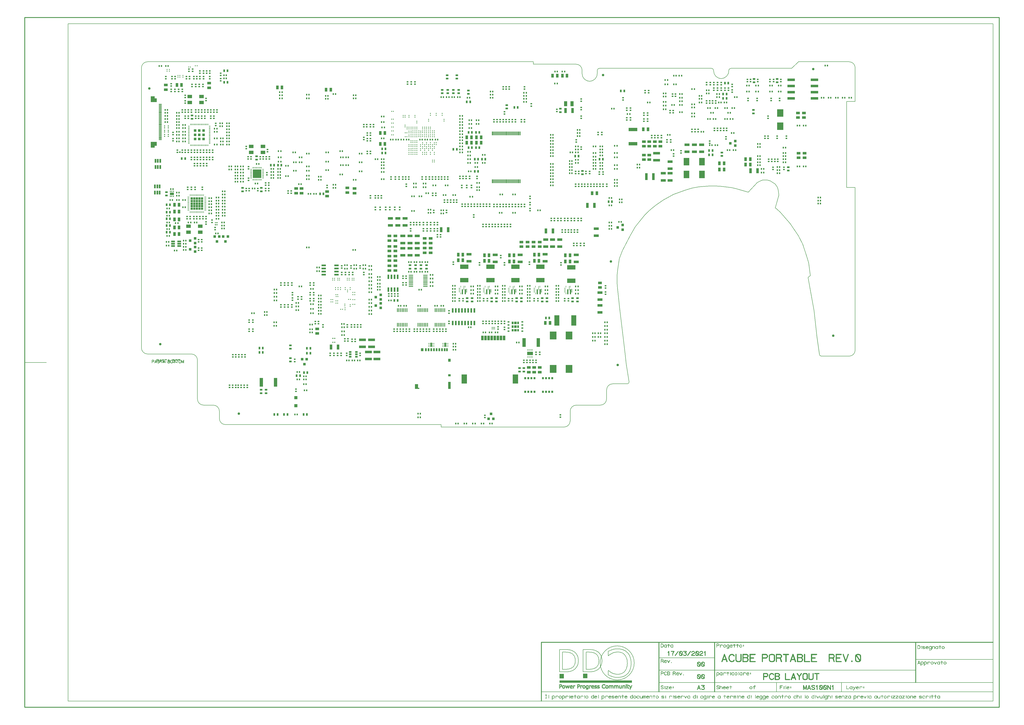
<source format=gbr>
*
G04 Job   : D:\Pd-Master\Mas\Mas100n1 ACB_0001_0\Mas100n1 ACUBE_PORTABILE R_0.pcb*
G04 User  : DESKTOP-CUVV7JD:Shina*
G04 Layer : 14-SolderPasteBot.gbr*
G04 Date  : Wed Mar 17 17:59:36 2021*
G04 RSM MASTER DESIGN srl*
%ICAS*%
%MOMM*%
%FSLAX24Y24*%
%OFA0.0000B0.0000*%
G90*
G74*
%AMVB_RECTANGLE*
21,1,$1,$2,0,0,$3*
%
%AMVB_FINGER0*
$3=$1/2*
$4=$2/2*
$5=0-$4*
1,1,$2,$3-$4,0*
21,1,$1-$4,$2,$5/2,0,0*
%
%AMVB_FINGER90*
$3=$1/2*
$4=$2/2*
$5=0-$4*
1,1,$2,0,$3-$4*
21,1,$2,$1-$4,0,$5/2,0*
%
%AMVB_FINGER180*
$3=$1/2*
$4=$2/2*
1,1,$2,$4-$3,0*
21,1,$1-$4,$2,$4/2,0,0*
%
%AMVB_FINGER270*
$3=$1/2*
$4=$2/2*
1,1,$2,0,$4-$3*
21,1,$2,$1-$4,0,$4/2,0*
%
%AMVB_RCRECTANGLE*
$3=$3X2*
21,1,$1-$3,$2,0,0,0*
21,1,$1,$2-$3,0,0,0*
$1=$1/2*
$2=$2/2*
$3=$3/2*
$1=$1-$3*
$2=$2-$3*
1,1,$3X2,0-$1,0-$2*
1,1,$3X2,0-$1,$2*
1,1,$3X2,$1,$2*
1,1,$3X2,$1,0-$2*
%
%ADD10C,0.15000*%
%ADD38C,0.20000*%
%ADD33C,0.20320*%
%ADD36C,0.25000*%
%ADD34C,0.25400*%
%ADD37C,0.30480*%
%ADD80C,0.35560*%
%ADD35C,0.38000*%
%ADD71C,0.40640*%
%ADD67C,0.53340*%
%ADD11C,1.01600*%
%ADD43VB_RECTANGLE,0.32500X0.27000X270.00000*%
%ADD66VB_RECTANGLE,0.40000X0.30000X270.00000*%
%ADD65VB_RECTANGLE,0.50000X0.30000X270.00000*%
%ADD26VB_RECTANGLE,0.60000X0.25000X0.00000*%
%ADD27VB_RECTANGLE,0.60000X0.25000X270.00000*%
%ADD12VB_RECTANGLE,0.63500X0.58420X0.00000*%
%ADD13VB_RECTANGLE,0.63500X0.58420X270.00000*%
%ADD40VB_RECTANGLE,0.66040X0.45720X180.00000*%
%ADD58VB_RECTANGLE,0.70000X0.20000X270.00000*%
%ADD32VB_RECTANGLE,0.70000X0.25000X90.00000*%
%ADD62VB_RECTANGLE,0.76200X0.88900X0.00000*%
%ADD47VB_RECTANGLE,1.00000X0.80000X0.00000*%
%ADD16VB_RECTANGLE,1.01600X0.66040X0.00000*%
%ADD17VB_RECTANGLE,1.01600X0.66040X90.00000*%
%ADD51VB_RECTANGLE,1.01600X1.01600X0.00000*%
%ADD53VB_RECTANGLE,1.01600X1.01600X270.00000*%
%ADD56VB_RECTANGLE,1.19380X0.30480X0.00000*%
%ADD48VB_RECTANGLE,1.20000X0.70000X90.00000*%
%ADD46VB_RECTANGLE,1.20000X1.00000X90.00000*%
%ADD55VB_RECTANGLE,1.27000X1.27000X0.00000*%
%ADD50VB_RECTANGLE,1.52400X0.27940X270.00000*%
%ADD54VB_RECTANGLE,1.52400X0.35560X270.00000*%
%ADD72VB_RECTANGLE,1.52400X1.01600X180.00000*%
%ADD25VB_RECTANGLE,1.52400X1.01600X270.00000*%
%ADD77VB_RECTANGLE,1.60000X0.60000X180.00000*%
%ADD76VB_RECTANGLE,1.60000X0.60000X270.00000*%
%ADD28VB_RECTANGLE,1.70000X0.25000X270.00000*%
%ADD57VB_RECTANGLE,1.70000X0.70000X270.00000*%
%ADD63VB_RECTANGLE,1.77800X0.35560X0.00000*%
%ADD79VB_RECTANGLE,1.77800X0.66040X180.00000*%
%ADD30VB_RECTANGLE,1.77800X0.66040X90.00000*%
%ADD59VB_RECTANGLE,1.90000X0.95000X270.00000*%
%ADD49VB_RECTANGLE,1.90500X1.39700X0.00000*%
%ADD29VB_RECTANGLE,2.00000X0.50000X270.00000*%
%ADD18VB_RECTANGLE,2.03200X1.01600X0.00000*%
%ADD70VB_RECTANGLE,2.03200X1.01600X90.00000*%
%ADD52VB_RECTANGLE,2.03200X1.27000X270.00000*%
%ADD31VB_RECTANGLE,2.40000X1.40000X180.00000*%
%ADD73VB_RECTANGLE,2.79400X1.01600X0.00000*%
%ADD42VB_RECTANGLE,2.79400X1.01600X90.00000*%
%ADD45VB_RECTANGLE,2.80000X1.00000X90.00000*%
%ADD64VB_RECTANGLE,3.00000X2.60000X90.00000*%
%ADD78VB_RECTANGLE,3.04800X1.01600X0.00000*%
%ADD39VB_RECTANGLE,3.04800X2.28600X270.00000*%
%ADD24VB_RECTANGLE,3.30000X2.70000X270.00000*%
%ADD14VB_RECTANGLE,3.42900X1.77800X0.00000*%
%ADD44VB_RECTANGLE,3.55600X1.39700X0.00000*%
%ADD41VB_RECTANGLE,3.55600X1.39700X90.00000*%
%ADD60VB_RECTANGLE,3.70000X2.20000X270.00000*%
%ADD61VB_RECTANGLE,4.19100X2.03200X270.00000*%
%ADD21VB_FINGER0,0.60000X0.25000*%
%ADD23VB_FINGER90,0.60000X0.25000*%
%ADD22VB_FINGER180,0.60000X0.25000*%
%ADD20VB_FINGER270,0.60000X0.25000*%
%ADD81VB_FINGER0,0.80000X0.50000*%
%ADD82VB_FINGER180,0.80000X0.50000*%
%ADD74VB_FINGER0,0.80010X0.22860*%
%ADD68VB_FINGER90,0.80010X0.22860*%
%ADD75VB_FINGER180,0.80010X0.22860*%
%ADD69VB_FINGER270,0.80010X0.22860*%
%ADD15VB_RCRECTANGLE,0.40000X0.40000X0.10000*%
%ADD19VB_RCRECTANGLE,0.45000X0.45000X0.13000*%
G01*
G36*
X38500Y1171000D02*
Y1147000D01*
X54500*
Y1155000*
X62500*
Y1171000*
X38500*
Y1334000D02*
Y1358000D01*
X54500*
Y1350000*
X62500*
Y1334000*
X38500*
X117000Y952500D02*
X133000D01*
Y962500*
X117000*
Y952500*
X202000Y892000D02*
X211000D01*
Y901000*
X202000*
Y892000*
Y902500D02*
X211000D01*
Y911500*
X202000*
Y902500*
Y913000D02*
X211000D01*
Y922000*
X202000*
Y913000*
Y923500D02*
X211000D01*
Y932500*
X202000*
Y923500*
Y934000D02*
X211000D01*
Y943000*
X202000*
Y934000*
X212500Y892000D02*
X221500D01*
Y901000*
X212500*
Y892000*
Y902500D02*
X221500D01*
Y911500*
X212500*
Y902500*
Y913000D02*
X221500D01*
Y922000*
X212500*
Y913000*
Y923500D02*
X221500D01*
Y932500*
X212500*
Y923500*
Y934000D02*
X221500D01*
Y943000*
X212500*
Y934000*
X215000Y1177500D02*
X225000D01*
Y1187500*
X215000*
Y1177500*
Y1195000D02*
X225000D01*
Y1205000*
X215000*
Y1195000*
Y1212500D02*
X225000D01*
Y1222500*
X215000*
Y1212500*
X223000Y892000D02*
X232000D01*
Y901000*
X223000*
Y892000*
Y902500D02*
X232000D01*
Y911500*
X223000*
Y902500*
Y913000D02*
X232000D01*
Y922000*
X223000*
Y913000*
Y923500D02*
X232000D01*
Y932500*
X223000*
Y923500*
Y934000D02*
X232000D01*
Y943000*
X223000*
Y934000*
X232500Y1177500D02*
X242500D01*
Y1187500*
X232500*
Y1177500*
Y1195000D02*
X242500D01*
Y1205000*
X232500*
Y1195000*
Y1212500D02*
X242500D01*
Y1222500*
X232500*
Y1212500*
X233500Y892000D02*
X242500D01*
Y901000*
X233500*
Y892000*
Y902500D02*
X242500D01*
Y911500*
X233500*
Y902500*
Y913000D02*
X242500D01*
Y922000*
X233500*
Y913000*
Y923500D02*
X242500D01*
Y932500*
X233500*
Y923500*
Y934000D02*
X242500D01*
Y943000*
X233500*
Y934000*
X244000Y892000D02*
X253000D01*
Y901000*
X244000*
Y892000*
Y902500D02*
X253000D01*
Y911500*
X244000*
Y902500*
Y913000D02*
X253000D01*
Y922000*
X244000*
Y913000*
Y923500D02*
X253000D01*
Y932500*
X244000*
Y923500*
Y934000D02*
X253000D01*
Y943000*
X244000*
Y934000*
X250000Y1177500D02*
X260000D01*
Y1187500*
X250000*
Y1177500*
Y1195000D02*
X260000D01*
Y1205000*
X250000*
Y1195000*
Y1212500D02*
X260000D01*
Y1222500*
X250000*
Y1212500*
X457500Y1022500D02*
X492500D01*
Y1057500*
X457500*
Y1022500*
X1135500Y176000D02*
Y162000D01*
X1137000Y160500*
X1141000*
Y157000*
X1122500*
Y176000*
X1135500*
X1331400Y554000D02*
X1336900D01*
Y556500*
X1331400*
Y554000*
Y559000D02*
X1336900D01*
Y561500*
X1331400*
Y559000*
Y564000D02*
X1336900D01*
Y566500*
X1331400*
Y564000*
X1431400Y553500D02*
X1436900D01*
Y556000*
X1431400*
Y553500*
Y558500D02*
X1436900D01*
Y561000*
X1431400*
Y558500*
Y563500D02*
X1436900D01*
Y566000*
X1431400*
Y563500*
X1520000Y392500D02*
X1527500D01*
Y402500*
X1520000*
Y392500*
Y407500D02*
X1527500D01*
Y417500*
X1520000*
Y407500*
Y422500D02*
X1527500D01*
Y432500*
X1520000*
Y422500*
X1530000Y392500D02*
X1540000D01*
Y402500*
X1530000*
Y392500*
Y407500D02*
X1540000D01*
Y417500*
X1530000*
Y407500*
Y422500D02*
X1540000D01*
Y432500*
X1530000*
Y422500*
X1534150Y553750D02*
X1539650D01*
Y556250*
X1534150*
Y553750*
Y558750D02*
X1539650D01*
Y561250*
X1534150*
Y558750*
Y563750D02*
X1539650D01*
Y566250*
X1534150*
Y563750*
X1542500Y392500D02*
X1550000D01*
Y402500*
X1542500*
Y392500*
Y407500D02*
X1550000D01*
Y417500*
X1542500*
Y407500*
Y422500D02*
X1550000D01*
Y432500*
X1542500*
Y422500*
X1638650Y553750D02*
X1644150D01*
Y556250*
X1638650*
Y553750*
Y558750D02*
X1644150D01*
Y561250*
X1638650*
Y558750*
Y563750D02*
X1644150D01*
Y566250*
X1638650*
Y563750*
X1716195Y-1049529D02*
X2013795D01*
Y-1040729*
X1716195*
Y-1049529*
X1716595Y-1031929D02*
X1734195D01*
Y-1013129*
X1716595*
Y-1031929*
X1763650Y553750D02*
X1769150D01*
Y556250*
X1763650*
Y553750*
Y558750D02*
X1769150D01*
Y561250*
X1763650*
Y558750*
Y563750D02*
X1769150D01*
Y566250*
X1763650*
Y563750*
X1812995Y-1031529D02*
X1830595D01*
Y-1012729*
X1812995*
Y-1031529*
G37*
G54D10*
X43582Y274394D02*
X49330D01*
X50350Y273638*
X51178Y272510*
Y271034*
X50326Y269858*
X49330Y269126*
X43582*
Y274394*
X50734Y273962D02*
X50698Y273986D01*
X50674Y273998*
Y274010*
X49546Y274838*
X49486Y274862*
X49450Y274874*
X49390Y274886*
X43330*
X43234Y274862*
X43174Y274802*
X43114Y274742*
X43090Y274646*
Y263126*
X43114Y263042*
X43162Y262970*
X43246Y262934*
X43330Y262922*
X43426Y262934*
X43510Y262970*
X43558Y263042*
X43582Y263126*
Y268646*
X49390*
X49462*
X49498Y268658*
X49546Y268682*
X50674Y269498*
X50710Y269534*
X50746Y269606*
X51622Y270794*
Y270818*
X51634Y270830*
X51646Y270842*
Y270878*
X51658Y270902*
Y270938*
Y272594*
X51646Y272642*
Y272666*
X51634Y272690*
X51622Y272702*
Y272726*
X50734Y273962*
X58714Y273914D02*
X61246Y266678D01*
X56158*
X58714Y273914*
X58954Y274718D02*
X58918Y274766D01*
X58870Y274814*
X58810Y274838*
X58726Y274850*
X58654*
X58594Y274826*
X58534Y274790*
X58486Y274718*
X54442Y263222*
X54430Y263126*
X54454Y263042*
X54514Y262982*
X54598Y262946*
X54682Y262922*
X54778Y262934*
X54850Y262982*
X54898Y263066*
X56002Y266186*
X61438*
X62530Y263066*
X62578Y262982*
X62662Y262934*
X62758Y262922*
X62830Y262946*
X62902Y262982*
X62962Y263042*
X62998Y263126*
X62974Y263222*
X58954Y274718*
X62402Y276894D02*
X68150D01*
X69170Y276138*
X69998Y275010*
Y273534*
X69146Y272358*
X68150Y271626*
X62402*
Y276894*
X67006Y263930D02*
X67030Y263906D01*
X67054Y263882*
X67078Y263870*
X69190Y262898*
X69214Y262886*
X69274*
X70858*
X70894*
X70918*
X70942*
X70954Y262898*
X70978*
X73090Y263870*
X73162Y263930*
X74290Y264926*
X74314Y264950*
X74326Y264974*
X74338Y264998*
X74350Y265022*
Y265058*
X74362Y265070*
Y265094*
Y266822*
X74350Y266870*
X74326Y266930*
X74314Y266978*
X74278Y267038*
X72646Y268262*
X72562Y268286*
X67762Y269918*
X66286Y271070*
Y272570*
X67318Y273770*
X69286Y274394*
X70882*
X72862Y273782*
X73954Y272510*
X73990Y272474*
X74026Y272450*
X74062Y272438*
X74110*
X74194Y272462*
X74266Y272522*
X74326Y272594*
X74362Y272678*
Y272762*
X74314Y272834*
X73186Y274154*
X73138Y274190*
X73078Y274202*
X73066*
Y274226*
X70978Y274850*
X70942Y274874*
X70906Y274886*
X69274*
X69226Y274874*
X69190Y274850*
X67114Y274214*
X67102Y274202*
X67054Y274190*
X66994Y274142*
X65866Y272822*
X65818Y272774*
X65806Y272738*
X65794Y272678*
Y270938*
X65806Y270866*
X65830Y270806*
X65854Y270770*
X65878Y270746*
X65902Y270734*
X67510Y269498*
X67534Y269486*
X67582*
X72370Y267854*
X73882Y266690*
Y265190*
X72886Y264326*
X70834Y263378*
X69334*
X67282Y264326*
X66202Y265286*
X66118Y265322*
X66034*
X65950Y265286*
X65890Y265226*
X65842Y265154*
X65806Y265070*
Y265034*
X65818Y264998*
X65842Y264950*
X65878Y264926*
X66994Y263930*
X67006*
X69554Y276462D02*
X69518Y276486D01*
X69494Y276498*
Y276510*
X68366Y277338*
X68306Y277362*
X68270Y277374*
X68210Y277386*
X62150*
X62054Y277362*
X61994Y277302*
X61934Y277242*
X61910Y277146*
Y265626*
X61934Y265542*
X61982Y265470*
X62066Y265434*
X62150Y265422*
X62246Y265434*
X62330Y265470*
X62378Y265542*
X62402Y265626*
Y271146*
X68210*
X68282*
X68318Y271158*
X68366Y271182*
X69494Y271998*
X69530Y272034*
X69566Y272106*
X70442Y273294*
Y273318*
X70454Y273330*
X70466Y273342*
Y273378*
X70478Y273402*
Y273438*
Y275094*
X70466Y275142*
Y275166*
X70454Y275190*
X70442Y275202*
Y275226*
X69554Y276462*
X77374Y274886D02*
X77278Y274862D01*
X77218Y274814*
X77182Y274730*
X77170Y274634*
X77182Y274550*
X77218Y274466*
X77278Y274418*
X77374Y274394*
X81178*
Y263126*
X81202Y263042*
X81250Y262970*
X81334Y262934*
X81418Y262922*
X81502Y262934*
X81586Y262970*
X81634Y263042*
X81658Y263126*
Y274394*
X85462*
X85558Y274418*
X85618Y274466*
X85654Y274550*
X85666Y274634*
X85654Y274730*
X85618Y274814*
X85558Y274862*
X85462Y274886*
X77374*
X77534Y276414D02*
X80066Y269178D01*
X74978*
X77534Y276414*
X77774Y277218D02*
X77738Y277266D01*
X77690Y277314*
X77630Y277338*
X77546Y277350*
X77474*
X77414Y277326*
X77354Y277290*
X77306Y277218*
X73262Y265722*
X73250Y265626*
X73274Y265542*
X73334Y265482*
X73418Y265446*
X73502Y265422*
X73598Y265434*
X73670Y265482*
X73718Y265566*
X74822Y268686*
X80258*
X81350Y265566*
X81398Y265482*
X81482Y265434*
X81578Y265422*
X81650Y265446*
X81722Y265482*
X81782Y265542*
X81818Y265626*
X81794Y265722*
X77774Y277218*
X85826Y266430D02*
X85850Y266406D01*
X85874Y266382*
X85898Y266370*
X88010Y265398*
X88034Y265386*
X88094*
X89678*
X89714*
X89738*
X89762*
X89774Y265398*
X89798*
X91910Y266370*
X91982Y266430*
X93110Y267426*
X93134Y267450*
X93146Y267474*
X93158Y267498*
X93170Y267522*
Y267558*
X93182Y267570*
Y267594*
Y269322*
X93170Y269370*
X93146Y269430*
X93134Y269478*
X93098Y269538*
X91466Y270762*
X91382Y270786*
X86582Y272418*
X85106Y273570*
Y275070*
X86138Y276270*
X88106Y276894*
X89702*
X91682Y276282*
X92774Y275010*
X92810Y274974*
X92846Y274950*
X92882Y274938*
X92930*
X93014Y274962*
X93086Y275022*
X93146Y275094*
X93182Y275178*
Y275262*
X93134Y275334*
X92006Y276654*
X91958Y276690*
X91898Y276702*
X91886*
Y276726*
X89798Y277350*
X89762Y277374*
X89726Y277386*
X88094*
X88046Y277374*
X88010Y277350*
X85934Y276714*
X85922Y276702*
X85874Y276690*
X85814Y276642*
X84686Y275322*
X84638Y275274*
X84626Y275238*
X84614Y275178*
Y273438*
X84626Y273366*
X84650Y273306*
X84674Y273270*
X84698Y273246*
X84722Y273234*
X86330Y271998*
X86354Y271986*
X86402*
X91190Y270354*
X92702Y269190*
Y267690*
X91706Y266826*
X89654Y265878*
X88154*
X86102Y266826*
X85022Y267786*
X84938Y267822*
X84854*
X84770Y267786*
X84710Y267726*
X84662Y267654*
X84626Y267570*
Y267534*
X84638Y267498*
X84662Y267450*
X84698Y267426*
X85814Y266430*
X85826*
X92758Y273914D02*
X95290Y266678D01*
X90202*
X92758Y273914*
X92998Y274718D02*
X92962Y274766D01*
X92914Y274814*
X92854Y274838*
X92770Y274850*
X92698*
X92638Y274826*
X92578Y274790*
X92530Y274718*
X88486Y263222*
X88474Y263126*
X88498Y263042*
X88558Y262982*
X88642Y262946*
X88726Y262922*
X88822Y262934*
X88894Y262982*
X88942Y263066*
X90046Y266186*
X95482*
X96574Y263066*
X96622Y262982*
X96706Y262934*
X96802Y262922*
X96874Y262946*
X96946Y262982*
X97006Y263042*
X97042Y263126*
X97018Y263222*
X92998Y274718*
X96194Y277386D02*
X96098Y277362D01*
X96038Y277314*
X96002Y277230*
X95990Y277134*
X96002Y277050*
X96038Y276966*
X96098Y276918*
X96194Y276894*
X99998*
Y265626*
X100022Y265542*
X100070Y265470*
X100154Y265434*
X100238Y265422*
X100322Y265434*
X100406Y265470*
X100454Y265542*
X100478Y265626*
Y276894*
X104282*
X104378Y276918*
X104438Y276966*
X104474Y277050*
X104486Y277134*
X104474Y277230*
X104438Y277314*
X104378Y277362*
X104282Y277386*
X96194*
X108910Y269606D02*
X114454D01*
X115774Y270290*
X116506Y271730*
Y272594*
X115786Y273626*
X114502Y274394*
X108910*
Y269606*
X111578Y276414D02*
X114110Y269178D01*
X109022*
X111578Y276414*
X111818Y277218D02*
X111782Y277266D01*
X111734Y277314*
X111674Y277338*
X111590Y277350*
X111518*
X111458Y277326*
X111398Y277290*
X111350Y277218*
X107306Y265722*
X107294Y265626*
X107318Y265542*
X107378Y265482*
X107462Y265446*
X107546Y265422*
X107642Y265434*
X107714Y265482*
X107762Y265566*
X108866Y268686*
X114302*
X115394Y265566*
X115442Y265482*
X115526Y265434*
X115622Y265422*
X115694Y265446*
X115766Y265482*
X115826Y265542*
X115862Y265626*
X115838Y265722*
X111818Y277218*
X114394Y269114D02*
X108910D01*
Y263378*
X114574*
X115774Y264134*
X116506Y265646*
Y266762*
X115786Y267890*
X114394Y269114*
X116110Y263774D02*
X114730Y262886D01*
X108658*
X108574Y262910*
X108490Y262958*
X108442Y263042*
X108418Y263126*
Y274646*
X108442Y274730*
X108490Y274802*
X108574Y274862*
X108658Y274886*
X114658*
X116098Y274010*
X116986Y272738*
Y271634*
X116110Y269930*
X114934Y269318*
X116098Y268250*
X116986Y266882*
Y265538*
X116110Y263774*
X120250Y265658D02*
Y272114D01*
X120490Y273266*
X120970Y273842*
X122134Y274262*
X123262Y274394*
X124810*
X124834*
X125962Y274262*
X127114Y273842*
X127594Y273266*
X127846Y272114*
Y265658*
X127606Y264530*
X127138Y264098*
X125914Y263498*
X124834Y263378*
X123286*
X123262*
X122170Y263498*
X120958Y264098*
X120490Y264530*
X120250Y265658*
X127366Y263654D02*
X127438Y263714D01*
X128002Y264242*
X128014Y264278*
X128074Y264362*
X128326Y265562*
Y265646*
Y272114*
Y272210*
X128074Y273410*
X128050Y273434*
X128038Y273458*
X128026Y273470*
X128002Y273518*
X127438Y274214*
X127414*
X127402Y274238*
Y274250*
X127366Y274274*
X127330Y274286*
X126082Y274694*
X126046Y274718*
X126010Y274730*
X124882Y274886*
X124870*
X123250*
X123202*
X123190*
X122074Y274730*
X122038Y274718*
X122002Y274694*
X120766Y274286*
X120718Y274262*
X120706Y274250*
X120670Y274214*
X120082Y273518*
X120058Y273482*
X120046*
X120022Y273446*
X120010Y273410*
X119758Y272210*
X119746Y272162*
X119758Y272114*
Y265646*
X119746Y265610*
X119758Y265562*
X120010Y264362*
X120022Y264302*
X120070Y264278*
Y264266*
X120106Y264242*
X120670Y263714*
X120682*
X120754Y263654*
X122002Y263054*
X122026Y263042*
X122050*
X122074*
X123190Y262886*
X123238*
X123250*
X124834*
X124870*
X124882*
X126010Y263042*
X126034*
X126058Y263054*
X126082*
X127366Y263654*
X127730Y272106D02*
X133274D01*
X134594Y272790*
X135326Y274230*
Y275094*
X134606Y276126*
X133322Y276894*
X127730*
Y272106*
X131338Y274886D02*
X131242Y274862D01*
X131182Y274814*
X131146Y274730*
X131134Y274634*
X131146Y274550*
X131182Y274466*
X131242Y274418*
X131338Y274394*
X135142*
Y263126*
X135166Y263042*
X135214Y262970*
X135298Y262934*
X135382Y262922*
X135466Y262934*
X135550Y262970*
X135598Y263042*
X135622Y263126*
Y274394*
X139426*
X139522Y274418*
X139582Y274466*
X139618Y274550*
X139630Y274634*
X139618Y274730*
X139582Y274814*
X139522Y274862*
X139426Y274886*
X131338*
X133214Y271614D02*
X127730D01*
Y265878*
X133394*
X134594Y266634*
X135326Y268146*
Y269262*
X134606Y270390*
X133214Y271614*
X134930Y266274D02*
X133550Y265386D01*
X127478*
X127394Y265410*
X127310Y265458*
X127262Y265542*
X127238Y265626*
Y277146*
X127262Y277230*
X127310Y277302*
X127394Y277362*
X127478Y277386*
X133478*
X134918Y276510*
X135806Y275238*
Y274134*
X134930Y272430*
X133754Y271818*
X134918Y270750*
X135806Y269382*
Y268038*
X134930Y266274*
X139070Y268158D02*
Y274614D01*
X139310Y275766*
X139790Y276342*
X140954Y276762*
X142082Y276894*
X143630*
X143654*
X144782Y276762*
X145934Y276342*
X146414Y275766*
X146666Y274614*
Y268158*
X146426Y267030*
X145958Y266598*
X144734Y265998*
X143654Y265878*
X142106*
X142082*
X140990Y265998*
X139778Y266598*
X139310Y267030*
X139070Y268158*
X142678Y274886D02*
X142582Y274862D01*
X142522Y274814*
X142486Y274730*
X142474Y274634*
X142486Y274550*
X142522Y274466*
X142582Y274418*
X142678Y274394*
X146482*
Y263126*
X146506Y263042*
X146554Y262970*
X146638Y262934*
X146722Y262922*
X146806Y262934*
X146890Y262970*
X146938Y263042*
X146962Y263126*
Y274394*
X150766*
X150862Y274418*
X150922Y274466*
X150958Y274550*
X150970Y274634*
X150958Y274730*
X150922Y274814*
X150862Y274862*
X150766Y274886*
X142678*
X146186Y266154D02*
X146258Y266214D01*
X146822Y266742*
X146834Y266778*
X146894Y266862*
X147146Y268062*
Y268146*
Y274614*
Y274710*
X146894Y275910*
X146870Y275934*
X146858Y275958*
X146846Y275970*
X146822Y276018*
X146258Y276714*
X146234*
X146222Y276738*
Y276750*
X146186Y276774*
X146150Y276786*
X144902Y277194*
X144866Y277218*
X144830Y277230*
X143702Y277386*
X143690*
X142070*
X142022*
X142010*
X140894Y277230*
X140858Y277218*
X140822Y277194*
X139586Y276786*
X139538Y276762*
X139526Y276750*
X139490Y276714*
X138902Y276018*
X138878Y275982*
X138866*
X138842Y275946*
X138830Y275910*
X138578Y274710*
X138566Y274662*
X138578Y274614*
Y268146*
X138566Y268110*
X138578Y268062*
X138830Y266862*
X138842Y266802*
X138890Y266778*
Y266766*
X138926Y266742*
X139490Y266214*
X139502*
X139574Y266154*
X140822Y265554*
X140846Y265542*
X140870*
X140894*
X142010Y265386*
X142058*
X142070*
X143654*
X143690*
X143702*
X144830Y265542*
X144854*
X144878Y265554*
X144902*
X146186Y266154*
X150158Y277386D02*
X150062Y277362D01*
X150002Y277314*
X149966Y277230*
X149954Y277134*
X149966Y277050*
X150002Y276966*
X150062Y276918*
X150158Y276894*
X153962*
Y265626*
X153986Y265542*
X154034Y265470*
X154118Y265434*
X154202Y265422*
X154286Y265434*
X154370Y265470*
X154418Y265542*
X154442Y265626*
Y276894*
X158246*
X158342Y276918*
X158402Y276966*
X158438Y277050*
X158450Y277134*
X158438Y277230*
X158402Y277314*
X158342Y277362*
X158246Y277386*
X150158*
X154270Y265658D02*
Y272114D01*
X154510Y273266*
X154990Y273842*
X156154Y274262*
X157282Y274394*
X158830*
X158854*
X159982Y274262*
X161134Y273842*
X161614Y273266*
X161866Y272114*
Y265658*
X161626Y264530*
X161158Y264098*
X159934Y263498*
X158854Y263378*
X157306*
X157282*
X156190Y263498*
X154978Y264098*
X154510Y264530*
X154270Y265658*
X161386Y263654D02*
X161458Y263714D01*
X162022Y264242*
X162034Y264278*
X162094Y264362*
X162346Y265562*
Y265646*
Y272114*
Y272210*
X162094Y273410*
X162070Y273434*
X162058Y273458*
X162046Y273470*
X162022Y273518*
X161458Y274214*
X161434*
X161422Y274238*
Y274250*
X161386Y274274*
X161350Y274286*
X160102Y274694*
X160066Y274718*
X160030Y274730*
X158902Y274886*
X158890*
X157270*
X157222*
X157210*
X156094Y274730*
X156058Y274718*
X156022Y274694*
X154786Y274286*
X154738Y274262*
X154726Y274250*
X154690Y274214*
X154102Y273518*
X154078Y273482*
X154066*
X154042Y273446*
X154030Y273410*
X153778Y272210*
X153766Y272162*
X153778Y272114*
Y265646*
X153766Y265610*
X153778Y265562*
X154030Y264362*
X154042Y264302*
X154090Y264278*
Y264266*
X154126Y264242*
X154690Y263714*
X154702*
X154774Y263654*
X156022Y263054*
X156046Y263042*
X156070*
X156094*
X157210Y262886*
X157258*
X157270*
X158854*
X158890*
X158902*
X160030Y263042*
X160054*
X160078Y263054*
X160102*
X161386Y263654*
X165598Y274718D02*
X165562Y274766D01*
X165514Y274814*
X165466Y274826*
X165406Y274838*
X165322Y274850*
X165226Y274826*
X165178Y274790*
X165142Y274754*
X165130Y274706*
X165118Y274646*
Y274622*
Y263126*
X165142Y263042*
X165190Y262970*
X165274Y262934*
X165358Y262922*
X165454Y262934*
X165538Y262970*
X165586Y263042*
X165610Y263126*
Y273314*
X169174Y263882*
X169210Y263822*
X169258Y263774*
X169318Y263750*
X169402*
X169486*
X169546Y263774*
X169606Y263822*
X169642Y263882*
X173206Y273314*
Y263126*
X173230Y263042*
X173278Y262970*
X173362Y262934*
X173446Y262922*
X173530Y262934*
X173614Y262970*
X173662Y263042*
X173686Y263126*
Y274646*
X173650Y274754*
X173590Y274826*
X173494Y274850*
X173374Y274838*
X173326Y274826*
X173290Y274814*
X173254Y274766*
X173218Y274718*
X173206Y274682*
X169402Y264638*
X165610Y274682*
X165598Y274718*
X2930000Y1337000D02*
X2895000D01*
Y984000*
X2930000*
Y316000*
G02X2905000Y291000I25000*
G01X2792719*
G02X2782812Y299638J10000*
G01X2773000Y371000*
X2761000Y478000*
X2737000Y614000*
X2746000Y622000*
X2739000Y674000*
X2731000Y702000*
X2715000Y751000*
X2697000Y786000*
X2663000Y836000*
X2623000Y881000*
X2610000Y894000*
X2602000Y900000*
X2609000Y924000*
X2615000Y945000*
X2616000Y950000*
Y956000*
X2615000Y969000*
X2614000Y974000*
X2611000Y983000*
X2608000Y989000*
X2601000Y998000*
X2588000Y1007000*
X2583000Y1010000*
X2569000Y1014000*
X2550000*
X2544000Y1012000*
X2528000Y1004000*
X2491000Y964000*
X2441000Y979000*
X2423000Y983000*
X2375000Y989000*
X2354000Y990000*
X2332000*
X2289000Y986000*
X2261000Y981000*
X2233000Y973000*
X2184000Y955000*
X2142000Y932000*
X2112000Y911000*
X2090000Y893000*
X2080000Y884000*
X2066000Y870000*
X2044000Y843000*
X2027000Y822000*
X2007000Y787000*
X1975000Y725000*
X1962000Y692000*
X1955000Y647000*
X1953000Y623000*
Y591000*
X1954000Y571000*
X1955000Y563000*
X1963000Y491000*
X1982000Y329000*
X1987000Y285000*
X1990000Y261000*
X2001575Y185994*
G02X2001663Y184850I7412J1144*
X1996833Y177841I7500*
G01X1934619Y177597*
G03X1909719Y152883I98J25000*
G01X1909282Y114714*
G02X1884284Y90000I24998J286*
G01X1785000*
G03X1760000Y65000J25000*
G01Y25000*
G02X1735000Y0I25000*
G01X1230000*
Y10000*
X345000*
G02X320000Y35000J25000*
G01Y65000*
G03X295000Y90000I25000*
G01X255000*
G02X230000Y115000J25000*
G01Y275000*
G03X205000Y300000I25000*
G01X25000*
G02X0Y325000J25000*
G01Y1475000*
G02X25000Y1500000I25000*
G01X1609000*
Y1490000*
X1784000*
G02X1809000Y1465000J25000*
G01Y1451000*
G03X1840000Y1420000I31000*
X1871000Y1451000J31000*
G01Y1463000*
G02X1881000Y1473000I10000*
G01X2339000*
G02X2349000Y1463000J10000*
G01Y1462000*
G03X2380000Y1431000I31000*
X2411000Y1462000J31000*
G01Y1463000*
G02X2421000Y1473000I10000*
G01X2670000*
X2697500Y1500000*
X2905000*
G02X2930000Y1475000J25000*
G01Y1337000*
G54D11*
X32500Y1390000D03*
X77500Y340000D03*
X400000Y55000D03*
X1895000Y1445000D03*
X1927500Y680000D03*
X1955000Y255000D03*
X2757500Y1470000D03*
X2840000Y375000D03*
G54D12*
X100500Y1430301D03*
Y1439699D03*
X122500Y1377801D03*
Y1387199D03*
Y1400301D03*
Y1409699D03*
X125500Y1430301D03*
Y1439699D03*
X130000Y1175301D03*
Y1184699D03*
Y1200301D03*
Y1209699D03*
X137500Y1377801D03*
Y1387199D03*
X138000Y1430301D03*
Y1439699D03*
X147500Y1127801D03*
Y1137199D03*
X152500Y1377801D03*
Y1387199D03*
X167500Y1127801D03*
Y1137199D03*
Y1292801D03*
Y1302199D03*
Y1377801D03*
Y1387199D03*
X180000Y1127801D03*
Y1137199D03*
Y1267801D03*
Y1277199D03*
Y1292801D03*
Y1302199D03*
Y1330301D03*
Y1339699D03*
Y1352801D03*
Y1362199D03*
X185000Y1429801D03*
Y1439199D03*
X187500Y855301D03*
Y864699D03*
X190000Y975301D03*
Y984699D03*
X192500Y1127801D03*
Y1137199D03*
Y1267801D03*
Y1277199D03*
Y1292801D03*
Y1302199D03*
X195000Y1460301D03*
Y1469699D03*
X197500Y1429801D03*
Y1439199D03*
X200000Y855301D03*
Y864699D03*
X205000Y975301D03*
Y984699D03*
Y1097801D03*
Y1107199D03*
Y1127801D03*
Y1137199D03*
Y1292801D03*
Y1302199D03*
X207500Y1397801D03*
Y1407199D03*
X210000Y1460301D03*
Y1469699D03*
X215000Y855301D03*
Y864699D03*
Y1430301D03*
Y1439699D03*
X217500Y1072801D03*
Y1082199D03*
Y1097801D03*
Y1107199D03*
Y1127801D03*
Y1137199D03*
X220000Y975301D03*
Y984699D03*
X222500Y1267801D03*
Y1277199D03*
Y1292801D03*
Y1302199D03*
Y1397801D03*
Y1407199D03*
X227500Y855301D03*
Y864699D03*
Y1430301D03*
Y1439699D03*
X230000Y1072801D03*
Y1082199D03*
Y1097801D03*
Y1107199D03*
Y1127801D03*
Y1137199D03*
X235000Y725301D03*
Y734699D03*
Y760301D03*
Y769699D03*
Y1267801D03*
Y1277199D03*
Y1292801D03*
Y1302199D03*
X237500Y1397801D03*
Y1407199D03*
X240000Y855301D03*
Y864699D03*
Y1430301D03*
Y1439699D03*
Y1452801D03*
Y1462199D03*
X242500Y1072801D03*
Y1082199D03*
Y1097801D03*
Y1107199D03*
Y1127801D03*
Y1137199D03*
X247500Y725301D03*
Y734699D03*
Y760301D03*
Y769699D03*
Y1267801D03*
Y1277199D03*
Y1292801D03*
Y1302199D03*
X250000Y975301D03*
Y984699D03*
X252500Y855301D03*
Y864699D03*
Y1397801D03*
Y1407199D03*
X255000Y1072801D03*
Y1082199D03*
Y1097801D03*
Y1107199D03*
Y1127801D03*
Y1137199D03*
Y1430301D03*
Y1439699D03*
Y1452801D03*
Y1462199D03*
X260000Y1267801D03*
Y1277199D03*
Y1292801D03*
Y1302199D03*
X265000Y832801D03*
Y842199D03*
Y855301D03*
Y864699D03*
Y1340301D03*
Y1349699D03*
X267500Y1072801D03*
Y1082199D03*
Y1097801D03*
Y1107199D03*
Y1127801D03*
Y1137199D03*
X268000Y1452801D03*
Y1462199D03*
X272500Y1292801D03*
Y1302199D03*
X280000Y1097801D03*
Y1107199D03*
Y1127801D03*
Y1137199D03*
X280500Y1430301D03*
Y1439699D03*
Y1452801D03*
Y1462199D03*
X285000Y1267801D03*
Y1277199D03*
Y1292801D03*
Y1302199D03*
X290000Y840301D03*
Y849699D03*
X292500Y1097801D03*
Y1107199D03*
Y1127801D03*
Y1137199D03*
X297500Y1267801D03*
Y1277199D03*
Y1292801D03*
Y1302199D03*
X302500Y810301D03*
Y819699D03*
X305000Y1237801D03*
Y1247199D03*
X310000Y1292801D03*
Y1302199D03*
X325500Y1421301D03*
Y1430699D03*
Y1443801D03*
Y1453199D03*
X362000Y162801D03*
Y172199D03*
X374500Y162801D03*
Y172199D03*
X375000Y287801D03*
Y297199D03*
X387000Y162801D03*
Y172199D03*
X387500Y287801D03*
Y297199D03*
X397000Y162801D03*
Y172199D03*
X400000Y287801D03*
Y297199D03*
X409500Y162801D03*
Y172199D03*
X412500Y287801D03*
Y297199D03*
X422000Y162801D03*
Y172199D03*
X425000Y287801D03*
Y297199D03*
X430000Y970301D03*
Y979699D03*
Y1142801D03*
Y1152199D03*
X434500Y162801D03*
Y172199D03*
X437500Y1100301D03*
Y1109699D03*
X440000Y1012801D03*
Y1022199D03*
Y1060301D03*
Y1069699D03*
X442500Y392801D03*
Y402199D03*
Y430301D03*
Y439699D03*
Y970301D03*
Y979699D03*
X450000Y1100301D03*
Y1109699D03*
X457500Y392801D03*
Y402199D03*
Y430301D03*
Y439699D03*
X477500Y970301D03*
Y979699D03*
X487500Y1100301D03*
Y1109699D03*
X500000Y1100301D03*
Y1109699D03*
X510000Y970301D03*
Y979699D03*
Y992801D03*
Y1002199D03*
X512500Y1100301D03*
Y1109699D03*
X515000Y1035301D03*
Y1044699D03*
X517500Y1130301D03*
Y1139699D03*
X522500Y970301D03*
Y979699D03*
Y992801D03*
Y1002199D03*
X525000Y1100301D03*
Y1109699D03*
X572500Y492801D03*
Y502199D03*
Y582801D03*
Y592199D03*
X587500Y492801D03*
Y502199D03*
Y582801D03*
Y592199D03*
X602500Y492801D03*
Y502199D03*
Y582801D03*
Y592199D03*
Y960301D03*
Y969699D03*
X615000Y960301D03*
Y969699D03*
X617500Y492801D03*
Y502199D03*
Y582801D03*
Y592199D03*
X620000Y520301D03*
Y529699D03*
Y542801D03*
Y552199D03*
X629000Y268801D03*
Y278199D03*
X634000Y146301D03*
Y155699D03*
X642500Y525301D03*
Y534699D03*
X657500Y525301D03*
Y534699D03*
X692500Y517801D03*
Y527199D03*
Y542801D03*
Y552199D03*
Y582801D03*
Y592199D03*
X707500Y517801D03*
Y527199D03*
Y542801D03*
Y552199D03*
Y582801D03*
Y592199D03*
X714330Y423891D03*
Y433289D03*
X726830Y423891D03*
Y433289D03*
X745000Y410301D03*
Y419699D03*
X762500Y982801D03*
Y992199D03*
X775000Y293911D03*
Y303309D03*
X790000Y293911D03*
Y303309D03*
X805000Y293911D03*
Y303309D03*
X820000Y293911D03*
Y303309D03*
X822500Y625301D03*
Y634699D03*
Y652801D03*
Y662199D03*
X835000Y352801D03*
Y362199D03*
X837500Y625301D03*
Y634699D03*
X842500Y293911D03*
Y303309D03*
X845000Y410301D03*
Y419699D03*
X847500Y352801D03*
Y362199D03*
X852500Y625301D03*
Y634699D03*
X860000Y652801D03*
Y662199D03*
X862500Y410301D03*
Y419699D03*
X865000Y351411D03*
Y360809D03*
X867500Y625301D03*
Y634699D03*
X875000Y410301D03*
Y419699D03*
X877500Y351411D03*
Y360809D03*
X887500Y410301D03*
Y419699D03*
X897500Y293911D03*
Y303309D03*
Y652801D03*
Y662199D03*
X900000Y410301D03*
Y419699D03*
X912500Y625301D03*
Y634699D03*
Y1180301D03*
Y1189699D03*
Y1232801D03*
Y1242199D03*
X925000Y1232801D03*
Y1242199D03*
X927500Y1122801D03*
Y1132199D03*
Y1175301D03*
Y1184699D03*
Y1197801D03*
Y1207199D03*
X940000Y940301D03*
Y949699D03*
Y1122801D03*
Y1132199D03*
Y1175301D03*
Y1184699D03*
Y1197801D03*
Y1207199D03*
Y1232801D03*
Y1242199D03*
X952500Y1232801D03*
Y1242199D03*
X960000Y892801D03*
Y902199D03*
Y940301D03*
Y949699D03*
X972500Y940301D03*
Y949699D03*
X980000Y892801D03*
Y902199D03*
X985000Y940301D03*
Y949699D03*
X1002500Y892801D03*
Y902199D03*
X1015000Y537801D03*
Y547199D03*
X1020000Y892801D03*
Y902199D03*
X1025000Y1017801D03*
Y1027199D03*
X1027500Y537801D03*
Y547199D03*
X1037500Y392801D03*
Y402199D03*
X1040000Y537801D03*
Y547199D03*
Y892801D03*
Y902199D03*
X1042500Y1017801D03*
Y1027199D03*
X1050000Y392801D03*
Y402199D03*
X1052500Y537801D03*
Y547199D03*
X1057500Y1017801D03*
Y1027199D03*
X1060000Y892801D03*
Y902199D03*
X1062500Y392801D03*
Y402199D03*
X1072500Y1017801D03*
Y1027199D03*
X1074000Y583301D03*
Y592699D03*
Y610801D03*
Y620199D03*
X1075000Y392801D03*
Y402199D03*
X1085000Y1017801D03*
Y1027199D03*
X1086500Y583301D03*
Y592699D03*
Y610801D03*
Y620199D03*
X1087500Y392801D03*
Y402199D03*
Y987801D03*
Y997199D03*
X1092500Y1407801D03*
Y1417199D03*
X1097500Y1017801D03*
Y1027199D03*
X1100000Y392801D03*
Y402199D03*
X1105000Y805301D03*
Y814699D03*
Y830301D03*
Y839699D03*
X1107500Y1407801D03*
Y1417199D03*
X1117500Y830301D03*
Y839699D03*
X1120000Y392801D03*
Y402199D03*
X1122500Y1407801D03*
Y1417199D03*
X1130000Y830301D03*
Y839699D03*
X1132500Y392801D03*
Y402199D03*
X1142500Y830301D03*
Y839699D03*
X1145000Y392801D03*
Y402199D03*
X1152500Y1017801D03*
Y1027199D03*
X1157500Y392801D03*
Y402199D03*
Y805301D03*
Y814699D03*
Y830301D03*
Y839699D03*
X1167500Y1017801D03*
Y1027199D03*
X1170000Y392801D03*
Y402199D03*
X1172500Y805301D03*
Y814699D03*
Y830301D03*
Y839699D03*
X1182500Y392801D03*
Y402199D03*
Y1017801D03*
Y1027199D03*
X1187500Y805301D03*
Y814699D03*
Y830301D03*
Y839699D03*
X1195000Y1017801D03*
Y1027199D03*
X1195750Y950551D03*
Y959949D03*
X1200000Y392801D03*
Y402199D03*
Y880301D03*
Y889699D03*
X1202500Y805301D03*
Y814699D03*
Y830301D03*
Y839699D03*
X1207500Y1017801D03*
Y1027199D03*
X1208250Y950551D03*
Y959949D03*
X1212500Y392801D03*
Y402199D03*
X1215000Y780301D03*
Y789699D03*
Y805301D03*
Y814699D03*
Y830301D03*
Y839699D03*
X1220000Y1017801D03*
Y1027199D03*
X1225000Y392801D03*
Y402199D03*
X1227500Y780301D03*
Y789699D03*
X1232500Y1017801D03*
Y1027199D03*
X1237500Y392801D03*
Y402199D03*
X1244250Y922551D03*
Y931949D03*
X1245000Y1017801D03*
Y1027199D03*
X1250000Y392801D03*
Y402199D03*
X1252500Y880301D03*
Y889699D03*
X1256750Y922551D03*
Y931949D03*
X1257500Y1017801D03*
Y1027199D03*
X1262500Y425301D03*
Y434699D03*
Y467801D03*
Y477199D03*
X1269250Y922551D03*
Y931949D03*
X1280000Y667801D03*
Y677199D03*
X1281750Y922551D03*
Y931949D03*
X1294250Y922551D03*
Y931949D03*
X1305000Y517801D03*
Y527199D03*
X1307500Y1020301D03*
Y1029699D03*
X1315000Y982801D03*
Y992199D03*
X1316500Y905801D03*
Y915199D03*
X1320000Y517801D03*
Y527199D03*
Y1020301D03*
Y1029699D03*
X1329000Y905801D03*
Y915199D03*
X1332500Y1020301D03*
Y1029699D03*
X1335000Y982801D03*
Y992199D03*
X1341500Y905801D03*
Y915199D03*
X1347500Y1020301D03*
Y1029699D03*
X1354000Y905801D03*
Y915199D03*
X1355000Y982801D03*
Y992199D03*
X1364500Y861801D03*
Y871199D03*
X1366500Y905801D03*
Y915199D03*
X1377500Y1020301D03*
Y1029699D03*
X1379000Y905801D03*
Y915199D03*
X1387500Y665301D03*
Y674699D03*
X1391500Y905801D03*
Y915199D03*
X1402500Y425301D03*
Y434699D03*
Y822801D03*
Y832199D03*
X1404000Y905801D03*
Y915199D03*
X1405000Y517801D03*
Y527199D03*
X1410000Y38801D03*
Y48199D03*
X1415000Y425301D03*
Y434699D03*
Y822801D03*
Y832199D03*
X1416500Y905801D03*
Y915199D03*
X1420000Y517801D03*
Y527199D03*
X1427500Y425301D03*
Y434699D03*
Y822801D03*
Y832199D03*
X1429000Y905801D03*
Y915199D03*
X1440000Y425301D03*
Y434699D03*
Y822801D03*
Y832199D03*
X1447500Y905301D03*
Y914699D03*
Y1252801D03*
Y1262199D03*
X1452500Y425301D03*
Y434699D03*
Y822801D03*
Y832199D03*
X1460000Y905301D03*
Y914699D03*
Y1252801D03*
Y1262199D03*
X1463990Y402401D03*
Y411799D03*
X1465000Y425301D03*
Y434699D03*
Y822801D03*
Y832199D03*
X1472500Y905301D03*
Y914699D03*
Y1252801D03*
Y1262199D03*
X1475000Y695301D03*
Y704699D03*
X1477500Y425301D03*
Y434699D03*
Y822801D03*
Y832199D03*
X1485000Y905301D03*
Y914699D03*
Y1252801D03*
Y1262199D03*
Y1387801D03*
Y1397199D03*
X1490000Y400301D03*
Y409699D03*
Y425301D03*
Y434699D03*
Y665301D03*
Y674699D03*
Y822801D03*
Y832199D03*
Y1285301D03*
Y1294699D03*
X1497500Y905301D03*
Y914699D03*
Y1252801D03*
Y1262199D03*
Y1387801D03*
Y1397199D03*
X1502500Y822801D03*
Y832199D03*
X1507500Y517801D03*
Y527199D03*
X1510000Y905301D03*
Y914699D03*
Y1252801D03*
Y1262199D03*
Y1387801D03*
Y1397199D03*
X1515000Y822801D03*
Y832199D03*
X1522500Y517801D03*
Y527199D03*
Y905301D03*
Y914699D03*
Y1252801D03*
Y1262199D03*
X1535000Y905301D03*
Y914699D03*
Y1252801D03*
Y1262199D03*
X1547500Y905301D03*
Y914699D03*
X1560000Y905301D03*
Y914699D03*
Y1252801D03*
Y1262199D03*
X1570000Y265301D03*
Y274699D03*
X1572500Y905301D03*
Y914699D03*
Y1252801D03*
Y1262199D03*
Y1387801D03*
Y1397199D03*
X1582500Y265301D03*
Y274699D03*
X1592500Y667801D03*
Y677199D03*
X1595000Y265301D03*
Y274699D03*
Y887801D03*
Y897199D03*
Y912801D03*
Y922199D03*
Y937801D03*
Y947199D03*
X1600000Y1317801D03*
Y1327199D03*
X1607500Y265301D03*
Y274699D03*
X1612500Y517801D03*
Y527199D03*
X1620000Y265301D03*
Y274699D03*
Y297801D03*
Y307199D03*
X1627500Y517801D03*
Y527199D03*
X1635000Y297801D03*
Y307199D03*
X1682500Y847801D03*
Y857199D03*
X1695000Y847801D03*
Y857199D03*
X1705000Y1295301D03*
Y1304699D03*
X1710000Y847801D03*
Y857199D03*
X1720000Y40301D03*
Y49699D03*
X1722500Y665301D03*
Y674699D03*
Y847801D03*
Y857199D03*
X1727500Y800301D03*
Y809699D03*
X1737500Y517801D03*
Y527199D03*
Y847801D03*
Y857199D03*
X1740000Y800301D03*
Y809699D03*
X1750000Y847801D03*
Y857199D03*
X1752500Y517801D03*
Y527199D03*
Y800301D03*
Y809699D03*
X1765000Y800301D03*
Y809699D03*
Y847801D03*
Y857199D03*
X1775000Y745301D03*
Y754699D03*
X1777500Y800301D03*
Y809699D03*
Y847801D03*
Y857199D03*
X1782500Y987801D03*
Y997199D03*
Y1040301D03*
Y1049699D03*
X1785000Y1170301D03*
Y1179699D03*
X1787500Y745301D03*
Y754699D03*
X1790000Y800301D03*
Y809699D03*
X1792500Y847801D03*
Y857199D03*
X1795000Y987801D03*
Y997199D03*
Y1040301D03*
Y1049699D03*
X1802500Y745301D03*
Y754699D03*
X1805000Y847801D03*
Y857199D03*
Y1140301D03*
Y1149699D03*
Y1267801D03*
Y1277199D03*
Y1302801D03*
Y1312199D03*
Y1337801D03*
Y1347199D03*
X1807500Y987801D03*
Y997199D03*
X1817500Y745301D03*
Y754699D03*
X1820000Y987801D03*
Y997199D03*
X1825000Y1040301D03*
Y1049699D03*
X1832500Y987801D03*
Y997199D03*
X1840000Y1040301D03*
Y1049699D03*
X1845000Y987801D03*
Y997199D03*
X1857500Y987801D03*
Y997199D03*
X1870000Y987801D03*
Y997199D03*
X1875000Y1200301D03*
Y1209699D03*
X1880000Y1037801D03*
Y1047199D03*
X1882500Y987801D03*
Y997199D03*
X1890000Y1200301D03*
Y1209699D03*
X1895000Y987801D03*
Y997199D03*
Y1037801D03*
Y1047199D03*
X1905000Y545301D03*
Y554699D03*
Y570301D03*
Y579699D03*
X1910000Y987801D03*
Y997199D03*
X1977500Y1342801D03*
Y1352199D03*
X1992500Y1260301D03*
Y1269699D03*
Y1300301D03*
Y1309699D03*
X2007500Y1260301D03*
Y1269699D03*
Y1300301D03*
Y1309699D03*
X2062500Y1255301D03*
Y1264699D03*
Y1280301D03*
Y1289699D03*
X2067500Y1372801D03*
Y1382199D03*
X2077500Y1255301D03*
Y1264699D03*
Y1280301D03*
Y1289699D03*
X2082500Y1372801D03*
Y1382199D03*
X2095000Y1187801D03*
Y1197199D03*
X2107500Y1187801D03*
Y1197199D03*
X2120000Y1187801D03*
Y1197199D03*
X2135000Y1187801D03*
Y1197199D03*
X2157500Y1170301D03*
Y1179699D03*
X2170000Y1290301D03*
Y1299699D03*
X2172500Y1170301D03*
Y1179699D03*
X2180000Y1357801D03*
Y1367199D03*
X2182500Y1290301D03*
Y1299699D03*
X2185000Y1112801D03*
Y1122199D03*
X2192500Y1357801D03*
Y1367199D03*
X2215000Y1125301D03*
Y1134699D03*
X2260000Y1212801D03*
Y1222199D03*
X2272500Y1212801D03*
Y1222199D03*
X2285000Y1212801D03*
Y1222199D03*
X2320000Y1330301D03*
Y1339699D03*
Y1405301D03*
Y1414699D03*
X2332500Y1165301D03*
Y1174699D03*
Y1330301D03*
Y1339699D03*
X2335000Y1405301D03*
Y1414699D03*
X2345000Y1330301D03*
Y1339699D03*
X2350000Y1382801D03*
Y1392199D03*
Y1405301D03*
Y1414699D03*
X2352500Y1217801D03*
Y1227199D03*
X2357500Y1330301D03*
Y1339699D03*
X2365000Y1217801D03*
Y1227199D03*
Y1382801D03*
Y1392199D03*
Y1405301D03*
Y1414699D03*
X2377500Y1217801D03*
Y1227199D03*
X2380000Y1382801D03*
Y1392199D03*
Y1405301D03*
Y1414699D03*
X2390000Y1217801D03*
Y1227199D03*
X2395000Y1382801D03*
Y1392199D03*
X2400000Y1182801D03*
Y1192199D03*
X2402500Y1217801D03*
Y1227199D03*
X2410000Y1382801D03*
Y1392199D03*
X2425000Y1375301D03*
Y1384699D03*
Y1397801D03*
Y1407199D03*
X2487500Y1417801D03*
Y1427199D03*
X2490000Y1340301D03*
Y1349699D03*
X2500000Y1417801D03*
Y1427199D03*
X2527500Y1340301D03*
Y1349699D03*
X2530000Y1417801D03*
Y1427199D03*
X2560000Y1185301D03*
Y1194699D03*
X2572500Y1185301D03*
Y1194699D03*
Y1267801D03*
Y1277199D03*
X2575000Y1090301D03*
Y1099699D03*
X2580000Y1417801D03*
Y1427199D03*
X2585000Y1340301D03*
Y1349699D03*
X2587500Y1090301D03*
Y1099699D03*
X2592500Y1057801D03*
Y1067199D03*
X2595000Y1417801D03*
Y1427199D03*
X2600000Y1090301D03*
Y1099699D03*
X2610000Y1185301D03*
Y1194699D03*
X2612500Y1090301D03*
Y1099699D03*
X2620000Y1340301D03*
Y1349699D03*
X2625000Y1417801D03*
Y1427199D03*
X2637500Y1057801D03*
Y1067199D03*
X2647500Y1185301D03*
Y1194699D03*
G54D13*
X72801Y1482500D03*
X82199D03*
X97801Y1252500D03*
Y1265000D03*
Y1277500D03*
Y1290000D03*
Y1302500D03*
X100301Y1482500D03*
X102801Y745000D03*
Y760000D03*
X105301Y785000D03*
Y812500D03*
Y840000D03*
Y867500D03*
Y897500D03*
X107199Y1252500D03*
Y1265000D03*
Y1277500D03*
Y1290000D03*
Y1302500D03*
X109699Y1482500D03*
X112199Y745000D03*
Y760000D03*
X114699Y785000D03*
Y812500D03*
Y840000D03*
Y867500D03*
Y897500D03*
X117801Y932500D03*
X120301Y977500D03*
X127199Y932500D03*
X129699Y977500D03*
X135301Y725000D03*
X140301Y837500D03*
X144699Y725000D03*
X145301Y932500D03*
Y950000D03*
Y962500D03*
Y1172500D03*
Y1185000D03*
Y1200000D03*
Y1212500D03*
Y1227500D03*
Y1240000D03*
Y1252500D03*
Y1265000D03*
Y1277500D03*
Y1290000D03*
X149699Y837500D03*
X154699Y932500D03*
Y950000D03*
Y962500D03*
Y1172500D03*
Y1185000D03*
Y1200000D03*
Y1212500D03*
Y1227500D03*
Y1240000D03*
Y1252500D03*
Y1265000D03*
Y1277500D03*
Y1290000D03*
X170301Y902500D03*
Y932500D03*
Y1172500D03*
Y1185000D03*
Y1200000D03*
Y1212500D03*
Y1227500D03*
Y1240000D03*
X172801Y727500D03*
Y740000D03*
Y752500D03*
Y765000D03*
X179699Y902500D03*
Y932500D03*
Y1172500D03*
Y1185000D03*
Y1200000D03*
Y1212500D03*
Y1227500D03*
Y1240000D03*
X182199Y727500D03*
Y740000D03*
Y752500D03*
Y765000D03*
X192801Y840000D03*
X202199D03*
X217801D03*
X227199D03*
X277801Y877500D03*
Y890000D03*
Y902500D03*
Y915000D03*
Y927500D03*
Y940000D03*
X287199Y877500D03*
Y890000D03*
Y902500D03*
Y915000D03*
Y927500D03*
Y940000D03*
X300301Y1160000D03*
Y1185000D03*
Y1212500D03*
Y1225000D03*
X305301Y795000D03*
X307801Y855000D03*
Y867500D03*
Y880000D03*
Y892500D03*
Y905000D03*
Y917500D03*
Y930000D03*
Y942500D03*
X309699Y1160000D03*
Y1185000D03*
Y1212500D03*
Y1225000D03*
X314699Y795000D03*
X317199Y855000D03*
Y867500D03*
Y880000D03*
Y892500D03*
Y905000D03*
Y917500D03*
Y930000D03*
Y942500D03*
X322801Y1235000D03*
Y1247500D03*
X325301Y1160000D03*
Y1172500D03*
Y1185000D03*
X330301Y815000D03*
Y827500D03*
Y840000D03*
X332199Y1235000D03*
Y1247500D03*
X332801Y867500D03*
Y880000D03*
Y892500D03*
Y905000D03*
Y917500D03*
Y930000D03*
Y942500D03*
Y955000D03*
Y967500D03*
X334699Y1160000D03*
Y1172500D03*
Y1185000D03*
X338801Y1432000D03*
Y1444500D03*
X339699Y815000D03*
Y827500D03*
Y840000D03*
X342199Y867500D03*
Y880000D03*
Y892500D03*
Y905000D03*
Y917500D03*
Y930000D03*
Y942500D03*
Y955000D03*
Y967500D03*
X348199Y1432000D03*
Y1444500D03*
X350301Y1160000D03*
Y1172500D03*
Y1185000D03*
Y1197500D03*
Y1210000D03*
Y1222500D03*
Y1235000D03*
Y1247500D03*
X359699Y1160000D03*
Y1172500D03*
Y1185000D03*
Y1197500D03*
Y1210000D03*
Y1222500D03*
Y1235000D03*
Y1247500D03*
X360301Y1057500D03*
Y1070000D03*
X369699Y1057500D03*
Y1070000D03*
X385301Y1007500D03*
Y1020000D03*
Y1032500D03*
Y1045000D03*
Y1057500D03*
Y1070000D03*
X394699Y1007500D03*
Y1020000D03*
Y1032500D03*
Y1045000D03*
Y1057500D03*
Y1070000D03*
X407801Y1007500D03*
Y1020000D03*
Y1032500D03*
Y1045000D03*
Y1057500D03*
Y1070000D03*
X417199Y1007500D03*
Y1020000D03*
Y1032500D03*
Y1045000D03*
Y1057500D03*
Y1070000D03*
X452801Y467500D03*
X455301Y980000D03*
X462199Y467500D03*
X464699Y980000D03*
X467801Y1000000D03*
X472801Y1080000D03*
X477199Y1000000D03*
X482199Y1080000D03*
X505301Y460000D03*
Y472500D03*
X514699Y460000D03*
Y472500D03*
X532801Y1022500D03*
Y1035000D03*
Y1047500D03*
Y1060000D03*
X542199Y1022500D03*
Y1035000D03*
Y1047500D03*
Y1060000D03*
X544301Y415500D03*
Y430500D03*
X545301Y520000D03*
Y535000D03*
Y550000D03*
Y565000D03*
X553699Y415500D03*
Y430500D03*
X554699Y520000D03*
Y535000D03*
Y550000D03*
Y565000D03*
X560301Y1022500D03*
Y1035000D03*
Y1047500D03*
Y1060000D03*
X562801Y1090000D03*
Y1107500D03*
Y1132500D03*
X567801Y1350000D03*
Y1362500D03*
Y1375000D03*
X569699Y1022500D03*
Y1035000D03*
Y1047500D03*
Y1060000D03*
X572199Y1090000D03*
Y1107500D03*
Y1132500D03*
X577199Y1350000D03*
Y1362500D03*
Y1375000D03*
X592801Y1030000D03*
Y1072500D03*
X602199Y1030000D03*
Y1072500D03*
X622801Y1127500D03*
X625301Y1052500D03*
Y1087500D03*
X630301Y51500D03*
X632199Y1127500D03*
X634699Y1052500D03*
Y1087500D03*
X635301Y480000D03*
Y495000D03*
Y510000D03*
X639301Y196000D03*
Y226000D03*
X639699Y51500D03*
X644699Y480000D03*
Y495000D03*
Y510000D03*
X646051Y997500D03*
X647801Y577500D03*
X648551Y1087500D03*
Y1107500D03*
X648699Y196000D03*
Y226000D03*
X655449Y997500D03*
X657199Y577500D03*
X657949Y1087500D03*
Y1107500D03*
X666801Y176000D03*
Y196000D03*
Y208500D03*
X669301Y151000D03*
X676199Y176000D03*
Y196000D03*
Y208500D03*
X678551Y737500D03*
Y1017500D03*
Y1032500D03*
Y1052500D03*
Y1070000D03*
Y1122500D03*
Y1350000D03*
Y1365000D03*
X678699Y151000D03*
X685301Y957500D03*
X687949Y737500D03*
Y1017500D03*
Y1032500D03*
Y1052500D03*
Y1070000D03*
Y1122500D03*
Y1350000D03*
Y1365000D03*
X692131Y388590D03*
Y401090D03*
Y421090D03*
X694699Y957500D03*
X695301Y467500D03*
Y485000D03*
Y505000D03*
Y567500D03*
X701529Y388590D03*
Y401090D03*
Y421090D03*
X704699Y467500D03*
Y485000D03*
Y505000D03*
Y567500D03*
X707801Y957500D03*
X717199D03*
X720301Y640000D03*
Y655000D03*
X727801Y465000D03*
Y477500D03*
Y490000D03*
Y502500D03*
Y515000D03*
Y527500D03*
Y540000D03*
Y1015000D03*
Y1027500D03*
X729699Y640000D03*
Y655000D03*
X737199Y465000D03*
Y477500D03*
Y490000D03*
Y502500D03*
Y515000D03*
Y527500D03*
Y540000D03*
Y1015000D03*
Y1027500D03*
X756051Y1347500D03*
Y1360000D03*
X757801Y1055000D03*
Y1090000D03*
Y1127500D03*
X765449Y1347500D03*
Y1360000D03*
X767199Y1055000D03*
Y1090000D03*
Y1127500D03*
X787801Y982500D03*
Y995000D03*
Y1367500D03*
X797199Y982500D03*
Y995000D03*
Y1367500D03*
X815301Y1037500D03*
Y1132500D03*
X817801Y1075000D03*
Y1107500D03*
X822131Y423590D03*
X822801Y377500D03*
Y392500D03*
Y410000D03*
X824699Y1037500D03*
Y1132500D03*
X827199Y1075000D03*
Y1107500D03*
X831529Y423590D03*
X832199Y377500D03*
Y392500D03*
Y410000D03*
X835301Y650000D03*
Y665000D03*
X840301Y1075000D03*
Y1107500D03*
X842801Y273610D03*
X844699Y650000D03*
Y665000D03*
X849699Y1075000D03*
Y1107500D03*
X852199Y273610D03*
X865301D03*
X868551Y727500D03*
X870301Y1015000D03*
Y1350000D03*
Y1362500D03*
X872801Y650000D03*
Y665000D03*
X874699Y273610D03*
X877949Y727500D03*
X879699Y1015000D03*
Y1350000D03*
Y1362500D03*
X882199Y650000D03*
Y665000D03*
X887801Y273610D03*
X895301Y1050000D03*
Y1087500D03*
Y1122500D03*
X897199Y273610D03*
X904699Y1050000D03*
Y1087500D03*
Y1122500D03*
X910301Y650000D03*
Y665000D03*
X919699Y650000D03*
Y665000D03*
X934631Y463590D03*
Y478590D03*
Y493590D03*
Y508590D03*
Y523590D03*
Y553590D03*
Y568590D03*
Y583590D03*
Y598590D03*
Y613590D03*
Y628590D03*
Y646090D03*
Y661090D03*
X944029Y463590D03*
Y478590D03*
Y493590D03*
Y508590D03*
Y523590D03*
Y553590D03*
Y568590D03*
Y583590D03*
Y598590D03*
Y613590D03*
Y628590D03*
Y646090D03*
Y661090D03*
X960301Y1100000D03*
X969631Y563590D03*
Y576090D03*
Y588590D03*
Y603590D03*
Y616090D03*
X969699Y1100000D03*
X979029Y563590D03*
Y576090D03*
Y588590D03*
Y603590D03*
Y616090D03*
X985301Y1017500D03*
Y1047500D03*
Y1062500D03*
Y1075000D03*
Y1087500D03*
Y1100000D03*
Y1185000D03*
Y1252500D03*
Y1275000D03*
X987801Y1230000D03*
X994699Y1017500D03*
Y1047500D03*
Y1062500D03*
Y1075000D03*
Y1087500D03*
Y1100000D03*
Y1185000D03*
Y1252500D03*
Y1275000D03*
X997199Y1230000D03*
X1015301Y520000D03*
X1022801Y1180000D03*
X1024699Y520000D03*
X1032199Y1180000D03*
X1045301D03*
X1054699D03*
X1055301Y497500D03*
X1064699D03*
X1066551Y1180000D03*
X1075949D03*
X1077801Y497500D03*
X1087199D03*
X1087801Y1180000D03*
X1097199D03*
X1097801Y637500D03*
Y677500D03*
X1107199Y637500D03*
Y677500D03*
X1110301Y887500D03*
Y947500D03*
X1117801Y985000D03*
Y1000000D03*
X1119699Y887500D03*
Y947500D03*
X1120301Y637500D03*
Y677500D03*
X1127199Y985000D03*
Y1000000D03*
X1129699Y637500D03*
Y677500D03*
X1135301Y40000D03*
Y55000D03*
Y497500D03*
X1139801Y564000D03*
X1140301Y947500D03*
X1142801Y637500D03*
Y677500D03*
X1143301Y1180250D03*
X1144699Y40000D03*
Y55000D03*
Y497500D03*
X1149199Y564000D03*
X1149699Y947500D03*
X1152199Y637500D03*
Y677500D03*
X1152699Y1180250D03*
X1157801Y985000D03*
Y1000000D03*
X1164301Y1180250D03*
X1165301Y637500D03*
Y677500D03*
X1167199Y985000D03*
Y1000000D03*
X1168551Y960250D03*
X1173699Y1180250D03*
X1174699Y637500D03*
Y677500D03*
X1177801Y880000D03*
Y892500D03*
X1177949Y960250D03*
X1185551Y1180250D03*
X1186301Y579500D03*
Y594500D03*
Y609500D03*
Y624500D03*
X1187199Y880000D03*
Y892500D03*
X1194949Y1180250D03*
X1195699Y579500D03*
Y594500D03*
Y609500D03*
Y624500D03*
X1197801Y992500D03*
X1205301Y497500D03*
X1206801Y1180250D03*
X1207199Y992500D03*
X1214699Y497500D03*
X1216199Y1180250D03*
X1230301Y497500D03*
Y877500D03*
Y890000D03*
Y1355000D03*
X1239551Y952250D03*
X1239699Y497500D03*
Y877500D03*
Y890000D03*
Y1355000D03*
X1247801Y992500D03*
X1248949Y952250D03*
X1252801Y1355000D03*
X1257199Y992500D03*
X1262199Y1355000D03*
X1275301D03*
X1277801Y517500D03*
Y530000D03*
Y542500D03*
Y555000D03*
Y567500D03*
Y580000D03*
X1279551Y952250D03*
X1280301Y317500D03*
Y330000D03*
Y342500D03*
X1284699Y1355000D03*
X1287199Y517500D03*
Y530000D03*
Y542500D03*
Y555000D03*
Y567500D03*
Y580000D03*
X1288949Y952250D03*
X1289699Y317500D03*
Y330000D03*
Y342500D03*
X1290301Y14000D03*
X1297801Y1355000D03*
X1299699Y14000D03*
X1307199Y1355000D03*
X1307801Y1127500D03*
Y1140000D03*
Y1152500D03*
Y1165000D03*
Y1177500D03*
Y1190000D03*
Y1202500D03*
Y1215000D03*
Y1227500D03*
Y1240000D03*
Y1252500D03*
Y1265000D03*
Y1277500D03*
X1317199Y1127500D03*
Y1140000D03*
Y1152500D03*
Y1165000D03*
Y1177500D03*
Y1190000D03*
Y1202500D03*
Y1215000D03*
Y1227500D03*
Y1240000D03*
Y1252500D03*
Y1265000D03*
Y1277500D03*
X1325301Y14000D03*
X1334699D03*
X1337801Y1352500D03*
X1340301Y1085000D03*
Y1100000D03*
Y1115000D03*
Y1130000D03*
X1342801Y410000D03*
Y1050000D03*
X1345301Y1227500D03*
Y1245000D03*
Y1260000D03*
X1347199Y1352500D03*
X1349301Y945500D03*
X1349699Y1085000D03*
Y1100000D03*
Y1115000D03*
Y1130000D03*
X1352199Y410000D03*
Y1050000D03*
X1352801Y547500D03*
Y562500D03*
Y577500D03*
X1354699Y1227500D03*
Y1245000D03*
Y1260000D03*
X1358699Y945500D03*
X1360301Y14000D03*
X1362199Y547500D03*
Y562500D03*
Y577500D03*
X1369699Y14000D03*
X1370301Y1067500D03*
Y1085000D03*
X1375301Y1245000D03*
Y1260000D03*
X1377801Y972500D03*
Y985000D03*
Y1002500D03*
X1379699Y1067500D03*
Y1085000D03*
X1380301Y517500D03*
Y530000D03*
Y542500D03*
Y555000D03*
Y567500D03*
Y580000D03*
X1384699Y1245000D03*
Y1260000D03*
X1387199Y972500D03*
Y985000D03*
Y1002500D03*
X1389699Y517500D03*
Y530000D03*
Y542500D03*
Y555000D03*
Y567500D03*
Y580000D03*
X1395301Y14000D03*
X1400301Y1085000D03*
Y1117500D03*
X1403201Y388990D03*
X1404699Y14000D03*
X1409699Y1085000D03*
Y1117500D03*
X1412599Y388990D03*
X1428201D03*
X1430301Y14000D03*
X1432801Y1352500D03*
Y1365000D03*
Y1377500D03*
X1437599Y388990D03*
X1439699Y14000D03*
X1442199Y1352500D03*
Y1365000D03*
Y1377500D03*
X1452801Y547500D03*
Y562500D03*
Y577500D03*
X1453201Y388990D03*
X1462199Y547500D03*
Y562500D03*
Y577500D03*
X1462599Y388990D03*
X1470301Y880000D03*
X1472801Y955000D03*
X1479699Y880000D03*
X1482199Y955000D03*
X1482801Y517500D03*
Y530000D03*
Y542500D03*
Y555000D03*
Y567500D03*
Y580000D03*
X1492199Y517500D03*
Y530000D03*
Y542500D03*
Y555000D03*
Y567500D03*
Y580000D03*
X1525301Y880000D03*
Y955000D03*
X1534699Y880000D03*
Y955000D03*
X1540301Y347500D03*
X1549699D03*
X1552801Y547500D03*
Y562500D03*
Y577500D03*
X1562199Y547500D03*
Y562500D03*
Y577500D03*
X1570301Y1335000D03*
Y1347500D03*
Y1360000D03*
Y1372500D03*
X1579699Y1335000D03*
Y1347500D03*
Y1360000D03*
Y1372500D03*
X1585301Y517500D03*
Y530000D03*
Y542500D03*
Y555000D03*
Y567500D03*
Y580000D03*
X1594699Y517500D03*
Y530000D03*
Y542500D03*
Y555000D03*
Y567500D03*
Y580000D03*
X1627801Y890000D03*
X1637199D03*
X1657801Y547500D03*
Y562500D03*
Y577500D03*
X1667199Y547500D03*
Y562500D03*
Y577500D03*
X1680301Y992500D03*
Y1005000D03*
Y1017500D03*
Y1030000D03*
Y1042500D03*
Y1055000D03*
Y1067500D03*
Y1080000D03*
Y1112500D03*
Y1125000D03*
Y1137500D03*
Y1150000D03*
Y1162500D03*
Y1175000D03*
Y1187500D03*
Y1200000D03*
X1689699Y992500D03*
Y1005000D03*
Y1017500D03*
Y1030000D03*
Y1042500D03*
Y1055000D03*
Y1067500D03*
Y1080000D03*
Y1112500D03*
Y1125000D03*
Y1137500D03*
Y1150000D03*
Y1162500D03*
Y1175000D03*
Y1187500D03*
Y1200000D03*
X1697301Y1410500D03*
X1697801Y1460000D03*
X1702801Y517500D03*
Y530000D03*
Y542500D03*
Y555000D03*
Y567500D03*
Y580000D03*
X1706699Y1410500D03*
X1707199Y1460000D03*
X1712199Y517500D03*
Y530000D03*
Y542500D03*
Y555000D03*
Y567500D03*
Y580000D03*
X1727801Y1460000D03*
X1737199D03*
X1757801Y1042500D03*
Y1055000D03*
Y1067500D03*
Y1080000D03*
Y1092500D03*
X1760301Y1127500D03*
X1767199Y1042500D03*
Y1055000D03*
Y1067500D03*
Y1080000D03*
Y1092500D03*
X1769699Y1127500D03*
X1782801Y547500D03*
Y562500D03*
Y577500D03*
Y1085000D03*
Y1097500D03*
Y1127500D03*
Y1140000D03*
Y1152500D03*
X1790301Y1195000D03*
Y1207500D03*
Y1220000D03*
X1792199Y547500D03*
Y562500D03*
Y577500D03*
Y1085000D03*
Y1097500D03*
Y1127500D03*
Y1140000D03*
Y1152500D03*
X1799699Y1195000D03*
Y1207500D03*
Y1220000D03*
X1852801Y355000D03*
Y370000D03*
Y385000D03*
X1855301Y1060000D03*
Y1072500D03*
Y1085000D03*
Y1097500D03*
Y1110000D03*
Y1125000D03*
Y1152500D03*
X1862199Y355000D03*
Y370000D03*
Y385000D03*
X1864699Y1060000D03*
Y1072500D03*
Y1085000D03*
Y1097500D03*
Y1110000D03*
Y1125000D03*
Y1152500D03*
X1875301Y370000D03*
Y385000D03*
X1882801Y1060000D03*
Y1072500D03*
Y1085000D03*
Y1115000D03*
Y1127500D03*
Y1140000D03*
Y1152500D03*
X1884699Y370000D03*
Y385000D03*
X1892199Y1060000D03*
Y1072500D03*
Y1085000D03*
Y1115000D03*
Y1127500D03*
Y1140000D03*
Y1152500D03*
X1902801Y340000D03*
Y355000D03*
Y370000D03*
Y385000D03*
Y400000D03*
Y415000D03*
Y430000D03*
X1912199Y340000D03*
Y355000D03*
Y370000D03*
Y385000D03*
Y400000D03*
Y415000D03*
Y430000D03*
X1920301Y813500D03*
Y826500D03*
Y839500D03*
Y910500D03*
Y940500D03*
X1929699Y813500D03*
Y826500D03*
Y839500D03*
Y910500D03*
Y940500D03*
X1930301Y1307500D03*
X1939699D03*
X1942801Y990000D03*
Y1002500D03*
Y1015000D03*
Y1060000D03*
Y1075000D03*
Y1107500D03*
Y1125000D03*
Y1155000D03*
X1952199Y990000D03*
Y1002500D03*
Y1015000D03*
Y1060000D03*
Y1075000D03*
Y1107500D03*
Y1125000D03*
Y1155000D03*
X1960301Y842500D03*
X1962801Y922500D03*
Y935000D03*
X1969699Y842500D03*
X1972199Y922500D03*
Y935000D03*
X1995301Y1285000D03*
X2004699D03*
X2035301Y1065000D03*
Y1077500D03*
X2044699Y1065000D03*
Y1077500D03*
X2077801Y1332500D03*
X2087199D03*
X2142801Y1305000D03*
Y1320000D03*
Y1335000D03*
Y1357500D03*
Y1370000D03*
X2150301Y1407500D03*
Y1425000D03*
X2152199Y1305000D03*
Y1320000D03*
Y1335000D03*
Y1357500D03*
Y1370000D03*
X2159699Y1407500D03*
Y1425000D03*
X2160301Y1200000D03*
X2169699D03*
X2175301Y1137500D03*
X2177801Y1322500D03*
X2184699Y1137500D03*
X2185301Y1407500D03*
Y1442500D03*
X2187199Y1322500D03*
X2194699Y1407500D03*
Y1442500D03*
X2207801D03*
X2210301Y1292500D03*
Y1322500D03*
Y1337500D03*
Y1352500D03*
Y1367500D03*
X2217199Y1442500D03*
X2219699Y1292500D03*
Y1322500D03*
Y1337500D03*
Y1352500D03*
Y1367500D03*
X2260301Y1275000D03*
Y1287500D03*
Y1312500D03*
Y1325000D03*
Y1387500D03*
X2269699Y1275000D03*
Y1287500D03*
Y1312500D03*
Y1325000D03*
Y1387500D03*
X2290301Y1332500D03*
Y1347500D03*
Y1360000D03*
X2297801Y1212500D03*
X2299699Y1332500D03*
Y1347500D03*
Y1360000D03*
X2307199Y1212500D03*
X2320301Y1370000D03*
Y1382500D03*
X2325301Y1265000D03*
Y1310000D03*
X2329699Y1370000D03*
Y1382500D03*
X2332801Y1157500D03*
X2334699Y1265000D03*
Y1310000D03*
X2337801Y1290000D03*
X2342199Y1157500D03*
X2347199Y1290000D03*
X2347801Y1265000D03*
X2355301Y1157500D03*
Y1310000D03*
X2357199Y1265000D03*
X2362801Y1355000D03*
Y1367500D03*
X2364699Y1157500D03*
Y1310000D03*
X2370301Y1332500D03*
X2372199Y1355000D03*
Y1367500D03*
X2379699Y1332500D03*
X2392801D03*
X2395301Y1265000D03*
Y1310000D03*
X2402199Y1332500D03*
X2404699Y1265000D03*
Y1310000D03*
X2405301Y1137500D03*
X2407801Y1290000D03*
X2414699Y1137500D03*
X2417199Y1290000D03*
X2417801Y1265000D03*
X2422801Y1207500D03*
X2425301Y1310000D03*
X2427199Y1265000D03*
X2430301Y1137500D03*
X2432199Y1207500D03*
X2434699Y1310000D03*
X2435301Y1355000D03*
X2439699Y1137500D03*
X2444699Y1355000D03*
X2485301Y1377500D03*
Y1402500D03*
X2494699Y1377500D03*
Y1402500D03*
X2522801Y1377500D03*
Y1402500D03*
X2530301Y1075000D03*
Y1087500D03*
Y1100000D03*
Y1112500D03*
Y1150000D03*
Y1162500D03*
X2532199Y1377500D03*
Y1402500D03*
X2539699Y1075000D03*
Y1087500D03*
Y1100000D03*
Y1112500D03*
Y1150000D03*
Y1162500D03*
X2545301Y1045000D03*
Y1060000D03*
X2554699Y1045000D03*
Y1060000D03*
X2580301Y1377500D03*
Y1402500D03*
X2589699Y1377500D03*
Y1402500D03*
X2610301Y1042500D03*
Y1055000D03*
Y1067500D03*
X2615301Y1377500D03*
Y1402500D03*
X2619699Y1042500D03*
Y1055000D03*
Y1067500D03*
X2624699Y1377500D03*
Y1402500D03*
X2635301Y1087500D03*
Y1100000D03*
Y1112500D03*
Y1125000D03*
Y1147500D03*
X2644699Y1087500D03*
Y1100000D03*
Y1112500D03*
Y1125000D03*
Y1147500D03*
X2692801Y1070000D03*
Y1237500D03*
X2702199Y1070000D03*
Y1237500D03*
X2717801Y1070000D03*
Y1237500D03*
X2727199Y1070000D03*
Y1237500D03*
X2777801Y917500D03*
Y930000D03*
Y942500D03*
X2787199Y917500D03*
Y930000D03*
Y942500D03*
X2791301Y1352000D03*
X2800699D03*
X2806801Y1484500D03*
X2816199D03*
X2820301Y1352500D03*
X2829699D03*
X2850301D03*
X2859699D03*
X2877801D03*
X2887199D03*
X2905301D03*
X2914699D03*
G54D14*
X1325000Y602500D03*
Y657500D03*
X1432500Y602500D03*
Y657500D03*
X1535000Y602500D03*
Y657500D03*
X1637500Y602500D03*
Y657500D03*
X1765000Y600000D03*
Y655000D03*
G54D15*
X105000Y1461500D03*
Y1468500D03*
X114500Y1461500D03*
Y1468500D03*
X150000Y1436500D03*
Y1443500D03*
X157500Y1436500D03*
Y1443500D03*
X170000Y1436500D03*
Y1443500D03*
X194000Y1478000D03*
X201000D03*
X221500Y1483000D03*
X228500D03*
X778330Y513590D03*
Y523590D03*
X785330Y513590D03*
Y523590D03*
X785410Y603330D03*
Y610330D03*
X792410Y603330D03*
Y610330D03*
X796830Y565090D03*
Y572090D03*
X798330Y508590D03*
Y518590D03*
Y543590D03*
X799090Y536170D03*
X805330Y508590D03*
Y518590D03*
Y543590D03*
X806090Y536170D03*
X806410Y603330D03*
Y610330D03*
X806830Y565090D03*
Y572090D03*
X813410Y603330D03*
Y610330D03*
X816830Y565090D03*
Y572090D03*
X818330Y483590D03*
X825330D03*
X835420Y497760D03*
Y504760D03*
X836090Y482170D03*
Y489170D03*
X836830Y565090D03*
Y572090D03*
X845410Y603330D03*
Y610330D03*
X845830Y555090D03*
Y562090D03*
X850670Y524410D03*
X852410Y603330D03*
Y610330D03*
X856830Y495090D03*
Y502090D03*
Y565090D03*
Y572090D03*
X857670Y524410D03*
X865410Y603330D03*
Y610330D03*
X868330Y503590D03*
Y523590D03*
Y543590D03*
Y552590D03*
X872410Y603330D03*
Y610330D03*
X875330Y503590D03*
Y523590D03*
Y543590D03*
Y552590D03*
X1027000Y1200000D03*
Y1215800D03*
Y1248000D03*
Y1263800D03*
Y1296000D03*
X1027100Y1232000D03*
X1034000Y1200000D03*
Y1215800D03*
Y1248000D03*
Y1263800D03*
Y1296000D03*
X1034100Y1232000D03*
X1074500Y1272500D03*
Y1279500D03*
X1082500Y1232500D03*
Y1239500D03*
Y1272500D03*
Y1279500D03*
X1083000Y1192000D03*
Y1208000D03*
X1090000Y1192000D03*
Y1208000D03*
X1090500Y1224500D03*
Y1231500D03*
X1098500Y1120500D03*
Y1127500D03*
Y1136250D03*
Y1143250D03*
Y1152500D03*
Y1159500D03*
Y1192250D03*
Y1199250D03*
Y1208250D03*
Y1215250D03*
Y1224500D03*
Y1231500D03*
Y1272500D03*
Y1279500D03*
X1106500Y1120500D03*
Y1127500D03*
Y1136250D03*
Y1143250D03*
Y1152500D03*
Y1159500D03*
Y1168500D03*
Y1175500D03*
Y1192500D03*
Y1199500D03*
Y1208250D03*
Y1215250D03*
Y1224500D03*
Y1231500D03*
X1114500Y1120500D03*
Y1127500D03*
Y1136500D03*
Y1143500D03*
Y1152500D03*
Y1159500D03*
Y1168500D03*
Y1175500D03*
Y1192500D03*
Y1199500D03*
Y1208500D03*
Y1215500D03*
Y1224500D03*
Y1231500D03*
X1122500Y1120500D03*
Y1127500D03*
Y1136500D03*
Y1143500D03*
Y1152500D03*
Y1159500D03*
Y1168500D03*
Y1175500D03*
Y1192500D03*
Y1199500D03*
Y1208500D03*
Y1215500D03*
Y1224500D03*
Y1231500D03*
Y1272500D03*
Y1279500D03*
X1130500Y1120500D03*
Y1127500D03*
Y1136500D03*
Y1143500D03*
Y1152500D03*
Y1159500D03*
Y1168500D03*
Y1175500D03*
Y1192500D03*
Y1199500D03*
Y1208500D03*
Y1215500D03*
Y1224500D03*
Y1231500D03*
Y1248500D03*
Y1255500D03*
X1139250Y1192750D03*
Y1199750D03*
Y1208500D03*
Y1215500D03*
X1146000Y1136250D03*
Y1143250D03*
Y1152500D03*
Y1159500D03*
X1146250Y1192500D03*
Y1199500D03*
Y1208250D03*
Y1215250D03*
X1154500Y1120500D03*
Y1127500D03*
Y1144500D03*
Y1151500D03*
Y1160500D03*
Y1167500D03*
Y1192750D03*
Y1199750D03*
Y1208750D03*
Y1215750D03*
Y1224250D03*
Y1231250D03*
X1162500Y1120500D03*
Y1127500D03*
Y1136250D03*
Y1143250D03*
Y1152500D03*
Y1159500D03*
Y1192500D03*
Y1199500D03*
Y1208500D03*
Y1215500D03*
Y1224500D03*
Y1231500D03*
X1170500Y1120500D03*
Y1127500D03*
Y1144500D03*
Y1151500D03*
Y1160500D03*
Y1167500D03*
Y1192500D03*
Y1199500D03*
Y1208500D03*
Y1215500D03*
Y1224500D03*
Y1231500D03*
X1178500Y1136250D03*
Y1143250D03*
Y1152500D03*
Y1159500D03*
Y1192250D03*
Y1199250D03*
Y1208500D03*
Y1215500D03*
Y1224500D03*
Y1231500D03*
Y1256500D03*
Y1263500D03*
X1186500Y1120500D03*
Y1127500D03*
Y1144500D03*
Y1151500D03*
Y1160250D03*
Y1167250D03*
Y1192500D03*
Y1199500D03*
Y1208500D03*
Y1215500D03*
Y1224500D03*
Y1231500D03*
Y1280500D03*
Y1287500D03*
X1194500Y1088500D03*
Y1095500D03*
Y1136250D03*
Y1143250D03*
Y1152500D03*
Y1159500D03*
Y1192500D03*
Y1199500D03*
Y1208500D03*
Y1215500D03*
X1202500Y1088500D03*
Y1095500D03*
Y1120500D03*
Y1127500D03*
Y1144500D03*
Y1151500D03*
Y1160500D03*
Y1167500D03*
Y1192500D03*
Y1199500D03*
Y1208500D03*
Y1215500D03*
X1210500Y1160250D03*
Y1167250D03*
Y1280500D03*
Y1287500D03*
X1234500Y1280500D03*
Y1287500D03*
X1242500Y1256500D03*
Y1263500D03*
G54D16*
X102500Y950642D03*
Y964358D03*
X207500Y1265642D03*
Y1279358D03*
X415000Y968142D03*
Y981858D03*
X472500Y1098142D03*
Y1111858D03*
X491500Y139142D03*
Y152858D03*
X492500Y968142D03*
Y981858D03*
X511500Y139142D03*
Y152858D03*
X611500Y269142D03*
Y282858D03*
Y321642D03*
Y335358D03*
X857300Y289085D03*
Y298610D03*
Y308135D03*
X882700Y289085D03*
Y308135D03*
Y298610D03*
X1102500Y650642D03*
Y664358D03*
X1125000Y650642D03*
Y664358D03*
X1147500Y650642D03*
Y664358D03*
X1170000Y650642D03*
Y664358D03*
X1235000Y1370642D03*
Y1384358D03*
X1255000Y1430642D03*
Y1444358D03*
X1257500Y1370642D03*
Y1384358D03*
X1280000Y1370642D03*
Y1384358D03*
X1295000Y1430642D03*
Y1444358D03*
X1302500Y1370642D03*
Y1384358D03*
X1337500Y515642D03*
Y529358D03*
X1342500Y1368142D03*
Y1381858D03*
X1357500Y515642D03*
Y529358D03*
X1437500Y515642D03*
Y529358D03*
X1457500Y515642D03*
Y529358D03*
X1500000Y1308142D03*
Y1321858D03*
X1540000Y515642D03*
Y529358D03*
X1552500Y228142D03*
Y241858D03*
X1560000Y515642D03*
Y529358D03*
X1570000Y228142D03*
Y241858D03*
X1645000Y515642D03*
Y529358D03*
X1665000Y515642D03*
Y529358D03*
X1720000Y1293142D03*
Y1306858D03*
X1770000Y515642D03*
Y529358D03*
X1790000Y515642D03*
Y529358D03*
X1810000Y1038142D03*
Y1051858D03*
X2382500Y1113142D03*
Y1126858D03*
X2512500Y1288142D03*
Y1301858D03*
X2515000Y1415642D03*
Y1429358D03*
X2610000Y1415642D03*
Y1429358D03*
X2655000Y1053142D03*
Y1066858D03*
G54D17*
X103142Y800000D03*
Y827500D03*
Y855000D03*
Y882500D03*
Y912500D03*
X116858Y800000D03*
Y827500D03*
Y855000D03*
Y882500D03*
Y912500D03*
X165642Y1102500D03*
X179358D03*
X339642Y1415500D03*
Y1463000D03*
X353358Y1415500D03*
Y1463000D03*
X484642Y306500D03*
Y324000D03*
X498358Y306500D03*
Y324000D03*
X530642Y1075000D03*
X544358D03*
X545642Y51500D03*
X559358D03*
X560642Y1075000D03*
X574358D03*
X585642Y51500D03*
X599358D03*
X637142Y211000D03*
X650858D03*
X665642Y51500D03*
X667142Y223500D03*
X679358Y51500D03*
X679642Y303500D03*
Y323500D03*
X680858Y223500D03*
X693358Y303500D03*
Y323500D03*
X733142Y957500D03*
X746858D03*
X988142Y1125000D03*
Y1142500D03*
X1001858Y1125000D03*
Y1142500D03*
X1038142Y520000D03*
X1051858D03*
X1280642Y1140250D03*
X1294358D03*
X1335642Y1335000D03*
X1343142Y1147500D03*
Y1210000D03*
X1349358Y1335000D03*
X1356858Y1147500D03*
Y1210000D03*
X1368142Y1050000D03*
Y1100000D03*
X1373142Y1147500D03*
Y1210000D03*
X1381858Y1050000D03*
Y1100000D03*
X1386858Y1147500D03*
Y1210000D03*
X1398142Y1100000D03*
X1411858D03*
X1530642Y1312500D03*
X1544358D03*
X1660642Y447500D03*
X1674358D03*
X1780642Y1112500D03*
X1794358D03*
X1880642Y1100000D03*
X1894358D03*
X1918142Y925500D03*
X1931858D03*
X1968142Y1380000D03*
X1981858D03*
X2330642Y1117500D03*
Y1135000D03*
X2344358Y1117500D03*
Y1135000D03*
X2388142Y1350000D03*
Y1367500D03*
X2395642Y1412500D03*
X2401858Y1350000D03*
Y1367500D03*
X2409358Y1412500D03*
G54D18*
X1022500Y828022D03*
Y856978D03*
X1052500Y828022D03*
Y856978D03*
X1072500Y705522D03*
Y734478D03*
Y755522D03*
Y784478D03*
X1082500Y828022D03*
Y856978D03*
X1102500Y705522D03*
Y734478D03*
Y755522D03*
Y784478D03*
X1132500Y705522D03*
Y734478D03*
Y755522D03*
Y784478D03*
X1345000Y680522D03*
Y709478D03*
X1452500Y678022D03*
Y706978D03*
X1555000Y678022D03*
Y706978D03*
X1657500Y680522D03*
Y709478D03*
X1660000Y740522D03*
Y769478D03*
X1687500Y740522D03*
Y769478D03*
X1717500Y740522D03*
Y769478D03*
X1785000Y678022D03*
Y706978D03*
X1867500Y785522D03*
Y814478D03*
X1882500Y470522D03*
Y499478D03*
Y523022D03*
Y551978D03*
X2142500Y1013022D03*
Y1041978D03*
X2170000Y1013022D03*
Y1041978D03*
Y1060522D03*
Y1089478D03*
X2240000Y1130522D03*
Y1159478D03*
X2270000Y1130522D03*
Y1159478D03*
X2300000Y1130522D03*
Y1159478D03*
G54D19*
X94700Y1193700D03*
Y1201300D03*
Y1211200D03*
Y1218800D03*
Y1228700D03*
Y1236300D03*
X110300Y1193700D03*
Y1201300D03*
Y1211200D03*
Y1218800D03*
Y1228700D03*
Y1236300D03*
X786200Y348310D03*
Y363910D03*
X793800Y348310D03*
Y363910D03*
G54D20*
X201500Y1242500D03*
X205500D03*
X209500D03*
X213500D03*
X217500D03*
X221500D03*
X225500D03*
X229500D03*
X233500D03*
X237500D03*
X241500D03*
X245500D03*
X249500D03*
X253500D03*
X257500D03*
X261500D03*
X265500D03*
X269500D03*
X273500D03*
X457000Y1064000D03*
X461000D03*
X465000D03*
X469000D03*
X473000D03*
X477000D03*
X481000D03*
X485000D03*
X489000D03*
X493000D03*
G54D21*
X195000Y1164000D03*
Y1168000D03*
Y1172000D03*
Y1176000D03*
Y1180000D03*
Y1184000D03*
Y1188000D03*
Y1192000D03*
Y1196000D03*
Y1200000D03*
Y1204000D03*
Y1208000D03*
Y1212000D03*
Y1216000D03*
Y1220000D03*
Y1224000D03*
Y1228000D03*
Y1232000D03*
Y1236000D03*
X451000Y1022000D03*
Y1026000D03*
Y1030000D03*
Y1034000D03*
Y1038000D03*
Y1042000D03*
Y1046000D03*
Y1050000D03*
Y1054000D03*
Y1058000D03*
G54D22*
X280000Y1164000D03*
Y1168000D03*
Y1172000D03*
Y1176000D03*
Y1180000D03*
Y1184000D03*
Y1188000D03*
Y1192000D03*
Y1196000D03*
Y1200000D03*
Y1204000D03*
Y1208000D03*
Y1212000D03*
Y1216000D03*
Y1220000D03*
Y1224000D03*
Y1228000D03*
Y1232000D03*
Y1236000D03*
X499000Y1022000D03*
Y1026000D03*
Y1030000D03*
Y1034000D03*
Y1038000D03*
Y1042000D03*
Y1046000D03*
Y1050000D03*
Y1054000D03*
Y1058000D03*
G54D23*
X201500Y1157500D03*
X205500D03*
X209500D03*
X213500D03*
X217500D03*
X221500D03*
X225500D03*
X229500D03*
X233500D03*
X237500D03*
X241500D03*
X245500D03*
X249500D03*
X253500D03*
X257500D03*
X261500D03*
X265500D03*
X269500D03*
X273500D03*
X457000Y1016000D03*
X461000D03*
X465000D03*
X469000D03*
X473000D03*
X477000D03*
X481000D03*
X485000D03*
X489000D03*
X493000D03*
G54D24*
X1690000Y239000D03*
Y376000D03*
X1755000Y239000D03*
Y376000D03*
G54D25*
X135475Y792500D03*
Y820000D03*
Y852500D03*
Y885000D03*
Y912500D03*
X145475Y1405000D03*
X154525Y792500D03*
Y820000D03*
Y852500D03*
Y885000D03*
Y912500D03*
X164525Y1405000D03*
X557975Y1394250D03*
X577025D03*
X757975Y1385000D03*
X777025D03*
X980475Y1162500D03*
Y1207500D03*
X999525Y1162500D03*
Y1207500D03*
X1300475Y685000D03*
Y707500D03*
X1319525Y685000D03*
Y707500D03*
X1335475Y1167500D03*
Y1190000D03*
X1354525Y1167500D03*
Y1190000D03*
X1375475Y1167500D03*
Y1190000D03*
X1394525Y1167500D03*
Y1190000D03*
X1407975Y682500D03*
Y705000D03*
X1427025Y682500D03*
Y705000D03*
X1510475Y680000D03*
Y705000D03*
X1529525Y680000D03*
Y705000D03*
X1612975Y682500D03*
Y707500D03*
X1632025Y682500D03*
Y707500D03*
X1657975Y427500D03*
X1677025D03*
X1687975Y1442500D03*
X1707025D03*
X1727975D03*
X1740475Y680000D03*
Y705000D03*
X1747025Y1442500D03*
X1759525Y680000D03*
Y705000D03*
X1850475Y960000D03*
X1869525D03*
X2060475Y1222500D03*
X2079525D03*
X2372975Y1057500D03*
Y1082500D03*
X2392025Y1057500D03*
Y1082500D03*
X2480475Y1077500D03*
Y1100000D03*
X2499525Y1077500D03*
Y1100000D03*
G54D26*
X1305750Y555250D03*
Y560250D03*
Y565250D03*
Y570250D03*
X1405750Y554750D03*
Y559750D03*
Y564750D03*
Y569750D03*
X1508500Y555000D03*
Y560000D03*
Y565000D03*
Y570000D03*
X1613000Y555000D03*
Y560000D03*
Y565000D03*
Y570000D03*
X1738000Y555000D03*
Y560000D03*
Y565000D03*
Y570000D03*
G54D27*
X1310450Y548750D03*
Y576750D03*
X1328450D03*
X1410450Y548250D03*
Y576250D03*
X1428450D03*
X1513200Y548500D03*
Y576500D03*
X1531200D03*
X1617700Y548500D03*
Y576500D03*
X1635700D03*
X1742700Y548500D03*
Y576500D03*
X1760700D03*
G54D28*
X1323550Y571250D03*
X1423550Y570750D03*
X1526300Y571000D03*
X1630800D03*
X1755800D03*
G54D29*
X1317650Y555750D03*
X1329250D03*
X1417650Y555250D03*
X1429250D03*
X1520400Y555500D03*
X1532000D03*
X1624900D03*
X1636500D03*
X1749900D03*
X1761500D03*
G54D30*
X1013450Y563965D03*
Y616035D03*
X1026150Y563965D03*
Y616035D03*
X1038850Y563965D03*
Y616035D03*
X1051550Y563965D03*
Y616035D03*
X1278050Y426465D03*
Y478535D03*
X1290750Y426465D03*
Y478535D03*
X1303450Y426465D03*
Y478535D03*
X1316150Y426465D03*
Y478535D03*
X1328850Y426465D03*
Y478535D03*
X1341550Y426465D03*
Y478535D03*
X1354250Y426465D03*
Y478535D03*
X1366950Y426465D03*
Y478535D03*
G54D31*
X1595000Y302500D03*
G54D32*
X1585000Y288200D03*
Y316800D03*
X1590000Y288200D03*
Y316800D03*
X1595000Y288200D03*
Y316800D03*
X1600000Y288200D03*
Y316800D03*
X1605000Y288200D03*
Y316800D03*
G54D33*
X-479000Y265050D02*
X-390100D01*
X-301200Y-1125600D02*
X3496100D01*
Y1655700*
X-301200*
Y-1125600*
X1641900Y-1087500D02*
X3496100D01*
X1658484Y-1113186D02*
X1658386Y-1113214D01*
X1658316Y-1113270*
X1658274Y-1113367*
Y-1113479*
Y-1113577*
X1658316Y-1113675*
X1658386Y-1113731*
X1658484Y-1113759*
X1663946*
X1664044Y-1113731*
X1664128Y-1113675*
X1664169Y-1113577*
X1664183Y-1113479*
X1664169Y-1113367*
X1664128Y-1113270*
X1664044Y-1113214*
X1663946Y-1113186*
X1661487*
Y-1100361*
X1663946*
X1664044Y-1100333*
X1664128Y-1100277*
X1664169Y-1100180*
X1664183Y-1100082*
X1664169Y-1099970*
X1664128Y-1099872*
X1664044Y-1099816*
X1663946Y-1099789*
X1658484*
X1658386Y-1099816*
X1658316Y-1099872*
X1658274Y-1099970*
Y-1100082*
Y-1100180*
X1658316Y-1100277*
X1658386Y-1100333*
X1658484Y-1100361*
X1660942*
Y-1113186*
X1658484*
X1672719Y-1100082D02*
X1672705Y-1099984D01*
X1672663Y-1099900*
X1672593Y-1099858*
X1672496Y-1099844*
X1672412Y-1099858*
X1672356Y-1099900*
X1672314Y-1099984*
X1672300Y-1100082*
Y-1113479*
X1672314Y-1113591*
X1672356Y-1113661*
X1672412Y-1113703*
X1672496Y-1113717*
X1672593Y-1113703*
X1672663Y-1113661*
X1672705Y-1113591*
X1672719Y-1113479*
Y-1100082*
X1686312Y-1119249D02*
X1686340Y-1119347D01*
X1686396Y-1119430*
X1686494Y-1119472*
X1686591Y-1119486*
X1686703Y-1119472*
X1686801Y-1119430*
X1686857Y-1119347*
X1686885Y-1119249*
Y-1112264*
X1687346Y-1112725*
X1687374Y-1112753*
X1687402Y-1112767*
X1688575Y-1113521*
X1688631Y-1113549*
X1688687Y-1113563*
X1688701*
X1690293Y-1113759*
X1690321*
X1690377*
X1692249*
X1692277*
X1692319Y-1113745*
X1692361*
X1693339Y-1113325*
X1693367Y-1113311*
X1693409Y-1113284*
X1694415Y-1112767*
X1694484Y-1112697*
X1694512Y-1112683*
X1695574Y-1111230*
X1695588Y-1111202*
X1695602Y-1111160*
X1696273Y-1109749*
X1696286Y-1109721*
Y-1109679*
Y-1109623*
Y-1107696*
Y-1107654*
X1696273Y-1107626*
Y-1107612*
X1695770Y-1106215*
X1695756Y-1106159*
X1695728Y-1106089*
X1694750Y-1104790*
X1694666Y-1104720*
X1693590Y-1104035*
X1693548Y-1104007*
X1693492Y-1103993*
X1692333Y-1103574*
X1692291*
X1692277*
X1692249Y-1103560*
X1692235*
X1690363*
X1690321*
X1690293*
X1688994Y-1103742*
X1688938Y-1103770*
X1688896Y-1103798*
X1687360Y-1104552*
X1687318Y-1104580*
X1687304Y-1104594*
X1687290Y-1104622*
X1687262Y-1104636*
X1686885Y-1105055*
Y-1103868*
X1686857Y-1103756*
X1686801Y-1103672*
X1686703Y-1103616*
X1686591Y-1103602*
X1686494Y-1103616*
X1686396Y-1103672*
X1686340Y-1103756*
X1686312Y-1103868*
Y-1119249*
X1690391Y-1104133D02*
X1692221D01*
X1693269Y-1104538*
X1693297*
X1694331Y-1105195*
X1695253Y-1106438*
X1695728Y-1107751*
Y-1109554*
X1695085Y-1110909*
X1694093Y-1112306*
X1693157Y-1112767*
X1693129Y-1112781*
X1693115*
X1692179Y-1113186*
X1690419*
X1690391*
X1688840Y-1113004*
X1687737Y-1112306*
X1686885Y-1111412*
Y-1105893*
X1687667Y-1105027*
X1689106Y-1104315*
X1690391Y-1104133*
X1701511Y-1104049D02*
X1701483Y-1103952D01*
X1701427Y-1103868*
X1701330Y-1103826*
X1701232Y-1103812*
X1701134Y-1103826*
X1701036Y-1103868*
X1700980Y-1103952*
X1700952Y-1104049*
Y-1113479*
X1700980Y-1113577*
X1701036Y-1113661*
X1701134Y-1113703*
X1701232Y-1113717*
X1701330Y-1113703*
X1701427Y-1113661*
X1701483Y-1113577*
X1701511Y-1113479*
Y-1107905*
X1702126Y-1106564*
X1703146Y-1105223*
X1704082Y-1104748*
X1704124Y-1104734*
X1705060Y-1104329*
X1706848*
X1708398Y-1104524*
X1709474Y-1105223*
X1710438Y-1106145*
X1710522Y-1106201*
X1710620*
X1710731Y-1106173*
X1710815Y-1106103*
X1710885Y-1106019*
X1710913Y-1105921*
Y-1105810*
X1710857Y-1105726*
X1709893Y-1104790*
X1709865Y-1104776*
X1709851Y-1104762*
X1709837*
Y-1104748*
X1708664Y-1103993*
X1708622Y-1103980*
X1708580Y-1103966*
X1708566*
X1708538Y-1103952*
X1706918Y-1103770*
X1706876*
X1705004*
X1704990*
X1704948Y-1103784*
X1704892Y-1103798*
X1703900Y-1104217*
X1703830Y-1104273*
X1702824Y-1104748*
X1702769Y-1104790*
X1702755Y-1104832*
X1701665Y-1106271*
X1701637Y-1106285*
Y-1106313*
X1701511Y-1106564*
Y-1104049*
X1714811Y-1111230D02*
X1714825Y-1111258D01*
X1714853Y-1111272*
X1715928Y-1112711*
X1715942Y-1112739*
X1715970Y-1112767*
X1715998Y-1112781*
X1716026*
X1717032Y-1113284*
X1717060Y-1113311*
X1717088Y-1113325*
X1718080Y-1113745*
X1718094Y-1113759*
X1718122*
X1718177*
X1720077*
X1720105*
X1720133*
X1720175Y-1113745*
X1721153Y-1113325*
X1721195Y-1113311*
X1721237Y-1113284*
X1722229Y-1112781*
X1722271*
Y-1112767*
X1722327Y-1112711*
X1723388Y-1111272*
X1723402Y-1111258*
X1723430Y-1111230*
X1724101Y-1109833*
X1724115Y-1109777*
Y-1109707*
Y-1107835*
Y-1107765*
X1724101Y-1107710*
X1723430Y-1106313*
X1723402Y-1106285*
X1723388Y-1106271*
X1722327Y-1104832*
X1722313*
X1722285Y-1104790*
X1722229Y-1104762*
X1721237Y-1104273*
X1721195Y-1104245*
X1721153Y-1104217*
X1720175Y-1103798*
X1720119Y-1103784*
X1720077Y-1103770*
X1718177Y-1103784*
X1718122Y-1103770*
X1718094Y-1103784*
X1718080Y-1103798*
X1717088Y-1104217*
X1717032Y-1104273*
X1716026Y-1104762*
X1715970Y-1104804*
X1715928Y-1104832*
X1714853Y-1106271*
X1714825Y-1106285*
X1714811Y-1106313*
X1714154Y-1107710*
X1714140Y-1107807*
Y-1107877*
Y-1109693*
Y-1109763*
X1714154Y-1109833*
X1714811Y-1111230*
X1717325Y-1112795D02*
X1717297D01*
X1717269Y-1112781*
X1716347Y-1112320*
X1715328Y-1110965*
X1714713Y-1109623*
Y-1107919*
X1715328Y-1106578*
X1716347Y-1105237*
X1717269Y-1104762*
X1717325Y-1104748*
X1718247Y-1104343*
X1720008*
X1720944Y-1104748*
X1720985Y-1104762*
X1721921Y-1105237*
X1722913Y-1106578*
X1723556Y-1107919*
Y-1109623*
X1722913Y-1110965*
X1721921Y-1112320*
X1720985Y-1112781*
X1720958Y-1112795*
X1720944*
X1720008Y-1113200*
X1718247*
X1717325Y-1112795*
X1727314Y-1119249D02*
X1727342Y-1119347D01*
X1727398Y-1119430*
X1727495Y-1119472*
X1727593Y-1119486*
X1727705Y-1119472*
X1727803Y-1119430*
X1727859Y-1119347*
X1727887Y-1119249*
Y-1112264*
X1728348Y-1112725*
X1728376Y-1112753*
X1728404Y-1112767*
X1729577Y-1113521*
X1729633Y-1113549*
X1729689Y-1113563*
X1729703*
X1731295Y-1113759*
X1731323*
X1731379*
X1733251*
X1733279*
X1733321Y-1113745*
X1733363*
X1734341Y-1113325*
X1734369Y-1113311*
X1734411Y-1113284*
X1735416Y-1112767*
X1735486Y-1112697*
X1735514Y-1112683*
X1736576Y-1111230*
X1736590Y-1111202*
X1736604Y-1111160*
X1737274Y-1109749*
X1737288Y-1109721*
Y-1109679*
Y-1109623*
Y-1107696*
Y-1107654*
X1737274Y-1107626*
Y-1107612*
X1736772Y-1106215*
X1736758Y-1106159*
X1736730Y-1106089*
X1735752Y-1104790*
X1735668Y-1104720*
X1734592Y-1104035*
X1734550Y-1104007*
X1734494Y-1103993*
X1733335Y-1103574*
X1733293*
X1733279*
X1733251Y-1103560*
X1733237*
X1731365*
X1731323*
X1731295*
X1729996Y-1103742*
X1729940Y-1103770*
X1729898Y-1103798*
X1728362Y-1104552*
X1728320Y-1104580*
X1728306Y-1104594*
X1728292Y-1104622*
X1728264Y-1104636*
X1727887Y-1105055*
Y-1103868*
X1727859Y-1103756*
X1727803Y-1103672*
X1727705Y-1103616*
X1727593Y-1103602*
X1727495Y-1103616*
X1727398Y-1103672*
X1727342Y-1103756*
X1727314Y-1103868*
Y-1119249*
X1731393Y-1104133D02*
X1733223D01*
X1734271Y-1104538*
X1734299*
X1735333Y-1105195*
X1736255Y-1106438*
X1736730Y-1107751*
Y-1109554*
X1736087Y-1110909*
X1735095Y-1112306*
X1734159Y-1112767*
X1734131Y-1112781*
X1734117*
X1733181Y-1113186*
X1731421*
X1731393*
X1729842Y-1113004*
X1728739Y-1112306*
X1727887Y-1111412*
Y-1105893*
X1728669Y-1105027*
X1730108Y-1104315*
X1731393Y-1104133*
X1742513Y-1104049D02*
X1742485Y-1103952D01*
X1742429Y-1103868*
X1742332Y-1103826*
X1742234Y-1103812*
X1742136Y-1103826*
X1742038Y-1103868*
X1741982Y-1103952*
X1741954Y-1104049*
Y-1113479*
X1741982Y-1113577*
X1742038Y-1113661*
X1742136Y-1113703*
X1742234Y-1113717*
X1742332Y-1113703*
X1742429Y-1113661*
X1742485Y-1113577*
X1742513Y-1113479*
Y-1107905*
X1743128Y-1106564*
X1744148Y-1105223*
X1745084Y-1104748*
X1745126Y-1104734*
X1746062Y-1104329*
X1747850*
X1749400Y-1104524*
X1750476Y-1105223*
X1751440Y-1106145*
X1751524Y-1106201*
X1751622*
X1751733Y-1106173*
X1751817Y-1106103*
X1751887Y-1106019*
X1751915Y-1105921*
Y-1105810*
X1751859Y-1105726*
X1750895Y-1104790*
X1750867Y-1104776*
X1750853Y-1104762*
X1750839*
Y-1104748*
X1749666Y-1103993*
X1749624Y-1103980*
X1749582Y-1103966*
X1749568*
X1749540Y-1103952*
X1747920Y-1103770*
X1747878*
X1746006*
X1745992*
X1745950Y-1103784*
X1745894Y-1103798*
X1744902Y-1104217*
X1744832Y-1104273*
X1743826Y-1104748*
X1743771Y-1104790*
X1743757Y-1104832*
X1742667Y-1106271*
X1742639Y-1106285*
Y-1106313*
X1742513Y-1106564*
Y-1104049*
X1758160Y-1103924D02*
X1758425Y-1103574D01*
X1758565*
X1758816Y-1103924*
Y-1104119*
X1758565Y-1104441*
X1758425*
X1758160Y-1104119*
Y-1103924*
X1758174Y-1104943D02*
X1758202Y-1104985D01*
X1758271Y-1104999*
X1758327*
X1758663*
X1758732*
X1758788Y-1104985*
X1758830Y-1104943*
X1759179Y-1104455*
X1759221Y-1104399*
Y-1104315*
X1759249Y-1104259*
Y-1103784*
X1759221Y-1103714*
Y-1103630*
X1759179Y-1103560*
X1758830Y-1103099*
X1758774Y-1103058*
X1758732Y-1103044*
X1758663Y-1103016*
X1758327*
X1758285Y-1103030*
X1758271Y-1103044*
X1758202Y-1103058*
X1758174Y-1103099*
X1757810Y-1103560*
X1757768Y-1103644*
X1757754Y-1103714*
Y-1103784*
Y-1104259*
Y-1104315*
X1757768Y-1104399*
X1757810Y-1104455*
X1758174Y-1104943*
X1758663Y-1105907D02*
X1758649Y-1105810D01*
X1758607Y-1105740*
X1758537Y-1105684*
X1758439Y-1105670*
X1758355Y-1105684*
X1758299Y-1105740*
X1758257Y-1105810*
X1758243Y-1105907*
Y-1113479*
X1758257Y-1113577*
X1758299Y-1113661*
X1758355Y-1113703*
X1758439Y-1113717*
X1758537Y-1113703*
X1758607Y-1113661*
X1758649Y-1113577*
X1758663Y-1113479*
Y-1105907*
X1765452Y-1104734D02*
X1766374Y-1104329D01*
X1768162*
X1769378Y-1104524*
X1770537Y-1105251*
X1771082Y-1105838*
X1771501Y-1106676*
X1771627Y-1107556*
X1762993*
X1763454Y-1106578*
X1764474Y-1105237*
X1765396Y-1104748*
X1765452Y-1104734*
X1768176Y-1113200D02*
X1768148D01*
X1766360*
X1765270Y-1112823*
X1765256*
Y-1112809*
X1764223Y-1112166*
X1763301Y-1110965*
X1762840Y-1109665*
Y-1108115*
X1771962*
X1772032*
X1772088Y-1108087*
X1772130Y-1108045*
X1772158Y-1107989*
X1772199Y-1107947*
X1772227Y-1107891*
X1772241Y-1107849*
Y-1107793*
X1772060Y-1106578*
X1772018Y-1106480*
X1771948Y-1106410*
X1771836Y-1106382*
X1771738*
X1771641Y-1106410*
X1771557Y-1106452*
X1771501Y-1106536*
Y-1106634*
Y-1106676*
X1771529Y-1106732*
X1771599Y-1106815*
X1771683Y-1106843*
X1771780*
X1771878Y-1106815*
X1771962Y-1106760*
X1772018Y-1106676*
X1772046Y-1106620*
X1772060Y-1106578*
X1772046Y-1106522*
X1772018Y-1106480*
X1771543Y-1105530*
X1771529Y-1105474*
X1770942Y-1104846*
X1770900Y-1104790*
X1770858Y-1104748*
X1769643Y-1103993*
X1769615Y-1103980*
X1769573Y-1103966*
X1769559*
X1769531Y-1103952*
X1768232Y-1103770*
X1768204*
X1766318*
X1766290*
X1766248Y-1103784*
X1766220Y-1103798*
X1765214Y-1104217*
X1765159Y-1104273*
X1764153Y-1104762*
X1764097Y-1104804*
X1764055Y-1104832*
X1762979Y-1106271*
X1762951Y-1106285*
X1762937Y-1106313*
X1762281Y-1107710*
X1762267Y-1107807*
Y-1107877*
Y-1109707*
Y-1109777*
Y-1109805*
X1762281*
X1762798Y-1111202*
X1762812Y-1111258*
X1762840Y-1111272*
X1763817Y-1112571*
X1763831Y-1112599*
Y-1112613*
X1763873Y-1112627*
X1764949Y-1113284*
X1765033Y-1113311*
X1765075Y-1113325*
X1766220Y-1113745*
X1766248*
X1766290Y-1113759*
X1766318*
X1768204*
X1768232*
X1769545Y-1113605*
X1769601Y-1113591*
X1769629Y-1113577*
X1769671Y-1113549*
X1771208Y-1112781*
X1771222Y-1112767*
X1771263Y-1112725*
X1772185Y-1111789*
X1772241Y-1111705*
X1772227Y-1111607*
X1772185Y-1111509*
X1772130Y-1111440*
X1772032Y-1111384*
X1771948Y-1111342*
X1771850Y-1111356*
X1771766Y-1111398*
X1770886Y-1112306*
X1769447Y-1113018*
X1768176Y-1113200*
X1775720Y-1104580D02*
X1775608Y-1104608D01*
X1775538Y-1104678*
X1775496Y-1104762*
X1775482Y-1104860*
X1775496Y-1104957*
X1775538Y-1105055*
X1775608Y-1105111*
X1775720Y-1105139*
X1780148*
Y-1113479*
X1780176Y-1113577*
X1780232Y-1113661*
X1780330Y-1113703*
X1780428Y-1113717*
X1780526Y-1113703*
X1780623Y-1113661*
X1780679Y-1113577*
X1780707Y-1113479*
Y-1105139*
X1785136*
X1785247Y-1105111*
X1785317Y-1105055*
X1785359Y-1104957*
X1785373Y-1104860*
X1785359Y-1104762*
X1785317Y-1104678*
X1785247Y-1104608*
X1785136Y-1104580*
X1780707*
X1780721Y-1100068*
X1780707Y-1099970*
X1780637Y-1099886*
X1780540Y-1099844*
X1780442Y-1099830*
X1780344Y-1099844*
X1780260Y-1099886*
X1780190Y-1099970*
X1780162Y-1100068*
X1780148Y-1104580*
X1775720*
X1794524Y-1113200D02*
X1792693D01*
X1791618Y-1112823*
X1791604*
Y-1112795*
X1790570Y-1112166*
X1789648Y-1110965*
X1789187Y-1109665*
Y-1107905*
X1789802Y-1106564*
X1790821Y-1105223*
X1791743Y-1104748*
X1791799Y-1104734*
X1792721Y-1104329*
X1794524*
X1796060Y-1104524*
X1797150Y-1105223*
X1798030Y-1106061*
Y-1111481*
X1797234Y-1112306*
X1795795Y-1113018*
X1794524Y-1113200*
X1798589Y-1104049D02*
X1798561Y-1103952D01*
X1798505Y-1103868*
X1798407Y-1103826*
X1798309Y-1103812*
X1798212Y-1103826*
X1798114Y-1103868*
X1798058Y-1103952*
X1798030Y-1104049*
Y-1105265*
X1797555Y-1104790*
X1797541Y-1104776*
X1797513Y-1104748*
X1796312Y-1103993*
X1796284Y-1103980*
X1796228Y-1103966*
X1796214Y-1103952*
X1794579Y-1103770*
X1794524*
X1792666*
X1792638*
X1792596Y-1103784*
X1792554Y-1103798*
X1791562Y-1104217*
X1791506Y-1104273*
X1790500Y-1104762*
X1790444Y-1104804*
X1790402Y-1104832*
X1789327Y-1106271*
X1789299Y-1106285*
X1789285Y-1106313*
X1788628Y-1107710*
X1788614Y-1107793*
Y-1107835*
Y-1107877*
Y-1109707*
Y-1109777*
Y-1109805*
X1788628*
X1789145Y-1111202*
X1789159Y-1111258*
X1789187Y-1111272*
X1790165Y-1112571*
X1790179Y-1112599*
Y-1112613*
X1790221Y-1112627*
X1791296Y-1113284*
X1791366Y-1113311*
X1791422Y-1113325*
X1792554Y-1113745*
X1792596*
X1792638Y-1113759*
X1792666*
X1794524*
X1794579*
X1795893Y-1113605*
X1795948Y-1113591*
X1795976Y-1113577*
X1796018Y-1113549*
X1797555Y-1112781*
X1797569Y-1112767*
X1797611Y-1112725*
X1798030Y-1112278*
Y-1113479*
X1798058Y-1113577*
X1798114Y-1113661*
X1798212Y-1113703*
X1798309Y-1113717*
X1798407Y-1113703*
X1798505Y-1113661*
X1798561Y-1113577*
X1798589Y-1113479*
Y-1104049*
X1803814D02*
X1803786Y-1103952D01*
X1803730Y-1103868*
X1803632Y-1103826*
X1803534Y-1103812*
X1803436Y-1103826*
X1803339Y-1103868*
X1803283Y-1103952*
X1803255Y-1104049*
Y-1113479*
X1803283Y-1113577*
X1803339Y-1113661*
X1803436Y-1113703*
X1803534Y-1113717*
X1803632Y-1113703*
X1803730Y-1113661*
X1803786Y-1113577*
X1803814Y-1113479*
Y-1107905*
X1804428Y-1106564*
X1805448Y-1105223*
X1806384Y-1104748*
X1806426Y-1104734*
X1807362Y-1104329*
X1809150*
X1810701Y-1104524*
X1811776Y-1105223*
X1812740Y-1106145*
X1812824Y-1106201*
X1812922*
X1813034Y-1106173*
X1813118Y-1106103*
X1813187Y-1106019*
X1813215Y-1105921*
Y-1105810*
X1813160Y-1105726*
X1812196Y-1104790*
X1812168Y-1104776*
X1812154Y-1104762*
X1812140*
Y-1104748*
X1810966Y-1103993*
X1810924Y-1103980*
X1810882Y-1103966*
X1810868*
X1810840Y-1103952*
X1809220Y-1103770*
X1809178*
X1807306*
X1807292*
X1807250Y-1103784*
X1807194Y-1103798*
X1806202Y-1104217*
X1806133Y-1104273*
X1805127Y-1104748*
X1805071Y-1104790*
X1805057Y-1104832*
X1803967Y-1106271*
X1803939Y-1106285*
Y-1106313*
X1803814Y-1106564*
Y-1104049*
X1819460Y-1103924D02*
X1819725Y-1103574D01*
X1819865*
X1820117Y-1103924*
Y-1104119*
X1819865Y-1104441*
X1819725*
X1819460Y-1104119*
Y-1103924*
X1819474Y-1104943D02*
X1819502Y-1104985D01*
X1819572Y-1104999*
X1819628*
X1819963*
X1820033*
X1820089Y-1104985*
X1820131Y-1104943*
X1820480Y-1104455*
X1820522Y-1104399*
Y-1104315*
X1820550Y-1104259*
Y-1103784*
X1820522Y-1103714*
Y-1103630*
X1820480Y-1103560*
X1820131Y-1103099*
X1820075Y-1103058*
X1820033Y-1103044*
X1819963Y-1103016*
X1819628*
X1819586Y-1103030*
X1819572Y-1103044*
X1819502Y-1103058*
X1819474Y-1103099*
X1819111Y-1103560*
X1819069Y-1103644*
X1819055Y-1103714*
Y-1103784*
Y-1104259*
Y-1104315*
X1819069Y-1104399*
X1819111Y-1104455*
X1819474Y-1104943*
X1819963Y-1105907D02*
X1819949Y-1105810D01*
X1819907Y-1105740*
X1819837Y-1105684*
X1819739Y-1105670*
X1819656Y-1105684*
X1819600Y-1105740*
X1819558Y-1105810*
X1819544Y-1105907*
Y-1113479*
X1819558Y-1113577*
X1819600Y-1113661*
X1819656Y-1113703*
X1819739Y-1113717*
X1819837Y-1113703*
X1819907Y-1113661*
X1819949Y-1113577*
X1819963Y-1113479*
Y-1105907*
X1824238Y-1111230D02*
X1824252Y-1111258D01*
X1824280Y-1111272*
X1825355Y-1112711*
X1825369Y-1112739*
X1825397Y-1112767*
X1825425Y-1112781*
X1825453*
X1826459Y-1113284*
X1826487Y-1113311*
X1826515Y-1113325*
X1827507Y-1113745*
X1827521Y-1113759*
X1827549*
X1827604*
X1829504*
X1829532*
X1829560*
X1829602Y-1113745*
X1830580Y-1113325*
X1830622Y-1113311*
X1830664Y-1113284*
X1831656Y-1112781*
X1831698*
Y-1112767*
X1831754Y-1112711*
X1832815Y-1111272*
X1832829Y-1111258*
X1832857Y-1111230*
X1833528Y-1109833*
X1833542Y-1109777*
Y-1109707*
Y-1107835*
Y-1107765*
X1833528Y-1107710*
X1832857Y-1106313*
X1832829Y-1106285*
X1832815Y-1106271*
X1831754Y-1104832*
X1831740*
X1831712Y-1104790*
X1831656Y-1104762*
X1830664Y-1104273*
X1830622Y-1104245*
X1830580Y-1104217*
X1829602Y-1103798*
X1829546Y-1103784*
X1829504Y-1103770*
X1827604Y-1103784*
X1827549Y-1103770*
X1827521Y-1103784*
X1827507Y-1103798*
X1826515Y-1104217*
X1826459Y-1104273*
X1825453Y-1104762*
X1825397Y-1104804*
X1825355Y-1104832*
X1824280Y-1106271*
X1824252Y-1106285*
X1824238Y-1106313*
X1823581Y-1107710*
X1823567Y-1107807*
Y-1107877*
Y-1109693*
Y-1109763*
X1823581Y-1109833*
X1824238Y-1111230*
X1826752Y-1112795D02*
X1826724D01*
X1826696Y-1112781*
X1825774Y-1112320*
X1824755Y-1110965*
X1824140Y-1109623*
Y-1107919*
X1824755Y-1106578*
X1825774Y-1105237*
X1826696Y-1104762*
X1826752Y-1104748*
X1827674Y-1104343*
X1829435*
X1830371Y-1104748*
X1830412Y-1104762*
X1831348Y-1105237*
X1832340Y-1106578*
X1832983Y-1107919*
Y-1109623*
X1832340Y-1110965*
X1831348Y-1112320*
X1830412Y-1112781*
X1830385Y-1112795*
X1830371*
X1829435Y-1113200*
X1827674*
X1826752Y-1112795*
X1852639Y-1113186D02*
X1850809D01*
X1849733Y-1112809*
X1849719*
Y-1112781*
X1848685Y-1112124*
X1847763Y-1110923*
X1847302Y-1109609*
Y-1107807*
X1847917Y-1106452*
X1848937Y-1105083*
X1849859Y-1104608*
X1849915Y-1104594*
X1850837Y-1104189*
X1852611*
X1852639*
X1854175Y-1104371*
X1855265Y-1105083*
X1856145Y-1105949*
Y-1111453*
X1855349Y-1112292*
X1853910Y-1113032*
X1852639Y-1113186*
X1856704Y-1100068D02*
X1856676Y-1099970D01*
X1856620Y-1099886*
X1856522Y-1099844*
X1856425Y-1099830*
X1856327Y-1099844*
X1856229Y-1099886*
X1856173Y-1099970*
X1856145Y-1100068*
Y-1105139*
X1855670Y-1104664*
X1855656Y-1104650*
X1855628Y-1104622*
X1854427Y-1103840*
X1854399Y-1103826*
X1854343Y-1103812*
X1854329Y-1103798*
X1852695Y-1103616*
X1852639*
X1850781*
X1850711*
X1850683Y-1103630*
X1850669*
X1849677Y-1104063*
X1849621Y-1104119*
X1848615Y-1104622*
X1848559Y-1104650*
X1848518Y-1104678*
X1847442Y-1106131*
X1847414Y-1106173*
X1847400Y-1106201*
X1846743Y-1107612*
X1846729Y-1107710*
Y-1107765*
Y-1109651*
Y-1109707*
Y-1109735*
X1846743Y-1109749*
X1847260Y-1111174*
X1847274Y-1111188*
X1847302Y-1111230*
X1848280Y-1112543*
X1848308Y-1112599*
X1848336Y-1112613*
X1849412Y-1113284*
X1849482Y-1113311*
X1849537Y-1113325*
X1850669Y-1113745*
X1850711*
X1850753Y-1113759*
X1850781*
X1852667*
X1852695*
X1854008Y-1113577*
X1854064Y-1113563*
X1854092Y-1113549*
X1854134Y-1113521*
X1855670Y-1112767*
X1855684Y-1112753*
X1855726Y-1112697*
X1856145Y-1112264*
Y-1113479*
X1856173Y-1113577*
X1856229Y-1113661*
X1856327Y-1113703*
X1856425Y-1113717*
X1856522Y-1113703*
X1856620Y-1113661*
X1856676Y-1113577*
X1856704Y-1113479*
Y-1100068*
X1863088Y-1104734D02*
X1864010Y-1104329D01*
X1865798*
X1867014Y-1104524*
X1868173Y-1105251*
X1868718Y-1105838*
X1869137Y-1106676*
X1869263Y-1107556*
X1860630*
X1861091Y-1106578*
X1862110Y-1105237*
X1863032Y-1104748*
X1863088Y-1104734*
X1865812Y-1113200D02*
X1865784D01*
X1863996*
X1862907Y-1112823*
X1862893*
Y-1112809*
X1861859Y-1112166*
X1860937Y-1110965*
X1860476Y-1109665*
Y-1108115*
X1869598*
X1869668*
X1869724Y-1108087*
X1869766Y-1108045*
X1869794Y-1107989*
X1869836Y-1107947*
X1869864Y-1107891*
X1869878Y-1107849*
Y-1107793*
X1869696Y-1106578*
X1869654Y-1106480*
X1869584Y-1106410*
X1869473Y-1106382*
X1869375*
X1869277Y-1106410*
X1869193Y-1106452*
X1869137Y-1106536*
Y-1106634*
Y-1106676*
X1869165Y-1106732*
X1869235Y-1106815*
X1869319Y-1106843*
X1869417*
X1869514Y-1106815*
X1869598Y-1106760*
X1869654Y-1106676*
X1869682Y-1106620*
X1869696Y-1106578*
X1869682Y-1106522*
X1869654Y-1106480*
X1869179Y-1105530*
X1869165Y-1105474*
X1868578Y-1104846*
X1868537Y-1104790*
X1868495Y-1104748*
X1867279Y-1103993*
X1867251Y-1103980*
X1867209Y-1103966*
X1867195*
X1867168Y-1103952*
X1865868Y-1103770*
X1865840*
X1863954*
X1863926*
X1863885Y-1103784*
X1863857Y-1103798*
X1862851Y-1104217*
X1862795Y-1104273*
X1861789Y-1104762*
X1861733Y-1104804*
X1861691Y-1104832*
X1860616Y-1106271*
X1860588Y-1106285*
X1860574Y-1106313*
X1859917Y-1107710*
X1859903Y-1107807*
Y-1107877*
Y-1109707*
Y-1109777*
Y-1109805*
X1859917*
X1860434Y-1111202*
X1860448Y-1111258*
X1860476Y-1111272*
X1861454Y-1112571*
X1861468Y-1112599*
Y-1112613*
X1861510Y-1112627*
X1862585Y-1113284*
X1862669Y-1113311*
X1862711Y-1113325*
X1863857Y-1113745*
X1863885*
X1863926Y-1113759*
X1863954*
X1865840*
X1865868*
X1867181Y-1113605*
X1867237Y-1113591*
X1867265Y-1113577*
X1867307Y-1113549*
X1868844Y-1112781*
X1868858Y-1112767*
X1868900Y-1112725*
X1869822Y-1111789*
X1869878Y-1111705*
X1869864Y-1111607*
X1869822Y-1111509*
X1869766Y-1111440*
X1869668Y-1111384*
X1869584Y-1111342*
X1869487Y-1111356*
X1869403Y-1111398*
X1868523Y-1112306*
X1867084Y-1113018*
X1865812Y-1113200*
X1876597Y-1100082D02*
X1876583Y-1099984D01*
X1876541Y-1099900*
X1876472Y-1099858*
X1876374Y-1099844*
X1876290Y-1099858*
X1876234Y-1099900*
X1876192Y-1099984*
X1876178Y-1100082*
Y-1113479*
X1876192Y-1113591*
X1876234Y-1113661*
X1876290Y-1113703*
X1876374Y-1113717*
X1876472Y-1113703*
X1876541Y-1113661*
X1876583Y-1113591*
X1876597Y-1113479*
Y-1100082*
X1890190Y-1119249D02*
X1890218Y-1119347D01*
X1890274Y-1119430*
X1890372Y-1119472*
X1890469Y-1119486*
X1890581Y-1119472*
X1890679Y-1119430*
X1890735Y-1119347*
X1890763Y-1119249*
Y-1112264*
X1891224Y-1112725*
X1891252Y-1112753*
X1891280Y-1112767*
X1892453Y-1113521*
X1892509Y-1113549*
X1892565Y-1113563*
X1892579*
X1894172Y-1113759*
X1894199*
X1894255*
X1896127*
X1896155*
X1896197Y-1113745*
X1896239*
X1897217Y-1113325*
X1897245Y-1113311*
X1897287Y-1113284*
X1898293Y-1112767*
X1898363Y-1112697*
X1898390Y-1112683*
X1899452Y-1111230*
X1899466Y-1111202*
X1899480Y-1111160*
X1900151Y-1109749*
X1900165Y-1109721*
Y-1109679*
Y-1109623*
Y-1107696*
Y-1107654*
X1900151Y-1107626*
Y-1107612*
X1899648Y-1106215*
X1899634Y-1106159*
X1899606Y-1106089*
X1898628Y-1104790*
X1898544Y-1104720*
X1897468Y-1104035*
X1897427Y-1104007*
X1897371Y-1103993*
X1896211Y-1103574*
X1896169*
X1896155*
X1896127Y-1103560*
X1896113*
X1894241*
X1894199*
X1894172*
X1892872Y-1103742*
X1892816Y-1103770*
X1892775Y-1103798*
X1891238Y-1104552*
X1891196Y-1104580*
X1891182Y-1104594*
X1891168Y-1104622*
X1891140Y-1104636*
X1890763Y-1105055*
Y-1103868*
X1890735Y-1103756*
X1890679Y-1103672*
X1890581Y-1103616*
X1890469Y-1103602*
X1890372Y-1103616*
X1890274Y-1103672*
X1890218Y-1103756*
X1890190Y-1103868*
Y-1119249*
X1894269Y-1104133D02*
X1896099D01*
X1897147Y-1104538*
X1897175*
X1898209Y-1105195*
X1899131Y-1106438*
X1899606Y-1107751*
Y-1109554*
X1898963Y-1110909*
X1897971Y-1112306*
X1897035Y-1112767*
X1897007Y-1112781*
X1896993*
X1896057Y-1113186*
X1894297*
X1894269*
X1892719Y-1113004*
X1891615Y-1112306*
X1890763Y-1111412*
Y-1105893*
X1891545Y-1105027*
X1892984Y-1104315*
X1894269Y-1104133*
X1905389Y-1104049D02*
X1905362Y-1103952D01*
X1905306Y-1103868*
X1905208Y-1103826*
X1905110Y-1103812*
X1905012Y-1103826*
X1904914Y-1103868*
X1904859Y-1103952*
X1904831Y-1104049*
Y-1113479*
X1904859Y-1113577*
X1904914Y-1113661*
X1905012Y-1113703*
X1905110Y-1113717*
X1905208Y-1113703*
X1905306Y-1113661*
X1905362Y-1113577*
X1905389Y-1113479*
Y-1107905*
X1906004Y-1106564*
X1907024Y-1105223*
X1907960Y-1104748*
X1908002Y-1104734*
X1908938Y-1104329*
X1910726*
X1912277Y-1104524*
X1913352Y-1105223*
X1914316Y-1106145*
X1914400Y-1106201*
X1914498*
X1914610Y-1106173*
X1914693Y-1106103*
X1914763Y-1106019*
X1914791Y-1105921*
Y-1105810*
X1914735Y-1105726*
X1913771Y-1104790*
X1913744Y-1104776*
X1913730Y-1104762*
X1913716*
Y-1104748*
X1912542Y-1103993*
X1912500Y-1103980*
X1912458Y-1103966*
X1912444*
X1912416Y-1103952*
X1910796Y-1103770*
X1910754*
X1908882*
X1908868*
X1908826Y-1103784*
X1908770Y-1103798*
X1907778Y-1104217*
X1907708Y-1104273*
X1906703Y-1104748*
X1906647Y-1104790*
X1906633Y-1104832*
X1905543Y-1106271*
X1905515Y-1106285*
Y-1106313*
X1905389Y-1106564*
Y-1104049*
X1921203Y-1104734D02*
X1922126Y-1104329D01*
X1923914*
X1925129Y-1104524*
X1926289Y-1105251*
X1926833Y-1105838*
X1927252Y-1106676*
X1927378Y-1107556*
X1918745*
X1919206Y-1106578*
X1920226Y-1105237*
X1921148Y-1104748*
X1921203Y-1104734*
X1923928Y-1113200D02*
X1923900D01*
X1922112*
X1921022Y-1112823*
X1921008*
Y-1112809*
X1919974Y-1112166*
X1919052Y-1110965*
X1918591Y-1109665*
Y-1108115*
X1927714*
X1927783*
X1927839Y-1108087*
X1927881Y-1108045*
X1927909Y-1107989*
X1927951Y-1107947*
X1927979Y-1107891*
X1927993Y-1107849*
Y-1107793*
X1927811Y-1106578*
X1927769Y-1106480*
X1927700Y-1106410*
X1927588Y-1106382*
X1927490*
X1927392Y-1106410*
X1927308Y-1106452*
X1927252Y-1106536*
Y-1106634*
Y-1106676*
X1927280Y-1106732*
X1927350Y-1106815*
X1927434Y-1106843*
X1927532*
X1927630Y-1106815*
X1927714Y-1106760*
X1927769Y-1106676*
X1927797Y-1106620*
X1927811Y-1106578*
X1927797Y-1106522*
X1927769Y-1106480*
X1927294Y-1105530*
X1927280Y-1105474*
X1926694Y-1104846*
X1926652Y-1104790*
X1926610Y-1104748*
X1925394Y-1103993*
X1925367Y-1103980*
X1925325Y-1103966*
X1925311*
X1925283Y-1103952*
X1923984Y-1103770*
X1923956*
X1922070*
X1922042*
X1922000Y-1103784*
X1921972Y-1103798*
X1920966Y-1104217*
X1920910Y-1104273*
X1919904Y-1104762*
X1919848Y-1104804*
X1919806Y-1104832*
X1918731Y-1106271*
X1918703Y-1106285*
X1918689Y-1106313*
X1918032Y-1107710*
X1918018Y-1107807*
Y-1107877*
Y-1109707*
Y-1109777*
Y-1109805*
X1918032*
X1918549Y-1111202*
X1918563Y-1111258*
X1918591Y-1111272*
X1919569Y-1112571*
X1919583Y-1112599*
Y-1112613*
X1919625Y-1112627*
X1920701Y-1113284*
X1920784Y-1113311*
X1920826Y-1113325*
X1921972Y-1113745*
X1922000*
X1922042Y-1113759*
X1922070*
X1923956*
X1923984*
X1925297Y-1113605*
X1925353Y-1113591*
X1925381Y-1113577*
X1925422Y-1113549*
X1926959Y-1112781*
X1926973Y-1112767*
X1927015Y-1112725*
X1927937Y-1111789*
X1927993Y-1111705*
X1927979Y-1111607*
X1927937Y-1111509*
X1927881Y-1111440*
X1927783Y-1111384*
X1927700Y-1111342*
X1927602Y-1111356*
X1927518Y-1111398*
X1926638Y-1112306*
X1925199Y-1113018*
X1923928Y-1113200*
X1932561Y-1112962D02*
Y-1112976D01*
X1932575Y-1113004*
X1932631Y-1113032*
X1932687Y-1113046*
X1934112Y-1113563*
X1934140*
X1934168Y-1113577*
X1934196*
X1936068Y-1113759*
X1936137*
X1936179*
X1936193*
X1938163Y-1113577*
X1938205*
Y-1113563*
X1938247*
X1939225Y-1113242*
X1939267Y-1113228*
X1939323Y-1113186*
X1939364Y-1113144*
X1940063Y-1112208*
X1940091Y-1112180*
X1940105Y-1112138*
Y-1112068*
X1940300Y-1110504*
Y-1110434*
X1940287Y-1110406*
X1940273Y-1110308*
X1939728Y-1109358*
X1939672Y-1109302*
X1939630Y-1109274*
X1939588Y-1109260*
X1938331Y-1108729*
X1938275*
Y-1108701*
X1933721Y-1108226*
X1932757Y-1107570*
X1932086Y-1106885*
X1931765Y-1106131*
X1931946Y-1105502*
X1932687Y-1104929*
X1934279Y-1104524*
X1936137Y-1104329*
X1937926Y-1104636*
X1939071Y-1105293*
X1939812Y-1106131*
X1939895Y-1106187*
X1939993*
X1940091Y-1106159*
X1940175Y-1106103*
X1940231Y-1106019*
X1940273Y-1105935*
Y-1105838*
X1940259Y-1105796*
X1940231Y-1105754*
X1939462Y-1104888*
X1939434Y-1104874*
X1939406Y-1104846*
X1939392*
Y-1104832*
X1938135Y-1104105*
X1938065Y-1104091*
X1938023Y-1104077*
X1936193Y-1103770*
X1936179*
X1936137*
X1936096*
X1936068*
X1934224Y-1103952*
X1934112*
X1932505Y-1104357*
X1932435Y-1104385*
X1932366Y-1104455*
X1931555Y-1105083*
X1931513Y-1105139*
X1931457Y-1105223*
Y-1105251*
X1931206Y-1106089*
X1931178Y-1106103*
Y-1106131*
X1931164Y-1106201*
X1931206Y-1106271*
X1931583Y-1107123*
X1931597Y-1107165*
X1931625Y-1107207*
Y-1107221*
X1932379Y-1107961*
X1932407Y-1108017*
X1932463Y-1108045*
X1933483Y-1108729*
X1933525Y-1108757*
X1933581Y-1108771*
X1933595*
X1938149Y-1109260*
X1939267Y-1109749*
X1939728Y-1110545*
X1939546Y-1111914*
X1938945Y-1112739*
X1938107Y-1113004*
X1936151Y-1113200*
X1934251Y-1113004*
X1932924Y-1112543*
X1931863Y-1111398*
X1931779Y-1111342*
X1931667*
X1931569Y-1111370*
X1931485Y-1111440*
X1931430Y-1111509*
X1931388Y-1111607*
Y-1111691*
X1931443Y-1111775*
X1932561Y-1112962*
X1947509Y-1104734D02*
X1948431Y-1104329D01*
X1950219*
X1951435Y-1104524*
X1952594Y-1105251*
X1953139Y-1105838*
X1953558Y-1106676*
X1953684Y-1107556*
X1945050*
X1945511Y-1106578*
X1946531Y-1105237*
X1947453Y-1104748*
X1947509Y-1104734*
X1950233Y-1113200D02*
X1950205D01*
X1948417*
X1947327Y-1112823*
X1947313*
Y-1112809*
X1946280Y-1112166*
X1945358Y-1110965*
X1944897Y-1109665*
Y-1108115*
X1954019*
X1954089*
X1954145Y-1108087*
X1954187Y-1108045*
X1954215Y-1107989*
X1954257Y-1107947*
X1954284Y-1107891*
X1954298Y-1107849*
Y-1107793*
X1954117Y-1106578*
X1954075Y-1106480*
X1954005Y-1106410*
X1953893Y-1106382*
X1953795*
X1953698Y-1106410*
X1953614Y-1106452*
X1953558Y-1106536*
Y-1106634*
Y-1106676*
X1953586Y-1106732*
X1953656Y-1106815*
X1953740Y-1106843*
X1953837*
X1953935Y-1106815*
X1954019Y-1106760*
X1954075Y-1106676*
X1954103Y-1106620*
X1954117Y-1106578*
X1954103Y-1106522*
X1954075Y-1106480*
X1953600Y-1105530*
X1953586Y-1105474*
X1952999Y-1104846*
X1952957Y-1104790*
X1952915Y-1104748*
X1951700Y-1103993*
X1951672Y-1103980*
X1951630Y-1103966*
X1951616*
X1951588Y-1103952*
X1950289Y-1103770*
X1950261*
X1948375*
X1948347*
X1948305Y-1103784*
X1948277Y-1103798*
X1947272Y-1104217*
X1947216Y-1104273*
X1946210Y-1104762*
X1946154Y-1104804*
X1946112Y-1104832*
X1945036Y-1106271*
X1945008Y-1106285*
X1944994Y-1106313*
X1944338Y-1107710*
X1944324Y-1107807*
Y-1107877*
Y-1109707*
Y-1109777*
Y-1109805*
X1944338*
X1944855Y-1111202*
X1944869Y-1111258*
X1944897Y-1111272*
X1945875Y-1112571*
X1945888Y-1112599*
Y-1112613*
X1945930Y-1112627*
X1947006Y-1113284*
X1947090Y-1113311*
X1947132Y-1113325*
X1948277Y-1113745*
X1948305*
X1948347Y-1113759*
X1948375*
X1950261*
X1950289*
X1951602Y-1113605*
X1951658Y-1113591*
X1951686Y-1113577*
X1951728Y-1113549*
X1953265Y-1112781*
X1953279Y-1112767*
X1953321Y-1112725*
X1954243Y-1111789*
X1954298Y-1111705*
X1954284Y-1111607*
X1954243Y-1111509*
X1954187Y-1111440*
X1954089Y-1111384*
X1954005Y-1111342*
X1953907Y-1111356*
X1953823Y-1111398*
X1952943Y-1112306*
X1951504Y-1113018*
X1950233Y-1113200*
X1961577Y-1104343D02*
X1961605D01*
X1963379*
X1963407*
X1964678Y-1104524*
X1966131Y-1105279*
X1966913Y-1106061*
Y-1113479*
X1966941Y-1113577*
X1966997Y-1113661*
X1967095Y-1113703*
X1967193Y-1113717*
X1967291Y-1113703*
X1967388Y-1113661*
X1967444Y-1113577*
X1967472Y-1113479*
Y-1105935*
X1967458Y-1105893*
X1967444Y-1105838*
X1967416Y-1105754*
X1966480Y-1104818*
X1966424Y-1104776*
X1966355Y-1104762*
X1964902Y-1104007*
X1964860Y-1103980*
X1964846Y-1103966*
X1964776Y-1103938*
X1963463Y-1103784*
X1963407*
X1961563*
X1961507*
X1961479*
X1960194Y-1103952*
X1960124Y-1103966*
X1960082Y-1104007*
X1958643Y-1104748*
X1958573Y-1104762*
X1958503Y-1104804*
X1958070Y-1105265*
Y-1104063*
X1958042Y-1103966*
X1957986Y-1103882*
X1957889Y-1103840*
X1957777Y-1103826*
X1957679Y-1103840*
X1957581Y-1103882*
X1957525Y-1103966*
X1957498Y-1104063*
Y-1113479*
X1957525Y-1113577*
X1957581Y-1113661*
X1957679Y-1113703*
X1957777Y-1113717*
X1957889Y-1113703*
X1957986Y-1113661*
X1958042Y-1113577*
X1958070Y-1113479*
Y-1106075*
X1958922Y-1105223*
X1960292Y-1104524*
X1961577Y-1104343*
X1970951Y-1104580D02*
X1970839Y-1104608D01*
X1970769Y-1104678*
X1970727Y-1104762*
X1970713Y-1104860*
X1970727Y-1104957*
X1970769Y-1105055*
X1970839Y-1105111*
X1970951Y-1105139*
X1975379*
Y-1113479*
X1975407Y-1113577*
X1975463Y-1113661*
X1975561Y-1113703*
X1975659Y-1113717*
X1975756Y-1113703*
X1975854Y-1113661*
X1975910Y-1113577*
X1975938Y-1113479*
Y-1105139*
X1980366*
X1980478Y-1105111*
X1980548Y-1105055*
X1980590Y-1104957*
X1980604Y-1104860*
X1980590Y-1104762*
X1980548Y-1104678*
X1980478Y-1104608*
X1980366Y-1104580*
X1975938*
X1975952Y-1100068*
X1975938Y-1099970*
X1975868Y-1099886*
X1975770Y-1099844*
X1975673Y-1099830*
X1975575Y-1099844*
X1975491Y-1099886*
X1975421Y-1099970*
X1975393Y-1100068*
X1975379Y-1104580*
X1970951*
X1987030Y-1104734D02*
X1987952Y-1104329D01*
X1989740*
X1990956Y-1104524*
X1992115Y-1105251*
X1992660Y-1105838*
X1993079Y-1106676*
X1993205Y-1107556*
X1984571*
X1985032Y-1106578*
X1986052Y-1105237*
X1986974Y-1104748*
X1987030Y-1104734*
X1989754Y-1113200D02*
X1989726D01*
X1987938*
X1986849Y-1112823*
X1986835*
Y-1112809*
X1985801Y-1112166*
X1984879Y-1110965*
X1984418Y-1109665*
Y-1108115*
X1993540*
X1993610*
X1993666Y-1108087*
X1993708Y-1108045*
X1993736Y-1107989*
X1993778Y-1107947*
X1993806Y-1107891*
X1993820Y-1107849*
Y-1107793*
X1993638Y-1106578*
X1993596Y-1106480*
X1993526Y-1106410*
X1993414Y-1106382*
X1993317*
X1993219Y-1106410*
X1993135Y-1106452*
X1993079Y-1106536*
Y-1106634*
Y-1106676*
X1993107Y-1106732*
X1993177Y-1106815*
X1993261Y-1106843*
X1993359*
X1993456Y-1106815*
X1993540Y-1106760*
X1993596Y-1106676*
X1993624Y-1106620*
X1993638Y-1106578*
X1993624Y-1106522*
X1993596Y-1106480*
X1993121Y-1105530*
X1993107Y-1105474*
X1992520Y-1104846*
X1992478Y-1104790*
X1992437Y-1104748*
X1991221Y-1103993*
X1991193Y-1103980*
X1991151Y-1103966*
X1991137*
X1991109Y-1103952*
X1989810Y-1103770*
X1989782*
X1987896*
X1987868*
X1987826Y-1103784*
X1987798Y-1103798*
X1986793Y-1104217*
X1986737Y-1104273*
X1985731Y-1104762*
X1985675Y-1104804*
X1985633Y-1104832*
X1984557Y-1106271*
X1984529Y-1106285*
X1984516Y-1106313*
X1983859Y-1107710*
X1983845Y-1107807*
Y-1107877*
Y-1109707*
Y-1109777*
Y-1109805*
X1983859*
X1984376Y-1111202*
X1984390Y-1111258*
X1984418Y-1111272*
X1985396Y-1112571*
X1985410Y-1112599*
Y-1112613*
X1985452Y-1112627*
X1986527Y-1113284*
X1986611Y-1113311*
X1986653Y-1113325*
X1987798Y-1113745*
X1987826*
X1987868Y-1113759*
X1987896*
X1989782*
X1989810*
X1991123Y-1113605*
X1991179Y-1113591*
X1991207Y-1113577*
X1991249Y-1113549*
X1992786Y-1112781*
X1992800Y-1112767*
X1992842Y-1112725*
X1993764Y-1111789*
X1993820Y-1111705*
X1993806Y-1111607*
X1993764Y-1111509*
X1993708Y-1111440*
X1993610Y-1111384*
X1993526Y-1111342*
X1993428Y-1111356*
X1993345Y-1111398*
X1992464Y-1112306*
X1991026Y-1113018*
X1989754Y-1113200*
X2012917Y-1113186D02*
X2011086D01*
X2010011Y-1112809*
X2009997*
Y-1112781*
X2008963Y-1112124*
X2008041Y-1110923*
X2007580Y-1109609*
Y-1107807*
X2008195Y-1106452*
X2009214Y-1105083*
X2010137Y-1104608*
X2010192Y-1104594*
X2011114Y-1104189*
X2012889*
X2012917*
X2014453Y-1104371*
X2015543Y-1105083*
X2016423Y-1105949*
Y-1111453*
X2015627Y-1112292*
X2014188Y-1113032*
X2012917Y-1113186*
X2016982Y-1100068D02*
X2016954Y-1099970D01*
X2016898Y-1099886*
X2016800Y-1099844*
X2016702Y-1099830*
X2016605Y-1099844*
X2016507Y-1099886*
X2016451Y-1099970*
X2016423Y-1100068*
Y-1105139*
X2015948Y-1104664*
X2015934Y-1104650*
X2015906Y-1104622*
X2014705Y-1103840*
X2014677Y-1103826*
X2014621Y-1103812*
X2014607Y-1103798*
X2012972Y-1103616*
X2012917*
X2011059*
X2010989*
X2010961Y-1103630*
X2010947*
X2009955Y-1104063*
X2009899Y-1104119*
X2008893Y-1104622*
X2008837Y-1104650*
X2008795Y-1104678*
X2007720Y-1106131*
X2007692Y-1106173*
X2007678Y-1106201*
X2007021Y-1107612*
X2007007Y-1107710*
Y-1107765*
Y-1109651*
Y-1109707*
Y-1109735*
X2007021Y-1109749*
X2007538Y-1111174*
X2007552Y-1111188*
X2007580Y-1111230*
X2008558Y-1112543*
X2008586Y-1112599*
X2008614Y-1112613*
X2009689Y-1113284*
X2009759Y-1113311*
X2009815Y-1113325*
X2010947Y-1113745*
X2010989*
X2011031Y-1113759*
X2011059*
X2012944*
X2012972*
X2014286Y-1113577*
X2014341Y-1113563*
X2014369Y-1113549*
X2014411Y-1113521*
X2015948Y-1112767*
X2015962Y-1112753*
X2016004Y-1112697*
X2016423Y-1112264*
Y-1113479*
X2016451Y-1113577*
X2016507Y-1113661*
X2016605Y-1113703*
X2016702Y-1113717*
X2016800Y-1113703*
X2016898Y-1113661*
X2016954Y-1113577*
X2016982Y-1113479*
Y-1100068*
X2020851Y-1111230D02*
X2020865Y-1111258D01*
X2020893Y-1111272*
X2021969Y-1112711*
X2021983Y-1112739*
X2022011Y-1112767*
X2022039Y-1112781*
X2022067*
X2023073Y-1113284*
X2023101Y-1113311*
X2023129Y-1113325*
X2024120Y-1113745*
X2024134Y-1113759*
X2024162*
X2024218*
X2026118*
X2026146*
X2026174*
X2026216Y-1113745*
X2027194Y-1113325*
X2027236Y-1113311*
X2027278Y-1113284*
X2028270Y-1112781*
X2028311*
Y-1112767*
X2028367Y-1112711*
X2029429Y-1111272*
X2029443Y-1111258*
X2029471Y-1111230*
X2030142Y-1109833*
X2030156Y-1109777*
Y-1109707*
Y-1107835*
Y-1107765*
X2030142Y-1107710*
X2029471Y-1106313*
X2029443Y-1106285*
X2029429Y-1106271*
X2028367Y-1104832*
X2028353*
X2028325Y-1104790*
X2028270Y-1104762*
X2027278Y-1104273*
X2027236Y-1104245*
X2027194Y-1104217*
X2026216Y-1103798*
X2026160Y-1103784*
X2026118Y-1103770*
X2024218Y-1103784*
X2024162Y-1103770*
X2024134Y-1103784*
X2024120Y-1103798*
X2023129Y-1104217*
X2023073Y-1104273*
X2022067Y-1104762*
X2022011Y-1104804*
X2021969Y-1104832*
X2020893Y-1106271*
X2020865Y-1106285*
X2020851Y-1106313*
X2020195Y-1107710*
X2020181Y-1107807*
Y-1107877*
Y-1109693*
Y-1109763*
X2020195Y-1109833*
X2020851Y-1111230*
X2023366Y-1112795D02*
X2023338D01*
X2023310Y-1112781*
X2022388Y-1112320*
X2021368Y-1110965*
X2020754Y-1109623*
Y-1107919*
X2021368Y-1106578*
X2022388Y-1105237*
X2023310Y-1104762*
X2023366Y-1104748*
X2024288Y-1104343*
X2026048*
X2026984Y-1104748*
X2027026Y-1104762*
X2027962Y-1105237*
X2028954Y-1106578*
X2029597Y-1107919*
Y-1109623*
X2028954Y-1110965*
X2027962Y-1112320*
X2027026Y-1112781*
X2026998Y-1112795*
X2026984*
X2026048Y-1113200*
X2024288*
X2023366Y-1112795*
X2039264Y-1113200D02*
X2039236D01*
X2037448*
X2036358Y-1112823*
X2036344*
Y-1112795*
X2035310Y-1112166*
X2034388Y-1110965*
X2033927Y-1109665*
Y-1107905*
X2034542Y-1106564*
X2035562Y-1105223*
X2036484Y-1104748*
X2036540Y-1104734*
X2037462Y-1104329*
X2039264*
X2040801Y-1104524*
X2041890Y-1105223*
X2042854Y-1106145*
X2042938Y-1106201*
X2043036*
X2043148Y-1106173*
X2043231Y-1106103*
X2043301Y-1106019*
X2043329Y-1105921*
Y-1105810*
X2043273Y-1105726*
X2042295Y-1104790*
X2042268Y-1104762*
X2042254*
Y-1104748*
X2041052Y-1103993*
X2041024Y-1103980*
X2040968Y-1103966*
X2040954Y-1103952*
X2039320Y-1103770*
X2039264*
X2037406*
X2037378*
X2037336Y-1103784*
X2037308Y-1103798*
X2036302Y-1104217*
X2036246Y-1104273*
X2035241Y-1104762*
X2035185Y-1104804*
X2035143Y-1104832*
X2034067Y-1106271*
X2034039Y-1106285*
X2034025Y-1106313*
X2033369Y-1107710*
X2033355Y-1107793*
Y-1107835*
Y-1107877*
Y-1109707*
Y-1109777*
Y-1109805*
X2033369*
X2033886Y-1111202*
X2033899Y-1111258*
X2033927Y-1111272*
X2034905Y-1112571*
X2034919Y-1112599*
Y-1112613*
X2034961Y-1112627*
X2036037Y-1113284*
X2036121Y-1113311*
X2036163Y-1113325*
X2037308Y-1113745*
X2037336*
X2037378Y-1113759*
X2037406*
X2039264*
X2039320*
X2040633Y-1113605*
X2040689Y-1113591*
X2040717Y-1113577*
X2040759Y-1113549*
X2042295Y-1112781*
X2042351Y-1112725*
X2043273Y-1111789*
X2043329Y-1111705*
X2043315Y-1111607*
X2043273Y-1111509*
X2043217Y-1111440*
X2043120Y-1111384*
X2043036Y-1111342*
X2042938Y-1111356*
X2042854Y-1111398*
X2041974Y-1112306*
X2040535Y-1113018*
X2039264Y-1113200*
X2055944Y-1113479D02*
X2055972Y-1113577D01*
X2056028Y-1113661*
X2056126Y-1113703*
X2056224Y-1113717*
X2056321Y-1113703*
X2056419Y-1113661*
X2056475Y-1113577*
X2056503Y-1113479*
Y-1109777*
Y-1109679*
Y-1104049*
X2056475Y-1103952*
X2056419Y-1103868*
X2056321Y-1103826*
X2056224Y-1103812*
X2056126Y-1103826*
X2056028Y-1103868*
X2055972Y-1103952*
X2055944Y-1104049*
Y-1109623*
X2055302Y-1110965*
X2054310Y-1112320*
X2053374Y-1112781*
X2053346Y-1112795*
X2053332*
X2052396Y-1113200*
X2050636*
X2050608*
X2049378Y-1113018*
X2048205Y-1112306*
X2047702Y-1111719*
X2047283Y-1110881*
X2047101Y-1109665*
Y-1104049*
X2047073Y-1103952*
X2047017Y-1103868*
X2046920Y-1103826*
X2046808Y-1103812*
X2046710Y-1103826*
X2046612Y-1103868*
X2046556Y-1103952*
X2046528Y-1104049*
Y-1109707*
Y-1109749*
Y-1109763*
X2046724Y-1110965*
X2046738Y-1111020*
X2046766Y-1111062*
X2047199Y-1111984*
Y-1111998*
X2047227*
X2047241Y-1112026*
X2047269Y-1112068*
X2047828Y-1112697*
X2047856Y-1112739*
X2047869Y-1112767*
X2047911Y-1112781*
X2049141Y-1113535*
X2049183Y-1113577*
X2049239*
X2050510Y-1113759*
X2050538*
X2050580*
X2050594*
X2052466*
X2052494*
X2052535*
X2052563Y-1113745*
X2053541Y-1113325*
X2053583Y-1113311*
X2053625Y-1113284*
X2054617Y-1112781*
X2054701Y-1112725*
X2054729Y-1112711*
X2055776Y-1111258*
X2055790*
X2055818Y-1111230*
X2055944Y-1110978*
Y-1113479*
X2068405Y-1104175D02*
X2068308Y-1104133D01*
X2068238Y-1104105*
X2067120Y-1103812*
X2067064*
X2067036*
X2066966*
X2065905Y-1104133*
X2065835Y-1104119*
X2065779*
X2065737Y-1104133*
X2065681Y-1104175*
X2064843Y-1104874*
X2064787Y-1104929*
X2064773Y-1104985*
X2064689Y-1105195*
X2064633Y-1104943*
X2064592Y-1104874*
X2064550Y-1104832*
X2063697Y-1104133*
X2063628Y-1104091*
X2063530Y-1104077*
X2062412Y-1103770*
X2062314*
X2062273*
X2061197Y-1104091*
X2061127Y-1104077*
X2061071*
X2061015Y-1104091*
X2060973Y-1104133*
X2060275Y-1104706*
Y-1104035*
X2060247Y-1103938*
X2060191Y-1103854*
X2060093Y-1103812*
X2059981Y-1103798*
X2059884Y-1103812*
X2059786Y-1103854*
X2059730Y-1103938*
X2059702Y-1104035*
Y-1105935*
Y-1105949*
Y-1113465*
X2059730Y-1113563*
X2059786Y-1113647*
X2059884Y-1113689*
X2059981Y-1113703*
X2060093Y-1113689*
X2060191Y-1113647*
X2060247Y-1113563*
X2060275Y-1113465*
Y-1105991*
X2060554Y-1105265*
X2061309Y-1104622*
X2062328Y-1104315*
X2063306Y-1104594*
X2064131Y-1105265*
X2064410Y-1105991*
Y-1113479*
X2064438Y-1113591*
X2064494Y-1113661*
X2064592Y-1113703*
X2064689Y-1113717*
X2064787Y-1113703*
X2064885Y-1113661*
X2064941Y-1113577*
X2064969Y-1113479*
Y-1106033*
X2065262Y-1105293*
X2066003Y-1104650*
X2067050Y-1104357*
X2068014Y-1104636*
X2068838Y-1105293*
X2069118Y-1106033*
Y-1113479*
X2069146Y-1113577*
X2069202Y-1113661*
X2069299Y-1113703*
X2069397Y-1113717*
X2069495Y-1113703*
X2069593Y-1113661*
X2069649Y-1113577*
X2069677Y-1113479*
Y-1105963*
Y-1105949*
X2069663Y-1105935*
Y-1105893*
X2069313Y-1104985*
X2069299Y-1104929*
X2069285Y-1104902*
X2069258Y-1104874*
X2068405Y-1104175*
X2076061Y-1104734D02*
X2076983Y-1104329D01*
X2078771*
X2079987Y-1104524*
X2081146Y-1105251*
X2081691Y-1105838*
X2082110Y-1106676*
X2082236Y-1107556*
X2073602*
X2074063Y-1106578*
X2075083Y-1105237*
X2076005Y-1104748*
X2076061Y-1104734*
X2078785Y-1113200D02*
X2078757D01*
X2076969*
X2075879Y-1112823*
X2075865*
Y-1112809*
X2074832Y-1112166*
X2073910Y-1110965*
X2073449Y-1109665*
Y-1108115*
X2082571*
X2082641*
X2082697Y-1108087*
X2082739Y-1108045*
X2082767Y-1107989*
X2082808Y-1107947*
X2082836Y-1107891*
X2082850Y-1107849*
Y-1107793*
X2082669Y-1106578*
X2082627Y-1106480*
X2082557Y-1106410*
X2082445Y-1106382*
X2082347*
X2082250Y-1106410*
X2082166Y-1106452*
X2082110Y-1106536*
Y-1106634*
Y-1106676*
X2082138Y-1106732*
X2082208Y-1106815*
X2082292Y-1106843*
X2082389*
X2082487Y-1106815*
X2082571Y-1106760*
X2082627Y-1106676*
X2082655Y-1106620*
X2082669Y-1106578*
X2082655Y-1106522*
X2082627Y-1106480*
X2082152Y-1105530*
X2082138Y-1105474*
X2081551Y-1104846*
X2081509Y-1104790*
X2081467Y-1104748*
X2080252Y-1103993*
X2080224Y-1103980*
X2080182Y-1103966*
X2080168*
X2080140Y-1103952*
X2078841Y-1103770*
X2078813*
X2076927*
X2076899*
X2076857Y-1103784*
X2076829Y-1103798*
X2075823Y-1104217*
X2075768Y-1104273*
X2074762Y-1104762*
X2074706Y-1104804*
X2074664Y-1104832*
X2073588Y-1106271*
X2073560Y-1106285*
X2073546Y-1106313*
X2072890Y-1107710*
X2072876Y-1107807*
Y-1107877*
Y-1109707*
Y-1109777*
Y-1109805*
X2072890*
X2073407Y-1111202*
X2073421Y-1111258*
X2073449Y-1111272*
X2074426Y-1112571*
X2074440Y-1112599*
Y-1112613*
X2074482Y-1112627*
X2075558Y-1113284*
X2075642Y-1113311*
X2075684Y-1113325*
X2076829Y-1113745*
X2076857*
X2076899Y-1113759*
X2076927*
X2078813*
X2078841*
X2080154Y-1113605*
X2080210Y-1113591*
X2080238Y-1113577*
X2080280Y-1113549*
X2081817Y-1112781*
X2081831Y-1112767*
X2081872Y-1112725*
X2082794Y-1111789*
X2082850Y-1111705*
X2082836Y-1111607*
X2082794Y-1111509*
X2082739Y-1111440*
X2082641Y-1111384*
X2082557Y-1111342*
X2082459Y-1111356*
X2082375Y-1111398*
X2081495Y-1112306*
X2080056Y-1113018*
X2078785Y-1113200*
X2090129Y-1104343D02*
X2090157D01*
X2091931*
X2091959*
X2093230Y-1104524*
X2094683Y-1105279*
X2095465Y-1106061*
Y-1113479*
X2095493Y-1113577*
X2095549Y-1113661*
X2095647Y-1113703*
X2095745Y-1113717*
X2095842Y-1113703*
X2095940Y-1113661*
X2095996Y-1113577*
X2096024Y-1113479*
Y-1105935*
X2096010Y-1105893*
X2095996Y-1105838*
X2095968Y-1105754*
X2095032Y-1104818*
X2094976Y-1104776*
X2094906Y-1104762*
X2093454Y-1104007*
X2093412Y-1103980*
X2093398Y-1103966*
X2093328Y-1103938*
X2092015Y-1103784*
X2091959*
X2090115*
X2090059*
X2090031*
X2088746Y-1103952*
X2088676Y-1103966*
X2088634Y-1104007*
X2087195Y-1104748*
X2087125Y-1104762*
X2087055Y-1104804*
X2086622Y-1105265*
Y-1104063*
X2086594Y-1103966*
X2086538Y-1103882*
X2086441Y-1103840*
X2086329Y-1103826*
X2086231Y-1103840*
X2086133Y-1103882*
X2086077Y-1103966*
X2086049Y-1104063*
Y-1113479*
X2086077Y-1113577*
X2086133Y-1113661*
X2086231Y-1113703*
X2086329Y-1113717*
X2086441Y-1113703*
X2086538Y-1113661*
X2086594Y-1113577*
X2086622Y-1113479*
Y-1106075*
X2087474Y-1105223*
X2088843Y-1104524*
X2090129Y-1104343*
X2099503Y-1104580D02*
X2099391Y-1104608D01*
X2099321Y-1104678*
X2099279Y-1104762*
X2099265Y-1104860*
X2099279Y-1104957*
X2099321Y-1105055*
X2099391Y-1105111*
X2099503Y-1105139*
X2103931*
Y-1113479*
X2103959Y-1113577*
X2104015Y-1113661*
X2104113Y-1113703*
X2104210Y-1113717*
X2104308Y-1113703*
X2104406Y-1113661*
X2104462Y-1113577*
X2104490Y-1113479*
Y-1105139*
X2108918*
X2109030Y-1105111*
X2109100Y-1105055*
X2109142Y-1104957*
X2109156Y-1104860*
X2109142Y-1104762*
X2109100Y-1104678*
X2109030Y-1104608*
X2108918Y-1104580*
X2104490*
X2104504Y-1100068*
X2104490Y-1099970*
X2104420Y-1099886*
X2104322Y-1099844*
X2104224Y-1099830*
X2104127Y-1099844*
X2104043Y-1099886*
X2103973Y-1099970*
X2103945Y-1100068*
X2103931Y-1104580*
X2099503*
X2113067Y-1111230D02*
X2113081Y-1111258D01*
X2113109Y-1111272*
X2114185Y-1112711*
X2114199Y-1112739*
X2114227Y-1112767*
X2114255Y-1112781*
X2114283*
X2115289Y-1113284*
X2115317Y-1113311*
X2115345Y-1113325*
X2116336Y-1113745*
X2116350Y-1113759*
X2116378*
X2116434*
X2118334*
X2118362*
X2118390*
X2118432Y-1113745*
X2119410Y-1113325*
X2119452Y-1113311*
X2119494Y-1113284*
X2120486Y-1112781*
X2120527*
Y-1112767*
X2120583Y-1112711*
X2121645Y-1111272*
X2121659Y-1111258*
X2121687Y-1111230*
X2122358Y-1109833*
X2122371Y-1109777*
Y-1109707*
Y-1107835*
Y-1107765*
X2122358Y-1107710*
X2121687Y-1106313*
X2121659Y-1106285*
X2121645Y-1106271*
X2120583Y-1104832*
X2120569*
X2120541Y-1104790*
X2120486Y-1104762*
X2119494Y-1104273*
X2119452Y-1104245*
X2119410Y-1104217*
X2118432Y-1103798*
X2118376Y-1103784*
X2118334Y-1103770*
X2116434Y-1103784*
X2116378Y-1103770*
X2116350Y-1103784*
X2116336Y-1103798*
X2115345Y-1104217*
X2115289Y-1104273*
X2114283Y-1104762*
X2114227Y-1104804*
X2114185Y-1104832*
X2113109Y-1106271*
X2113081Y-1106285*
X2113067Y-1106313*
X2112411Y-1107710*
X2112397Y-1107807*
Y-1107877*
Y-1109693*
Y-1109763*
X2112411Y-1109833*
X2113067Y-1111230*
X2115582Y-1112795D02*
X2115554D01*
X2115526Y-1112781*
X2114604Y-1112320*
X2113584Y-1110965*
X2112970Y-1109623*
Y-1107919*
X2113584Y-1106578*
X2114604Y-1105237*
X2115526Y-1104762*
X2115582Y-1104748*
X2116504Y-1104343*
X2118264*
X2119200Y-1104748*
X2119242Y-1104762*
X2120178Y-1105237*
X2121170Y-1106578*
X2121813Y-1107919*
Y-1109623*
X2121170Y-1110965*
X2120178Y-1112320*
X2119242Y-1112781*
X2119214Y-1112795*
X2119200*
X2118264Y-1113200*
X2116504*
X2115582Y-1112795*
X2124500Y-1049400D02*
X3496100D01*
X2124500Y-998600D02*
X3178600D01*
X2124500Y-947800D02*
X2353100D01*
X2133309Y-1005111D02*
X2140000D01*
X2141188Y-1005991*
X2142152Y-1007305*
Y-1009023*
X2141160Y-1010392*
X2140000Y-1011244*
X2133309*
Y-1005111*
Y-954311D02*
X2140000D01*
X2141188Y-955191*
X2142152Y-956505*
Y-958223*
X2141160Y-959592*
X2140000Y-960444*
X2133309*
Y-954311*
X2134147Y-1074443D02*
X2134175Y-1074471D01*
X2134203Y-1074499*
X2134231Y-1074513*
X2136689Y-1075645*
X2136717Y-1075659*
X2136787*
X2138631*
X2138673*
X2138701*
X2138729*
X2138743Y-1075645*
X2138771*
X2141230Y-1074513*
X2141314Y-1074443*
X2142627Y-1073284*
X2142655Y-1073256*
X2142669Y-1073228*
X2142683Y-1073200*
X2142697Y-1073172*
Y-1073130*
X2142711Y-1073116*
Y-1073088*
Y-1071076*
X2142697Y-1071020*
X2142669Y-1070951*
X2142655Y-1070895*
X2142613Y-1070825*
X2140713Y-1069400*
X2140615Y-1069372*
X2135027Y-1067472*
X2133309Y-1066131*
Y-1064385*
X2134510Y-1062988*
X2136801Y-1062261*
X2138659*
X2140964Y-1062974*
X2142236Y-1064455*
X2142277Y-1064496*
X2142319Y-1064524*
X2142361Y-1064538*
X2142417*
X2142515Y-1064510*
X2142599Y-1064441*
X2142669Y-1064357*
X2142711Y-1064259*
Y-1064161*
X2142655Y-1064077*
X2141341Y-1062541*
X2141286Y-1062499*
X2141216Y-1062485*
X2141202*
Y-1062457*
X2138771Y-1061730*
X2138729Y-1061702*
X2138687Y-1061689*
X2136787*
X2136731Y-1061702*
X2136689Y-1061730*
X2134273Y-1062471*
X2134259Y-1062485*
X2134203Y-1062499*
X2134133Y-1062555*
X2132820Y-1064091*
X2132764Y-1064147*
X2132750Y-1064189*
X2132736Y-1064259*
Y-1066285*
X2132750Y-1066368*
X2132778Y-1066438*
X2132806Y-1066480*
X2132834Y-1066508*
X2132862Y-1066522*
X2134734Y-1067961*
X2134762Y-1067975*
X2134817*
X2140392Y-1069875*
X2142152Y-1071230*
Y-1072976*
X2140992Y-1073982*
X2138603Y-1075086*
X2136857*
X2134468Y-1073982*
X2133211Y-1072865*
X2133113Y-1072823*
X2133015*
X2132918Y-1072865*
X2132848Y-1072934*
X2132792Y-1073018*
X2132750Y-1073116*
Y-1073158*
X2132764Y-1073200*
X2132792Y-1073256*
X2132834Y-1073284*
X2134133Y-1074443*
X2134147*
X2136928Y-1112962D02*
Y-1112976D01*
X2136942Y-1113004*
X2136998Y-1113032*
X2137054Y-1113046*
X2138479Y-1113563*
X2138507*
X2138535Y-1113577*
X2138563*
X2140435Y-1113759*
X2140505*
X2140546*
X2140560*
X2142530Y-1113577*
X2142572*
Y-1113563*
X2142614*
X2143592Y-1113242*
X2143634Y-1113228*
X2143690Y-1113186*
X2143732Y-1113144*
X2144430Y-1112208*
X2144458Y-1112180*
X2144472Y-1112138*
Y-1112068*
X2144668Y-1110504*
Y-1110434*
X2144654Y-1110406*
X2144640Y-1110308*
X2144095Y-1109358*
X2144039Y-1109302*
X2143997Y-1109274*
X2143955Y-1109260*
X2142698Y-1108729*
X2142642*
Y-1108701*
X2138088Y-1108226*
X2137124Y-1107570*
X2136453Y-1106885*
X2136132Y-1106131*
X2136314Y-1105502*
X2137054Y-1104929*
X2138647Y-1104524*
X2140505Y-1104329*
X2142293Y-1104636*
X2143438Y-1105293*
X2144179Y-1106131*
X2144262Y-1106187*
X2144360*
X2144458Y-1106159*
X2144542Y-1106103*
X2144598Y-1106019*
X2144640Y-1105935*
Y-1105838*
X2144626Y-1105796*
X2144598Y-1105754*
X2143829Y-1104888*
X2143801Y-1104874*
X2143774Y-1104846*
X2143760*
Y-1104832*
X2142502Y-1104105*
X2142432Y-1104091*
X2142390Y-1104077*
X2140560Y-1103770*
X2140546*
X2140505*
X2140463*
X2140435*
X2138591Y-1103952*
X2138479*
X2136872Y-1104357*
X2136802Y-1104385*
X2136733Y-1104455*
X2135922Y-1105083*
X2135880Y-1105139*
X2135825Y-1105223*
Y-1105251*
X2135573Y-1106089*
X2135545Y-1106103*
Y-1106131*
X2135531Y-1106201*
X2135573Y-1106271*
X2135950Y-1107123*
X2135964Y-1107165*
X2135992Y-1107207*
Y-1107221*
X2136747Y-1107961*
X2136775Y-1108017*
X2136830Y-1108045*
X2137850Y-1108729*
X2137892Y-1108757*
X2137948Y-1108771*
X2137962*
X2142516Y-1109260*
X2143634Y-1109749*
X2144095Y-1110545*
X2143913Y-1111914*
X2143313Y-1112739*
X2142474Y-1113004*
X2140519Y-1113200*
X2138619Y-1113004*
X2137291Y-1112543*
X2136230Y-1111398*
X2136146Y-1111342*
X2136034*
X2135936Y-1111370*
X2135853Y-1111440*
X2135797Y-1111509*
X2135755Y-1111607*
Y-1111691*
X2135811Y-1111775*
X2136928Y-1112962*
X2140908Y-893270D02*
X2141733Y-894471D01*
X2142138Y-897140*
X2141733Y-900018*
X2140894Y-901876*
X2139735Y-903091*
X2138603Y-903636*
X2133309*
Y-890811*
X2138575*
X2139693Y-891636*
X2140880Y-893256*
X2140908Y-893270*
X2141635Y-1005614D02*
X2141593Y-1005586D01*
X2141565Y-1005572*
Y-1005558*
X2140252Y-1004594*
X2140182Y-1004566*
X2140140Y-1004552*
X2140070Y-1004539*
X2133015*
X2132904Y-1004566*
X2132834Y-1004636*
X2132764Y-1004706*
X2132736Y-1004818*
Y-1018229*
X2132764Y-1018327*
X2132820Y-1018411*
X2132918Y-1018453*
X2133015Y-1018467*
X2133127Y-1018453*
X2133225Y-1018411*
X2133281Y-1018327*
X2133309Y-1018229*
Y-1011803*
X2140070*
X2140154*
X2140196Y-1011789*
X2140252Y-1011761*
X2141565Y-1010811*
X2141607Y-1010769*
X2141649Y-1010685*
X2142669Y-1009302*
Y-1009274*
X2142683Y-1009260*
X2142697Y-1009246*
Y-1009205*
X2142711Y-1009177*
Y-1009135*
Y-1007207*
X2142697Y-1007151*
Y-1007123*
X2142683Y-1007095*
X2142669Y-1007081*
Y-1007053*
X2141635Y-1005614*
Y-954814D02*
X2141593Y-954786D01*
X2141565Y-954772*
Y-954758*
X2140252Y-953794*
X2140182Y-953766*
X2140140Y-953752*
X2140070Y-953739*
X2133015*
X2132904Y-953766*
X2132834Y-953836*
X2132764Y-953906*
X2132736Y-954018*
Y-967429*
X2132764Y-967541*
X2132820Y-967611*
X2132918Y-967653*
X2133015Y-967667*
X2133127Y-967653*
X2133225Y-967611*
X2133281Y-967541*
X2133309Y-967429*
Y-961003*
X2139875*
X2142166Y-967513*
X2142222Y-967611*
X2142319Y-967667*
X2142431Y-967681*
X2142529Y-967653*
X2142613Y-967597*
X2142683Y-967527*
X2142711Y-967443*
X2142697Y-967331*
X2140419Y-960849*
X2141565Y-960011*
X2141607Y-959969*
X2141649Y-959885*
X2142669Y-958502*
Y-958474*
X2142683Y-958460*
X2142697Y-958446*
Y-958405*
X2142711Y-958377*
Y-958335*
Y-956407*
X2142697Y-956351*
Y-956323*
X2142683Y-956295*
X2142669Y-956281*
Y-956253*
X2141635Y-954814*
X2142319Y-894304D02*
X2142305Y-894276D01*
X2142291Y-894248*
X2142263Y-894206*
Y-894192*
X2141383Y-892977*
X2141355Y-892935*
X2140140Y-891258*
X2140112Y-891230*
X2140084Y-891216*
Y-891188*
X2138841Y-890294*
X2138771Y-890266*
X2138729Y-890252*
X2138687Y-890239*
X2133015*
X2132918Y-890266*
X2132834Y-890336*
X2132764Y-890406*
X2132736Y-890518*
Y-903929*
X2132764Y-904041*
X2132834Y-904111*
X2132918Y-904181*
X2133015Y-904209*
X2138687*
X2138785Y-904195*
X2140000Y-903608*
X2140084Y-903552*
X2140098Y-903524*
X2141341Y-902211*
X2141369Y-902183*
X2141397Y-902113*
X2142291Y-900213*
X2142305Y-900185*
X2142319Y-900157*
Y-900143*
X2142725Y-897182*
Y-897098*
X2142319Y-894304*
X2148955Y-1065824D02*
X2149221Y-1065474D01*
X2149360*
X2149612Y-1065824*
Y-1066019*
X2149360Y-1066341*
X2149221*
X2148955Y-1066019*
Y-1065824*
X2148969Y-1066843D02*
X2148997Y-1066885D01*
X2149067Y-1066899*
X2149123*
X2149458*
X2149528*
X2149584Y-1066885*
X2149626Y-1066843*
X2149975Y-1066355*
X2150017Y-1066299*
Y-1066215*
X2150045Y-1066159*
Y-1065684*
X2150017Y-1065614*
Y-1065530*
X2149975Y-1065460*
X2149626Y-1064999*
X2149570Y-1064958*
X2149528Y-1064944*
X2149458Y-1064916*
X2149123*
X2149081Y-1064930*
X2149067Y-1064944*
X2148997Y-1064958*
X2148969Y-1064999*
X2148606Y-1065460*
X2148564Y-1065544*
X2148550Y-1065614*
Y-1065684*
Y-1066159*
Y-1066215*
X2148564Y-1066299*
X2148606Y-1066355*
X2148969Y-1066843*
X2149123Y-958684D02*
X2150045Y-958279D01*
X2151833*
X2153048Y-958474*
X2154208Y-959201*
X2154753Y-959788*
X2155172Y-960626*
X2155298Y-961506*
X2146664*
X2147125Y-960528*
X2148145Y-959187*
X2149067Y-958698*
X2149123Y-958684*
X2149458Y-1067807D02*
X2149444Y-1067710D01*
X2149402Y-1067640*
X2149332Y-1067584*
X2149235Y-1067570*
X2149151Y-1067584*
X2149095Y-1067640*
X2149053Y-1067710*
X2149039Y-1067807*
Y-1075379*
X2149053Y-1075477*
X2149095Y-1075561*
X2149151Y-1075603*
X2149235Y-1075617*
X2149332Y-1075603*
X2149402Y-1075561*
X2149444Y-1075477*
X2149458Y-1075379*
Y-1067807*
X2151708Y-1103924D02*
X2151974Y-1103574D01*
X2152114*
X2152365Y-1103924*
Y-1104119*
X2152114Y-1104441*
X2151974*
X2151708Y-1104119*
Y-1103924*
X2151722Y-1104943D02*
X2151750Y-1104985D01*
X2151820Y-1104999*
X2151876*
X2152211*
X2152281*
X2152337Y-1104985*
X2152379Y-1104943*
X2152728Y-1104455*
X2152770Y-1104399*
Y-1104315*
X2152798Y-1104259*
Y-1103784*
X2152770Y-1103714*
Y-1103630*
X2152728Y-1103560*
X2152379Y-1103099*
X2152323Y-1103058*
X2152281Y-1103044*
X2152211Y-1103016*
X2151876*
X2151834Y-1103030*
X2151820Y-1103044*
X2151750Y-1103058*
X2151722Y-1103099*
X2151359Y-1103560*
X2151317Y-1103644*
X2151303Y-1103714*
Y-1103784*
Y-1104259*
Y-1104315*
X2151317Y-1104399*
X2151359Y-1104455*
X2151722Y-1104943*
X2151847Y-967150D02*
X2151819D01*
X2150031*
X2148941Y-966773*
X2148927*
Y-966759*
X2147893Y-966116*
X2146971Y-964915*
X2146510Y-963615*
Y-962065*
X2155633*
X2155703*
X2155759Y-962037*
X2155800Y-961995*
X2155828Y-961939*
X2155870Y-961897*
X2155898Y-961841*
X2155912Y-961799*
Y-961743*
X2155731Y-960528*
X2155689Y-960430*
X2155619Y-960360*
X2155507Y-960332*
X2155409*
X2155311Y-960360*
X2155228Y-960402*
X2155172Y-960486*
Y-960584*
Y-960626*
X2155200Y-960682*
X2155270Y-960765*
X2155353Y-960793*
X2155451*
X2155549Y-960765*
X2155633Y-960710*
X2155689Y-960626*
X2155717Y-960570*
X2155731Y-960528*
X2155717Y-960472*
X2155689Y-960430*
X2155214Y-959480*
X2155200Y-959424*
X2154613Y-958796*
X2154571Y-958740*
X2154529Y-958698*
X2153314Y-957943*
X2153286Y-957930*
X2153244Y-957916*
X2153230*
X2153202Y-957902*
X2151903Y-957720*
X2151875*
X2149989*
X2149961*
X2149919Y-957734*
X2149891Y-957748*
X2148885Y-958167*
X2148829Y-958223*
X2147824Y-958712*
X2147768Y-958754*
X2147726Y-958782*
X2146650Y-960221*
X2146622Y-960235*
X2146608Y-960263*
X2145952Y-961660*
X2145938Y-961757*
Y-961827*
Y-963657*
Y-963727*
Y-963755*
X2145952*
X2146468Y-965152*
X2146482Y-965208*
X2146510Y-965222*
X2147488Y-966521*
X2147502Y-966549*
Y-966563*
X2147544Y-966577*
X2148620Y-967234*
X2148704Y-967261*
X2148746Y-967275*
X2149891Y-967695*
X2149919*
X2149961Y-967709*
X2149989*
X2151875*
X2151903*
X2153216Y-967555*
X2153272Y-967541*
X2153300Y-967527*
X2153342Y-967499*
X2154878Y-966731*
X2154892Y-966717*
X2154934Y-966675*
X2155856Y-965739*
X2155912Y-965655*
X2155898Y-965557*
X2155856Y-965459*
X2155800Y-965390*
X2155703Y-965334*
X2155619Y-965292*
X2155521Y-965306*
X2155437Y-965348*
X2154557Y-966256*
X2153118Y-966968*
X2151847Y-967150*
Y-903650D02*
X2150017D01*
X2148941Y-903273*
X2148927*
Y-903245*
X2147893Y-902616*
X2146971Y-901415*
X2146510Y-900115*
Y-898355*
X2147125Y-897014*
X2148145Y-895673*
X2149067Y-895198*
X2149123Y-895184*
X2150045Y-894779*
X2151847*
X2153384Y-894974*
X2154473Y-895673*
X2155353Y-896511*
Y-901931*
X2154557Y-902756*
X2153118Y-903468*
X2151847Y-903650*
X2152211Y-1105907D02*
X2152197Y-1105810D01*
X2152156Y-1105740*
X2152086Y-1105684*
X2151988Y-1105670*
X2151904Y-1105684*
X2151848Y-1105740*
X2151806Y-1105810*
X2151792Y-1105907*
Y-1113479*
X2151806Y-1113577*
X2151848Y-1113661*
X2151904Y-1113703*
X2151988Y-1113717*
X2152086Y-1113703*
X2152156Y-1113661*
X2152197Y-1113577*
X2152211Y-1113479*
Y-1105907*
X2154920Y-1005656D02*
X2154850Y-1005572D01*
X2154809Y-1005558*
X2154795Y-1005544*
X2153481Y-1004958*
X2153426Y-1004944*
X2153356*
X2151987Y-1004580*
X2151931Y-1004552*
X2151861Y-1004539*
X2150059Y-1004720*
X2150031Y-1004734*
X2150003*
X2149975Y-1004748*
X2149947Y-1004762*
X2148746Y-1005391*
X2148676Y-1005419*
X2148606Y-1005461*
X2147544Y-1006536*
X2147516Y-1006606*
X2147488Y-1006648*
X2146552Y-1008506*
X2146524Y-1008576*
X2146510Y-1008604*
X2145952Y-1010462*
Y-1010504*
Y-1010518*
X2145938Y-1010532*
Y-1010560*
Y-1012446*
X2145924Y-1012487*
X2145938Y-1012543*
X2146357Y-1014457*
Y-1014499*
X2146399Y-1014541*
Y-1014555*
X2147446Y-1016427*
Y-1016455*
X2147474Y-1016483*
X2147488Y-1016497*
X2148522Y-1017614*
X2148550*
Y-1017628*
X2148578Y-1017656*
X2148606Y-1017670*
X2149849Y-1018285*
X2149905Y-1018341*
X2149961Y-1018355*
X2151847Y-1018509*
X2151861*
X2151875*
X2151917*
X2153817Y-1018173*
X2153873Y-1018159*
X2153914Y-1018103*
X2155200Y-1017209*
X2155256Y-1017153*
X2155298Y-1017070*
X2155870Y-1015854*
X2155898Y-1015798*
X2155912Y-1015742*
X2155884Y-1015645*
X2155828Y-1015561*
X2155745Y-1015505*
X2155647Y-1015477*
X2155549Y-1015463*
X2155465Y-1015505*
X2155395Y-1015575*
X2154809Y-1016790*
X2153635Y-1017614*
X2151847Y-1017936*
X2150045Y-1017796*
X2148899Y-1017195*
X2147907Y-1016134*
X2146916Y-1014345*
X2146510Y-1012418*
Y-1010588*
X2147027Y-1008785*
X2147055Y-1008730*
X2147069Y-1008618*
X2147041Y-1008576*
X2147013Y-1008534*
X2146943Y-1008464*
X2146846Y-1008422*
X2146748Y-1008408*
X2146650Y-1008422*
X2146566Y-1008478*
X2146524Y-1008576*
X2146510Y-1008618*
X2146524Y-1008702*
X2146566Y-1008785*
X2146636Y-1008855*
X2146706Y-1008897*
X2146790Y-1008925*
X2146874Y-1008911*
X2146957Y-1008869*
X2147027Y-1008785*
X2147963Y-1006955*
X2149025Y-1005880*
X2150143Y-1005279*
X2151875Y-1005125*
X2153202Y-1005475*
Y-1005488*
X2153244Y-1005502*
X2154473Y-1006033*
X2155395Y-1007514*
X2155465Y-1007584*
X2155549Y-1007612*
X2155661Y-1007598*
X2155759Y-1007556*
X2155842Y-1007486*
X2155898Y-1007402*
X2155912Y-1007291*
X2155870Y-1007193*
X2154920Y-1005656*
X2155912Y-894499D02*
X2155884Y-894402D01*
X2155828Y-894318*
X2155731Y-894276*
X2155633Y-894262*
X2155535Y-894276*
X2155437Y-894318*
X2155381Y-894402*
X2155353Y-894499*
Y-895715*
X2154878Y-895240*
X2154864Y-895226*
X2154836Y-895198*
X2153635Y-894443*
X2153607Y-894430*
X2153551Y-894416*
X2153537Y-894402*
X2151903Y-894220*
X2151847*
X2149989*
X2149961*
X2149919Y-894234*
X2149877Y-894248*
X2148885Y-894667*
X2148829Y-894723*
X2147824Y-895212*
X2147768Y-895254*
X2147726Y-895282*
X2146650Y-896721*
X2146622Y-896735*
X2146608Y-896763*
X2145952Y-898160*
X2145938Y-898243*
Y-898285*
Y-898327*
Y-900157*
Y-900227*
Y-900255*
X2145952*
X2146468Y-901652*
X2146482Y-901708*
X2146510Y-901722*
X2147488Y-903021*
X2147502Y-903049*
Y-903063*
X2147544Y-903077*
X2148620Y-903734*
X2148690Y-903761*
X2148746Y-903775*
X2149877Y-904195*
X2149919*
X2149961Y-904209*
X2149989*
X2151847*
X2151903*
X2153216Y-904055*
X2153272Y-904041*
X2153300Y-904027*
X2153342Y-903999*
X2154878Y-903231*
X2154892Y-903217*
X2154934Y-903175*
X2155353Y-902728*
Y-903929*
X2155381Y-904027*
X2155437Y-904111*
X2155535Y-904153*
X2155633Y-904167*
X2155731Y-904153*
X2155828Y-904111*
X2155884Y-904027*
X2155912Y-903929*
Y-894499*
X2159391Y-895030D02*
X2159279Y-895058D01*
X2159209Y-895128*
X2159167Y-895212*
X2159153Y-895310*
X2159167Y-895407*
X2159209Y-895505*
X2159279Y-895561*
X2159391Y-895589*
X2163819*
Y-903929*
X2163847Y-904027*
X2163903Y-904111*
X2164001Y-904153*
X2164099Y-904167*
X2164196Y-904153*
X2164294Y-904111*
X2164350Y-904027*
X2164378Y-903929*
Y-895589*
X2168806*
X2168918Y-895561*
X2168988Y-895505*
X2169030Y-895407*
X2169044Y-895310*
X2169030Y-895212*
X2168988Y-895128*
X2168918Y-895058*
X2168806Y-895030*
X2164378*
X2164392Y-890518*
X2164378Y-890420*
X2164308Y-890336*
X2164210Y-890294*
X2164113Y-890280*
X2164015Y-890294*
X2163931Y-890336*
X2163861Y-890420*
X2163833Y-890518*
X2163819Y-895030*
X2159391*
X2159684Y-1010685D02*
X2166138D01*
X2167675Y-1009889*
X2168527Y-1008213*
Y-1007207*
X2167689Y-1006005*
X2166194Y-1005111*
X2159684*
Y-1010685*
X2162981Y-1066187D02*
X2163023Y-1066103D01*
Y-1066019*
X2163009Y-1065921*
X2162981Y-1065838*
X2162925Y-1065782*
X2162883Y-1065726*
X2162827Y-1065698*
X2162757Y-1065684*
X2153328*
X2153230Y-1065712*
X2153160Y-1065782*
X2153104Y-1065866*
X2153090Y-1065963*
X2153104Y-1066061*
X2153160Y-1066159*
X2153230Y-1066215*
X2153328Y-1066243*
X2162059*
X2153132Y-1075156*
X2153076Y-1075239*
X2153048Y-1075323*
X2153062Y-1075407*
X2153118Y-1075505*
X2153160Y-1075575*
X2153202Y-1075617*
X2153272Y-1075645*
X2153328Y-1075659*
X2162757*
X2162855Y-1075631*
X2162939Y-1075575*
X2162981Y-1075477*
X2162995Y-1075379*
X2162981Y-1075281*
X2162939Y-1075198*
X2162855Y-1075128*
X2162757Y-1075100*
X2154026*
X2162981Y-1066187*
X2166068Y-1011258D02*
X2159684D01*
Y-1017936*
X2166278*
X2167675Y-1017056*
X2168527Y-1015295*
Y-1013996*
X2167689Y-1012683*
X2166068Y-1011258*
X2167830Y-1104049D02*
X2167802Y-1103952D01*
X2167746Y-1103868*
X2167648Y-1103826*
X2167550Y-1103812*
X2167453Y-1103826*
X2167355Y-1103868*
X2167299Y-1103952*
X2167271Y-1104049*
Y-1113479*
X2167299Y-1113577*
X2167355Y-1113661*
X2167453Y-1113703*
X2167550Y-1113717*
X2167648Y-1113703*
X2167746Y-1113661*
X2167802Y-1113577*
X2167830Y-1113479*
Y-1107905*
X2168445Y-1106564*
X2169464Y-1105223*
X2170400Y-1104748*
X2170442Y-1104734*
X2171378Y-1104329*
X2173166*
X2174717Y-1104524*
X2175793Y-1105223*
X2176757Y-1106145*
X2176841Y-1106201*
X2176938*
X2177050Y-1106173*
X2177134Y-1106103*
X2177204Y-1106019*
X2177232Y-1105921*
Y-1105810*
X2177176Y-1105726*
X2176212Y-1104790*
X2176184Y-1104776*
X2176170Y-1104762*
X2176156*
Y-1104748*
X2174983Y-1103993*
X2174941Y-1103980*
X2174899Y-1103966*
X2174885*
X2174857Y-1103952*
X2173236Y-1103770*
X2173194*
X2171322*
X2171308*
X2171266Y-1103784*
X2171211Y-1103798*
X2170219Y-1104217*
X2170149Y-1104273*
X2169143Y-1104748*
X2169087Y-1104790*
X2169073Y-1104832*
X2167984Y-1106271*
X2167956Y-1106285*
Y-1106313*
X2167830Y-1106564*
Y-1104049*
X2168066Y-1017475D02*
X2166460Y-1018509D01*
X2159391*
X2159293Y-1018481*
X2159195Y-1018425*
X2159139Y-1018327*
X2159111Y-1018229*
Y-1004818*
X2159139Y-1004720*
X2159195Y-1004636*
X2159293Y-1004566*
X2159391Y-1004539*
X2166376*
X2168052Y-1005558*
X2169086Y-1007039*
Y-1008324*
X2168066Y-1010308*
X2166697Y-1011021*
X2168052Y-1012264*
X2169086Y-1013857*
Y-1015421*
X2168066Y-1017475*
X2169044Y-958153D02*
X2164350Y-967555D01*
X2164294Y-967625*
X2164238Y-967667*
X2164168Y-967681*
X2164099*
X2164029*
X2163959Y-967667*
X2163903Y-967625*
X2163847Y-967555*
X2159139Y-958153*
X2159125Y-958055*
X2159153Y-957957*
X2159209Y-957874*
X2159293Y-957804*
X2159391Y-957776*
X2159489Y-957762*
X2159572Y-957804*
X2159642Y-957888*
X2164099Y-966814*
X2168569Y-957888*
X2168639Y-957804*
X2168723Y-957762*
X2168820Y-957776*
X2168918Y-957804*
X2168988Y-957874*
X2169058Y-957957*
X2169072Y-958055*
X2169044Y-958153*
X2169449Y-1066634D02*
X2170371Y-1066229D01*
X2172159*
X2173375Y-1066424*
X2174534Y-1067151*
X2175079Y-1067738*
X2175498Y-1068576*
X2175624Y-1069456*
X2166990*
X2167451Y-1068478*
X2168471Y-1067137*
X2169393Y-1066648*
X2169449Y-1066634*
X2172173Y-1075100D02*
X2172145D01*
X2170357*
X2169268Y-1074723*
X2169254*
Y-1074709*
X2168220Y-1074066*
X2167298Y-1072865*
X2166837Y-1071565*
Y-1070015*
X2175959*
X2176029*
X2176085Y-1069987*
X2176127Y-1069945*
X2176155Y-1069889*
X2176197Y-1069847*
X2176225Y-1069791*
X2176239Y-1069749*
Y-1069693*
X2176057Y-1068478*
X2176015Y-1068380*
X2175945Y-1068310*
X2175833Y-1068282*
X2175736*
X2175638Y-1068310*
X2175554Y-1068352*
X2175498Y-1068436*
Y-1068534*
Y-1068576*
X2175526Y-1068632*
X2175596Y-1068715*
X2175680Y-1068743*
X2175778*
X2175875Y-1068715*
X2175959Y-1068660*
X2176015Y-1068576*
X2176043Y-1068520*
X2176057Y-1068478*
X2176043Y-1068422*
X2176015Y-1068380*
X2175540Y-1067430*
X2175526Y-1067374*
X2174939Y-1066746*
X2174897Y-1066690*
X2174856Y-1066648*
X2173640Y-1065893*
X2173612Y-1065880*
X2173570Y-1065866*
X2173556*
X2173528Y-1065852*
X2172229Y-1065670*
X2172201*
X2170315*
X2170287*
X2170245Y-1065684*
X2170217Y-1065698*
X2169212Y-1066117*
X2169156Y-1066173*
X2168150Y-1066662*
X2168094Y-1066704*
X2168052Y-1066732*
X2166976Y-1068171*
X2166948Y-1068185*
X2166935Y-1068213*
X2166278Y-1069610*
X2166264Y-1069707*
Y-1069777*
Y-1071607*
Y-1071677*
Y-1071705*
X2166278*
X2166795Y-1073102*
X2166809Y-1073158*
X2166837Y-1073172*
X2167815Y-1074471*
X2167829Y-1074499*
Y-1074513*
X2167871Y-1074527*
X2168946Y-1075184*
X2169030Y-1075211*
X2169072Y-1075225*
X2170217Y-1075645*
X2170245*
X2170287Y-1075659*
X2170315*
X2172201*
X2172229*
X2173542Y-1075505*
X2173598Y-1075491*
X2173626Y-1075477*
X2173668Y-1075449*
X2175205Y-1074681*
X2175219Y-1074667*
X2175261Y-1074625*
X2176183Y-1073689*
X2176239Y-1073605*
X2176225Y-1073507*
X2176183Y-1073409*
X2176127Y-1073340*
X2176029Y-1073284*
X2175945Y-1073242*
X2175847Y-1073256*
X2175764Y-1073298*
X2174883Y-1074206*
X2173445Y-1074918*
X2172173Y-1075100*
X2175275Y-967625D02*
X2175330Y-967653D01*
X2175372Y-967667*
X2175400Y-967695*
X2175428*
X2175791*
X2175805*
X2175833Y-967667*
X2175875Y-967653*
X2175945Y-967625*
X2176308Y-967261*
X2176336Y-967206*
X2176350Y-967164*
X2176364Y-967108*
Y-966745*
X2176350Y-966703*
X2176336Y-966661*
X2176308Y-966591*
X2175945Y-966228*
X2175875Y-966200*
X2175833Y-966186*
X2175791*
X2175428*
X2175372*
X2175330Y-966200*
X2175275Y-966228*
X2174911Y-966591*
X2174883Y-966633*
X2174869Y-966703*
Y-966745*
Y-967108*
Y-967164*
X2174883Y-967220*
X2174911Y-967261*
X2175275Y-967625*
X2175289Y-966856D02*
X2175526Y-966605D01*
X2175694*
X2175931Y-966856*
Y-967010*
X2175694Y-967248*
X2175526*
X2175289Y-967010*
Y-966856*
X2178194Y-903650D02*
X2176364D01*
X2175289Y-903273*
X2175275*
Y-903245*
X2174241Y-902616*
X2173319Y-901415*
X2172858Y-900115*
Y-898355*
X2173472Y-897014*
X2174492Y-895673*
X2175414Y-895198*
X2175470Y-895184*
X2176392Y-894779*
X2178194*
X2179731Y-894974*
X2180821Y-895673*
X2181701Y-896511*
Y-901931*
X2180905Y-902756*
X2179466Y-903468*
X2178194Y-903650*
X2182260Y-894499D02*
X2182232Y-894402D01*
X2182176Y-894318*
X2182078Y-894276*
X2181980Y-894262*
X2181882Y-894276*
X2181785Y-894318*
X2181729Y-894402*
X2181701Y-894499*
Y-895715*
X2181226Y-895240*
X2181212Y-895226*
X2181184Y-895198*
X2179982Y-894443*
X2179955Y-894430*
X2179899Y-894416*
X2179885Y-894402*
X2178250Y-894220*
X2178194*
X2176336*
X2176308*
X2176266Y-894234*
X2176225Y-894248*
X2175233Y-894667*
X2175177Y-894723*
X2174171Y-895212*
X2174115Y-895254*
X2174073Y-895282*
X2172997Y-896721*
X2172970Y-896735*
X2172956Y-896763*
X2172299Y-898160*
X2172285Y-898243*
Y-898285*
Y-898327*
Y-900157*
Y-900227*
Y-900255*
X2172299*
X2172816Y-901652*
X2172830Y-901708*
X2172858Y-901722*
X2173836Y-903021*
X2173850Y-903049*
Y-903063*
X2173892Y-903077*
X2174967Y-903734*
X2175037Y-903761*
X2175093Y-903775*
X2176225Y-904195*
X2176266*
X2176308Y-904209*
X2176336*
X2178194*
X2178250*
X2179563Y-904055*
X2179619Y-904041*
X2179647Y-904027*
X2179689Y-903999*
X2181226Y-903231*
X2181240Y-903217*
X2181282Y-903175*
X2181701Y-902728*
Y-903929*
X2181729Y-904027*
X2181785Y-904111*
X2181882Y-904153*
X2181980Y-904167*
X2182078Y-904153*
X2182176Y-904111*
X2182232Y-904027*
X2182260Y-903929*
Y-894499*
X2182427Y-1071579D02*
X2182455Y-1071635D01*
X2182525Y-1071649*
X2182567*
X2182916*
X2182958*
X2183028Y-1071635*
X2183084Y-1071579*
X2183447Y-1071118*
X2183475Y-1071048*
Y-1071007*
X2183503Y-1070979*
Y-1070923*
Y-1070476*
X2183475Y-1070420*
Y-1070350*
X2183447Y-1070280*
X2183084Y-1069819*
X2183014Y-1069791*
X2182958Y-1069777*
Y-1069763*
X2182916*
X2182567*
X2182539*
X2182525Y-1069777*
X2182469Y-1069791*
X2182427Y-1069819*
X2182064Y-1070280*
X2182022Y-1070364*
X2182008Y-1070420*
Y-1070476*
Y-1070923*
Y-1071007*
X2182022Y-1071062*
X2182064Y-1071118*
X2182427Y-1071579*
Y-1070615D02*
X2182665Y-1070308D01*
X2182818*
X2183056Y-1070615*
Y-1070811*
X2182818Y-1071104*
X2182665*
X2182427Y-1070811*
Y-1070615*
Y-1068073D02*
X2182455Y-1068143D01*
X2182525Y-1068157*
X2182567*
X2182916*
X2182958*
X2183028Y-1068143*
X2183084Y-1068073*
X2183447Y-1067640*
X2183475Y-1067570*
Y-1067500*
X2183503Y-1067486*
Y-1067444*
Y-1066983*
X2183475Y-1066941*
Y-1066885*
X2183447Y-1066774*
X2183084Y-1066341*
X2183028Y-1066285*
X2182958Y-1066271*
Y-1066257*
X2182916*
X2182567*
X2182539*
X2182525Y-1066271*
X2182455Y-1066285*
X2182427Y-1066341*
X2182064Y-1066774*
X2182022Y-1066871*
X2182008Y-1066941*
Y-1066983*
Y-1067444*
Y-1067500*
X2182022Y-1067570*
X2182064Y-1067640*
X2182427Y-1068073*
Y-1067109D02*
X2182665Y-1066802D01*
X2182818*
X2183056Y-1067109*
Y-1067318*
X2182818Y-1067612*
X2182665*
X2182427Y-1067318*
Y-1067109*
X2182874Y-1005111D02*
X2189566D01*
X2190753Y-1005991*
X2191717Y-1007305*
Y-1009023*
X2190725Y-1010392*
X2189566Y-1011244*
X2182874*
Y-1005111*
X2183476Y-1103924D02*
X2183742Y-1103574D01*
X2183881*
X2184133Y-1103924*
Y-1104119*
X2183881Y-1104441*
X2183742*
X2183476Y-1104119*
Y-1103924*
X2183490Y-1104943D02*
X2183518Y-1104985D01*
X2183588Y-1104999*
X2183644*
X2183979*
X2184049*
X2184105Y-1104985*
X2184147Y-1104943*
X2184496Y-1104455*
X2184538Y-1104399*
Y-1104315*
X2184566Y-1104259*
Y-1103784*
X2184538Y-1103714*
Y-1103630*
X2184496Y-1103560*
X2184147Y-1103099*
X2184091Y-1103058*
X2184049Y-1103044*
X2183979Y-1103016*
X2183644*
X2183602Y-1103030*
X2183588Y-1103044*
X2183518Y-1103058*
X2183490Y-1103099*
X2183127Y-1103560*
X2183085Y-1103644*
X2183071Y-1103714*
Y-1103784*
Y-1104259*
Y-1104315*
X2183085Y-1104399*
X2183127Y-1104455*
X2183490Y-1104943*
X2183979Y-1105907D02*
X2183965Y-1105810D01*
X2183923Y-1105740*
X2183853Y-1105684*
X2183756Y-1105670*
X2183672Y-1105684*
X2183616Y-1105740*
X2183574Y-1105810*
X2183560Y-1105907*
Y-1113479*
X2183574Y-1113577*
X2183616Y-1113661*
X2183672Y-1113703*
X2183756Y-1113717*
X2183853Y-1113703*
X2183923Y-1113661*
X2183965Y-1113577*
X2183979Y-1113479*
Y-1105907*
X2188953Y-1112962D02*
Y-1112976D01*
X2188966Y-1113004*
X2189022Y-1113032*
X2189078Y-1113046*
X2190503Y-1113563*
X2190531*
X2190559Y-1113577*
X2190587*
X2192459Y-1113759*
X2192529*
X2192571*
X2192585*
X2194554Y-1113577*
X2194596*
Y-1113563*
X2194638*
X2195616Y-1113242*
X2195658Y-1113228*
X2195714Y-1113186*
X2195756Y-1113144*
X2196454Y-1112208*
X2196482Y-1112180*
X2196496Y-1112138*
Y-1112068*
X2196692Y-1110504*
Y-1110434*
X2196678Y-1110406*
X2196664Y-1110308*
X2196119Y-1109358*
X2196063Y-1109302*
X2196021Y-1109274*
X2195979Y-1109260*
X2194722Y-1108729*
X2194666*
Y-1108701*
X2190112Y-1108226*
X2189148Y-1107570*
X2188478Y-1106885*
X2188156Y-1106131*
X2188338Y-1105502*
X2189078Y-1104929*
X2190671Y-1104524*
X2192529Y-1104329*
X2194317Y-1104636*
X2195463Y-1105293*
X2196203Y-1106131*
X2196287Y-1106187*
X2196385*
X2196482Y-1106159*
X2196566Y-1106103*
X2196622Y-1106019*
X2196664Y-1105935*
Y-1105838*
X2196650Y-1105796*
X2196622Y-1105754*
X2195854Y-1104888*
X2195826Y-1104874*
X2195798Y-1104846*
X2195784*
Y-1104832*
X2194527Y-1104105*
X2194457Y-1104091*
X2194415Y-1104077*
X2192585Y-1103770*
X2192571*
X2192529*
X2192487*
X2192459*
X2190615Y-1103952*
X2190503*
X2188897Y-1104357*
X2188827Y-1104385*
X2188757Y-1104455*
X2187947Y-1105083*
X2187905Y-1105139*
X2187849Y-1105223*
Y-1105251*
X2187597Y-1106089*
X2187569Y-1106103*
Y-1106131*
X2187556Y-1106201*
X2187597Y-1106271*
X2187975Y-1107123*
X2187989Y-1107165*
X2188017Y-1107207*
Y-1107221*
X2188771Y-1107961*
X2188799Y-1108017*
X2188855Y-1108045*
X2189875Y-1108729*
X2189916Y-1108757*
X2189972Y-1108771*
X2189986*
X2194541Y-1109260*
X2195658Y-1109749*
X2196119Y-1110545*
X2195938Y-1111914*
X2195337Y-1112739*
X2194499Y-1113004*
X2192543Y-1113200*
X2190643Y-1113004*
X2189316Y-1112543*
X2188254Y-1111398*
X2188170Y-1111342*
X2188058*
X2187961Y-1111370*
X2187877Y-1111440*
X2187821Y-1111509*
X2187779Y-1111607*
Y-1111691*
X2187835Y-1111775*
X2188953Y-1112962*
X2191200Y-1005614D02*
X2191158Y-1005586D01*
X2191131Y-1005572*
Y-1005558*
X2189817Y-1004594*
X2189748Y-1004566*
X2189706Y-1004552*
X2189636Y-1004539*
X2182581*
X2182469Y-1004566*
X2182399Y-1004636*
X2182329Y-1004706*
X2182302Y-1004818*
Y-1018229*
X2182329Y-1018341*
X2182385Y-1018411*
X2182483Y-1018453*
X2182581Y-1018467*
X2182693Y-1018453*
X2182790Y-1018411*
X2182846Y-1018341*
X2182874Y-1018229*
Y-1011803*
X2189440*
X2191731Y-1018313*
X2191787Y-1018411*
X2191885Y-1018467*
X2191997Y-1018481*
X2192094Y-1018453*
X2192178Y-1018397*
X2192248Y-1018327*
X2192276Y-1018243*
X2192262Y-1018131*
X2189985Y-1011649*
X2191131Y-1010811*
X2191172Y-1010769*
X2191214Y-1010685*
X2192234Y-1009302*
Y-1009274*
X2192248Y-1009260*
X2192262Y-1009246*
Y-1009205*
X2192276Y-1009177*
Y-1009135*
Y-1007207*
X2192262Y-1007151*
Y-1007123*
X2192248Y-1007095*
X2192234Y-1007081*
Y-1007053*
X2191200Y-1005614*
X2198688Y-1009484D02*
X2199610Y-1009079D01*
X2201399*
X2202614Y-1009274*
X2203773Y-1010001*
X2204318Y-1010588*
X2204737Y-1011426*
X2204863Y-1012306*
X2196230*
X2196691Y-1011328*
X2197710Y-1009987*
X2198632Y-1009498*
X2198688Y-1009484*
X2201412Y-1017950D02*
X2201385D01*
X2199596*
X2198507Y-1017573*
X2198493*
Y-1017559*
X2197459Y-1016916*
X2196537Y-1015715*
X2196076Y-1014415*
Y-1012865*
X2205198*
X2205268*
X2205324Y-1012837*
X2205366Y-1012795*
X2205394Y-1012739*
X2205436Y-1012697*
X2205464Y-1012641*
X2205478Y-1012599*
Y-1012543*
X2205296Y-1011328*
X2205254Y-1011230*
X2205184Y-1011160*
X2205073Y-1011132*
X2204975*
X2204877Y-1011160*
X2204793Y-1011202*
X2204737Y-1011286*
Y-1011384*
Y-1011426*
X2204765Y-1011482*
X2204835Y-1011565*
X2204919Y-1011593*
X2205017*
X2205115Y-1011565*
X2205198Y-1011510*
X2205254Y-1011426*
X2205282Y-1011370*
X2205296Y-1011328*
X2205282Y-1011272*
X2205254Y-1011230*
X2204779Y-1010280*
X2204765Y-1010224*
X2204179Y-1009596*
X2204137Y-1009540*
X2204095Y-1009498*
X2202879Y-1008743*
X2202851Y-1008730*
X2202809Y-1008716*
X2202796*
X2202768Y-1008702*
X2201468Y-1008520*
X2201440*
X2199554*
X2199527*
X2199485Y-1008534*
X2199457Y-1008548*
X2198451Y-1008967*
X2198395Y-1009023*
X2197389Y-1009512*
X2197333Y-1009554*
X2197291Y-1009582*
X2196216Y-1011021*
X2196188Y-1011035*
X2196174Y-1011063*
X2195517Y-1012460*
X2195503Y-1012557*
Y-1012627*
Y-1014457*
Y-1014527*
Y-1014555*
X2195517*
X2196034Y-1015952*
X2196048Y-1016008*
X2196076Y-1016022*
X2197054Y-1017321*
X2197068Y-1017349*
Y-1017363*
X2197110Y-1017377*
X2198185Y-1018034*
X2198269Y-1018061*
X2198311Y-1018075*
X2199457Y-1018495*
X2199485*
X2199527Y-1018509*
X2199554*
X2201440*
X2201468*
X2202782Y-1018355*
X2202837Y-1018341*
X2202865Y-1018327*
X2202907Y-1018299*
X2204444Y-1017531*
X2204458Y-1017517*
X2204500Y-1017475*
X2205422Y-1016539*
X2205478Y-1016455*
X2205464Y-1016357*
X2205422Y-1016259*
X2205366Y-1016190*
X2205268Y-1016134*
X2205184Y-1016092*
X2205087Y-1016106*
X2205003Y-1016148*
X2204123Y-1017056*
X2202684Y-1017768*
X2201412Y-1017950*
X2203900Y-1104734D02*
X2204822Y-1104329D01*
X2206611*
X2207826Y-1104524*
X2208985Y-1105251*
X2209530Y-1105838*
X2209949Y-1106676*
X2210075Y-1107556*
X2201442*
X2201903Y-1106578*
X2202923Y-1105237*
X2203845Y-1104748*
X2203900Y-1104734*
X2206625Y-1113200D02*
X2206597D01*
X2204808*
X2203719Y-1112823*
X2203705*
Y-1112809*
X2202671Y-1112166*
X2201749Y-1110965*
X2201288Y-1109665*
Y-1108115*
X2210410*
X2210480*
X2210536Y-1108087*
X2210578Y-1108045*
X2210606Y-1107989*
X2210648Y-1107947*
X2210676Y-1107891*
X2210690Y-1107849*
Y-1107793*
X2210508Y-1106578*
X2210466Y-1106480*
X2210396Y-1106410*
X2210285Y-1106382*
X2210187*
X2210089Y-1106410*
X2210005Y-1106452*
X2209949Y-1106536*
Y-1106634*
Y-1106676*
X2209977Y-1106732*
X2210047Y-1106815*
X2210131Y-1106843*
X2210229*
X2210327Y-1106815*
X2210410Y-1106760*
X2210466Y-1106676*
X2210494Y-1106620*
X2210508Y-1106578*
X2210494Y-1106522*
X2210466Y-1106480*
X2209991Y-1105530*
X2209977Y-1105474*
X2209391Y-1104846*
X2209349Y-1104790*
X2209307Y-1104748*
X2208091Y-1103993*
X2208063Y-1103980*
X2208022Y-1103966*
X2208008*
X2207980Y-1103952*
X2206680Y-1103770*
X2206652*
X2204767*
X2204739*
X2204697Y-1103784*
X2204669Y-1103798*
X2203663Y-1104217*
X2203607Y-1104273*
X2202601Y-1104762*
X2202545Y-1104804*
X2202503Y-1104832*
X2201428Y-1106271*
X2201400Y-1106285*
X2201386Y-1106313*
X2200729Y-1107710*
X2200715Y-1107807*
Y-1107877*
Y-1109707*
Y-1109777*
Y-1109805*
X2200729*
X2201246Y-1111202*
X2201260Y-1111258*
X2201288Y-1111272*
X2202266Y-1112571*
X2202280Y-1112599*
Y-1112613*
X2202322Y-1112627*
X2203397Y-1113284*
X2203481Y-1113311*
X2203523Y-1113325*
X2204669Y-1113745*
X2204697*
X2204739Y-1113759*
X2204767*
X2206652*
X2206680*
X2207994Y-1113605*
X2208049Y-1113591*
X2208077Y-1113577*
X2208119Y-1113549*
X2209656Y-1112781*
X2209670Y-1112767*
X2209712Y-1112725*
X2210634Y-1111789*
X2210690Y-1111705*
X2210676Y-1111607*
X2210634Y-1111509*
X2210578Y-1111440*
X2210480Y-1111384*
X2210396Y-1111342*
X2210299Y-1111356*
X2210215Y-1111398*
X2209335Y-1112306*
X2207896Y-1113018*
X2206625Y-1113200*
X2215915Y-1104049D02*
X2215887Y-1103952D01*
X2215831Y-1103868*
X2215733Y-1103826*
X2215635Y-1103812*
X2215537Y-1103826*
X2215440Y-1103868*
X2215384Y-1103952*
X2215356Y-1104049*
Y-1113479*
X2215384Y-1113577*
X2215440Y-1113661*
X2215537Y-1113703*
X2215635Y-1113717*
X2215733Y-1113703*
X2215831Y-1113661*
X2215887Y-1113577*
X2215915Y-1113479*
Y-1107905*
X2216529Y-1106564*
X2217549Y-1105223*
X2218485Y-1104748*
X2218527Y-1104734*
X2219463Y-1104329*
X2221251*
X2222802Y-1104524*
X2223878Y-1105223*
X2224841Y-1106145*
X2224925Y-1106201*
X2225023*
X2225135Y-1106173*
X2225219Y-1106103*
X2225288Y-1106019*
X2225316Y-1105921*
Y-1105810*
X2225261Y-1105726*
X2224297Y-1104790*
X2224269Y-1104776*
X2224255Y-1104762*
X2224241*
Y-1104748*
X2223067Y-1103993*
X2223025Y-1103980*
X2222983Y-1103966*
X2222969*
X2222942Y-1103952*
X2221321Y-1103770*
X2221279*
X2219407*
X2219393*
X2219351Y-1103784*
X2219295Y-1103798*
X2218303Y-1104217*
X2218234Y-1104273*
X2217228Y-1104748*
X2217172Y-1104790*
X2217158Y-1104832*
X2216068Y-1106271*
X2216040Y-1106285*
Y-1106313*
X2215915Y-1106564*
Y-1104049*
X2218610Y-1008953D02*
X2213916Y-1018355D01*
X2213860Y-1018425*
X2213804Y-1018467*
X2213734Y-1018481*
X2213664*
X2213594*
X2213524Y-1018467*
X2213469Y-1018425*
X2213413Y-1018355*
X2208705Y-1008953*
X2208691Y-1008855*
X2208719Y-1008757*
X2208775Y-1008674*
X2208858Y-1008604*
X2208956Y-1008576*
X2209054Y-1008562*
X2209138Y-1008604*
X2209208Y-1008688*
X2213664Y-1017614*
X2218135Y-1008688*
X2218204Y-1008604*
X2218288Y-1008562*
X2218386Y-1008576*
X2218484Y-1008604*
X2218554Y-1008674*
X2218624Y-1008757*
X2218637Y-1008855*
X2218610Y-1008953*
X2224840Y-1018425D02*
X2224896Y-1018453D01*
X2224938Y-1018467*
X2224966Y-1018495*
X2224994*
X2225357*
X2225371*
X2225399Y-1018467*
X2225441Y-1018453*
X2225511Y-1018425*
X2225874Y-1018061*
X2225902Y-1018006*
X2225916Y-1017964*
X2225930Y-1017908*
Y-1017545*
X2225916Y-1017503*
X2225902Y-1017461*
X2225874Y-1017391*
X2225511Y-1017028*
X2225441Y-1017000*
X2225399Y-1016986*
X2225357*
X2224994*
X2224938*
X2224896Y-1017000*
X2224840Y-1017028*
X2224477Y-1017391*
X2224449Y-1017433*
X2224435Y-1017503*
Y-1017545*
Y-1017908*
Y-1017964*
X2224449Y-1018020*
X2224477Y-1018061*
X2224840Y-1018425*
X2224854Y-1017656D02*
X2225092Y-1017405D01*
X2225259*
X2225497Y-1017656*
Y-1017810*
X2225259Y-1018048*
X2225092*
X2224854Y-1017810*
Y-1017656*
X2238476Y-1104203D02*
X2233782Y-1113605D01*
X2233726Y-1113675*
X2233670Y-1113717*
X2233601Y-1113731*
X2233531*
X2233461*
X2233391Y-1113717*
X2233335Y-1113675*
X2233279Y-1113605*
X2228571Y-1104203*
X2228557Y-1104105*
X2228585Y-1104007*
X2228641Y-1103924*
X2228725Y-1103854*
X2228823Y-1103826*
X2228921Y-1103812*
X2229004Y-1103854*
X2229074Y-1103938*
X2233531Y-1112864*
X2238001Y-1103938*
X2238071Y-1103854*
X2238155Y-1103812*
X2238253Y-1103826*
X2238350Y-1103854*
X2238420Y-1103924*
X2238490Y-1104007*
X2238504Y-1104105*
X2238476Y-1104203*
X2247627Y-1113200D02*
X2245796D01*
X2244721Y-1112823*
X2244707*
Y-1112795*
X2243673Y-1112166*
X2242751Y-1110965*
X2242290Y-1109665*
Y-1107905*
X2242905Y-1106564*
X2243924Y-1105223*
X2244846Y-1104748*
X2244902Y-1104734*
X2245824Y-1104329*
X2247627*
X2249163Y-1104524*
X2250253Y-1105223*
X2251133Y-1106061*
Y-1111481*
X2250337Y-1112306*
X2248898Y-1113018*
X2247627Y-1113200*
X2251692Y-1104049D02*
X2251664Y-1103952D01*
X2251608Y-1103868*
X2251510Y-1103826*
X2251412Y-1103812*
X2251315Y-1103826*
X2251217Y-1103868*
X2251161Y-1103952*
X2251133Y-1104049*
Y-1105265*
X2250658Y-1104790*
X2250644Y-1104776*
X2250616Y-1104748*
X2249415Y-1103993*
X2249387Y-1103980*
X2249331Y-1103966*
X2249317Y-1103952*
X2247682Y-1103770*
X2247627*
X2245768*
X2245741*
X2245699Y-1103784*
X2245657Y-1103798*
X2244665Y-1104217*
X2244609Y-1104273*
X2243603Y-1104762*
X2243547Y-1104804*
X2243505Y-1104832*
X2242430Y-1106271*
X2242402Y-1106285*
X2242388Y-1106313*
X2241731Y-1107710*
X2241717Y-1107793*
Y-1107835*
Y-1107877*
Y-1109707*
Y-1109777*
Y-1109805*
X2241731*
X2242248Y-1111202*
X2242262Y-1111258*
X2242290Y-1111272*
X2243268Y-1112571*
X2243282Y-1112599*
Y-1112613*
X2243324Y-1112627*
X2244399Y-1113284*
X2244469Y-1113311*
X2244525Y-1113325*
X2245657Y-1113745*
X2245699*
X2245741Y-1113759*
X2245768*
X2247627*
X2247682*
X2248996Y-1113605*
X2249051Y-1113591*
X2249079Y-1113577*
X2249121Y-1113549*
X2250658Y-1112781*
X2250672Y-1112767*
X2250714Y-1112725*
X2251133Y-1112278*
Y-1113479*
X2251161Y-1113577*
X2251217Y-1113661*
X2251315Y-1113703*
X2251412Y-1113717*
X2251510Y-1113703*
X2251608Y-1113661*
X2251664Y-1113577*
X2251692Y-1113479*
Y-1104049*
X2270789Y-1113186D02*
X2268959D01*
X2267883Y-1112809*
X2267869*
Y-1112781*
X2266835Y-1112124*
X2265913Y-1110923*
X2265452Y-1109609*
Y-1107807*
X2266067Y-1106452*
X2267087Y-1105083*
X2268009Y-1104608*
X2268065Y-1104594*
X2268987Y-1104189*
X2270761*
X2270789*
X2272325Y-1104371*
X2273415Y-1105083*
X2274295Y-1105949*
Y-1111453*
X2273499Y-1112292*
X2272060Y-1113032*
X2270789Y-1113186*
X2274854Y-1100068D02*
X2274826Y-1099970D01*
X2274770Y-1099886*
X2274672Y-1099844*
X2274575Y-1099830*
X2274477Y-1099844*
X2274379Y-1099886*
X2274323Y-1099970*
X2274295Y-1100068*
Y-1105139*
X2273820Y-1104664*
X2273806Y-1104650*
X2273778Y-1104622*
X2272577Y-1103840*
X2272549Y-1103826*
X2272493Y-1103812*
X2272479Y-1103798*
X2270845Y-1103616*
X2270789*
X2268931*
X2268861*
X2268833Y-1103630*
X2268819*
X2267827Y-1104063*
X2267771Y-1104119*
X2266765Y-1104622*
X2266710Y-1104650*
X2266668Y-1104678*
X2265592Y-1106131*
X2265564Y-1106173*
X2265550Y-1106201*
X2264893Y-1107612*
X2264879Y-1107710*
Y-1107765*
Y-1109651*
Y-1109707*
Y-1109735*
X2264893Y-1109749*
X2265410Y-1111174*
X2265424Y-1111188*
X2265452Y-1111230*
X2266430Y-1112543*
X2266458Y-1112599*
X2266486Y-1112613*
X2267562Y-1113284*
X2267632Y-1113311*
X2267687Y-1113325*
X2268819Y-1113745*
X2268861*
X2268903Y-1113759*
X2268931*
X2270817*
X2270845*
X2272158Y-1113577*
X2272214Y-1113563*
X2272242Y-1113549*
X2272284Y-1113521*
X2273820Y-1112767*
X2273834Y-1112753*
X2273876Y-1112697*
X2274295Y-1112264*
Y-1113479*
X2274323Y-1113577*
X2274379Y-1113661*
X2274477Y-1113703*
X2274575Y-1113717*
X2274672Y-1113703*
X2274770Y-1113661*
X2274826Y-1113577*
X2274854Y-1113479*
Y-1100068*
X2281071Y-1103924D02*
X2281336Y-1103574D01*
X2281476*
X2281727Y-1103924*
Y-1104119*
X2281476Y-1104441*
X2281336*
X2281071Y-1104119*
Y-1103924*
X2281085Y-1104943D02*
X2281113Y-1104985D01*
X2281182Y-1104999*
X2281238*
X2281574*
X2281643*
X2281699Y-1104985*
X2281741Y-1104943*
X2282090Y-1104455*
X2282132Y-1104399*
Y-1104315*
X2282160Y-1104259*
Y-1103784*
X2282132Y-1103714*
Y-1103630*
X2282090Y-1103560*
X2281741Y-1103099*
X2281685Y-1103058*
X2281643Y-1103044*
X2281574Y-1103016*
X2281238*
X2281196Y-1103030*
X2281182Y-1103044*
X2281113Y-1103058*
X2281085Y-1103099*
X2280721Y-1103560*
X2280680Y-1103644*
X2280666Y-1103714*
Y-1103784*
Y-1104259*
Y-1104315*
X2280680Y-1104399*
X2280721Y-1104455*
X2281085Y-1104943*
X2281574Y-1105907D02*
X2281560Y-1105810D01*
X2281518Y-1105740*
X2281448Y-1105684*
X2281350Y-1105670*
X2281266Y-1105684*
X2281210Y-1105740*
X2281168Y-1105810*
X2281155Y-1105907*
Y-1113479*
X2281168Y-1113577*
X2281210Y-1113661*
X2281266Y-1113703*
X2281350Y-1113717*
X2281448Y-1113703*
X2281518Y-1113661*
X2281560Y-1113577*
X2281574Y-1113479*
Y-1105907*
X2301076Y-1113200D02*
X2299246D01*
X2298170Y-1112823*
X2298156*
Y-1112795*
X2297122Y-1112166*
X2296200Y-1110965*
X2295739Y-1109665*
Y-1107905*
X2296354Y-1106564*
X2297374Y-1105223*
X2298296Y-1104748*
X2298352Y-1104734*
X2299274Y-1104329*
X2301076*
X2302612Y-1104524*
X2303702Y-1105223*
X2304582Y-1106061*
Y-1111481*
X2303786Y-1112306*
X2302347Y-1113018*
X2301076Y-1113200*
X2305141Y-1104049D02*
X2305113Y-1103952D01*
X2305057Y-1103868*
X2304959Y-1103826*
X2304862Y-1103812*
X2304764Y-1103826*
X2304666Y-1103868*
X2304610Y-1103952*
X2304582Y-1104049*
Y-1105265*
X2304107Y-1104790*
X2304093Y-1104776*
X2304065Y-1104748*
X2302864Y-1103993*
X2302836Y-1103980*
X2302780Y-1103966*
X2302766Y-1103952*
X2301132Y-1103770*
X2301076*
X2299218*
X2299190*
X2299148Y-1103784*
X2299106Y-1103798*
X2298114Y-1104217*
X2298058Y-1104273*
X2297052Y-1104762*
X2296996Y-1104804*
X2296955Y-1104832*
X2295879Y-1106271*
X2295851Y-1106285*
X2295837Y-1106313*
X2295180Y-1107710*
X2295166Y-1107793*
Y-1107835*
Y-1107877*
Y-1109707*
Y-1109777*
Y-1109805*
X2295180*
X2295697Y-1111202*
X2295711Y-1111258*
X2295739Y-1111272*
X2296717Y-1112571*
X2296731Y-1112599*
Y-1112613*
X2296773Y-1112627*
X2297849Y-1113284*
X2297919Y-1113311*
X2297974Y-1113325*
X2299106Y-1113745*
X2299148*
X2299190Y-1113759*
X2299218*
X2301076*
X2301132*
X2302445Y-1113605*
X2302501Y-1113591*
X2302529Y-1113577*
X2302571Y-1113549*
X2304107Y-1112781*
X2304121Y-1112767*
X2304163Y-1112725*
X2304582Y-1112278*
Y-1113479*
X2304610Y-1113577*
X2304666Y-1113661*
X2304764Y-1113703*
X2304862Y-1113717*
X2304959Y-1113703*
X2305057Y-1113661*
X2305113Y-1113577*
X2305141Y-1113479*
Y-1104049*
X2310366Y-1118774D02*
X2310380Y-1118788D01*
X2310408Y-1118816*
X2310450Y-1118830*
X2310505Y-1118858*
X2312280Y-1119514*
X2312322*
X2312350Y-1119528*
X2312391*
X2314277*
X2314305*
X2314333*
X2314347Y-1119514*
X2314389*
X2316135Y-1118732*
X2316163Y-1118718*
X2316205Y-1118690*
X2317421Y-1117684*
X2317463Y-1117642*
X2317477Y-1117628*
X2317490Y-1117600*
X2318273Y-1116357*
X2318301Y-1116259*
X2318315Y-1116203*
Y-1113507*
Y-1113479*
Y-1113451*
Y-1103868*
X2318287Y-1103756*
X2318231Y-1103672*
X2318133Y-1103616*
X2318035Y-1103602*
X2317938Y-1103616*
X2317840Y-1103672*
X2317784Y-1103756*
X2317756Y-1103868*
Y-1105083*
X2317281Y-1104608*
X2317253Y-1104580*
X2317239*
Y-1104566*
X2316038Y-1103798*
X2316010Y-1103784*
X2315954*
X2315940Y-1103756*
X2314305Y-1103560*
X2314277*
X2314249*
X2312391*
X2312322*
X2312294Y-1103574*
X2312280*
X2311288Y-1103993*
X2311232Y-1104063*
X2310226Y-1104552*
X2310170Y-1104594*
X2310128Y-1104636*
X2309053Y-1106089*
X2309025Y-1106131*
X2309011Y-1106159*
X2308354Y-1107598*
X2308340Y-1107654*
Y-1107696*
Y-1107737*
Y-1109623*
Y-1109693*
Y-1109721*
X2308354*
X2308871Y-1111146*
X2308885Y-1111188*
X2308913Y-1111230*
X2309891Y-1112515*
X2309947Y-1112599*
X2311022Y-1113284*
X2311092Y-1113311*
X2311148Y-1113325*
X2312280Y-1113745*
X2312322*
X2312363*
X2312391Y-1113759*
X2314249*
X2314277*
X2314305*
X2315618Y-1113577*
X2315674Y-1113563*
X2315702Y-1113549*
X2315744Y-1113521*
X2317281Y-1112767*
X2317337Y-1112697*
X2317756Y-1112264*
Y-1116119*
X2317015Y-1117237*
X2315898Y-1118201*
X2314208Y-1118955*
X2312419*
X2310771Y-1118341*
X2309737Y-1117014*
X2309653Y-1116944*
X2309556Y-1116930*
X2309458Y-1116958*
X2309374Y-1117000*
X2309304Y-1117069*
X2309248Y-1117167*
X2309234Y-1117223*
X2309248Y-1117279*
X2309262Y-1117321*
X2309290Y-1117363*
X2310366Y-1118774*
X2314249Y-1113186D02*
X2314221D01*
X2312419*
X2311344Y-1112809*
X2311330*
Y-1112781*
X2310296Y-1112124*
X2309374Y-1110909*
X2308913Y-1109595*
Y-1107765*
X2309528Y-1106410*
X2310547Y-1105027*
X2311469Y-1104552*
X2311525Y-1104538*
X2312447Y-1104133*
X2314249*
X2315786Y-1104329*
X2316876Y-1105027*
X2317756Y-1105907*
Y-1111426*
X2316960Y-1112292*
X2315521Y-1113004*
X2314249Y-1113186*
X2324531Y-1103924D02*
X2324797Y-1103574D01*
X2324936*
X2325188Y-1103924*
Y-1104119*
X2324936Y-1104441*
X2324797*
X2324531Y-1104119*
Y-1103924*
X2324545Y-1104943D02*
X2324573Y-1104985D01*
X2324643Y-1104999*
X2324699*
X2325034*
X2325104*
X2325160Y-1104985*
X2325202Y-1104943*
X2325551Y-1104455*
X2325593Y-1104399*
Y-1104315*
X2325621Y-1104259*
Y-1103784*
X2325593Y-1103714*
Y-1103630*
X2325551Y-1103560*
X2325202Y-1103099*
X2325146Y-1103058*
X2325104Y-1103044*
X2325034Y-1103016*
X2324699*
X2324657Y-1103030*
X2324643Y-1103044*
X2324573Y-1103058*
X2324545Y-1103099*
X2324182Y-1103560*
X2324140Y-1103644*
X2324126Y-1103714*
Y-1103784*
Y-1104259*
Y-1104315*
X2324140Y-1104399*
X2324182Y-1104455*
X2324545Y-1104943*
X2325034Y-1105907D02*
X2325020Y-1105810D01*
X2324978Y-1105740*
X2324909Y-1105684*
X2324811Y-1105670*
X2324727Y-1105684*
X2324671Y-1105740*
X2324629Y-1105810*
X2324615Y-1105907*
Y-1113479*
X2324629Y-1113577*
X2324671Y-1113661*
X2324727Y-1113703*
X2324811Y-1113717*
X2324909Y-1113703*
X2324978Y-1113661*
X2325020Y-1113577*
X2325034Y-1113479*
Y-1105907*
X2330664Y-1104049D02*
X2330636Y-1103952D01*
X2330580Y-1103868*
X2330483Y-1103826*
X2330385Y-1103812*
X2330287Y-1103826*
X2330189Y-1103868*
X2330133Y-1103952*
X2330105Y-1104049*
Y-1113479*
X2330133Y-1113577*
X2330189Y-1113661*
X2330287Y-1113703*
X2330385Y-1113717*
X2330483Y-1113703*
X2330580Y-1113661*
X2330636Y-1113577*
X2330664Y-1113479*
Y-1107905*
X2331279Y-1106564*
X2332299Y-1105223*
X2333235Y-1104748*
X2333277Y-1104734*
X2334213Y-1104329*
X2336001*
X2337551Y-1104524*
X2338627Y-1105223*
X2339591Y-1106145*
X2339675Y-1106201*
X2339773*
X2339884Y-1106173*
X2339968Y-1106103*
X2340038Y-1106019*
X2340066Y-1105921*
Y-1105810*
X2340010Y-1105726*
X2339046Y-1104790*
X2339018Y-1104776*
X2339004Y-1104762*
X2338990*
Y-1104748*
X2337817Y-1103993*
X2337775Y-1103980*
X2337733Y-1103966*
X2337719*
X2337691Y-1103952*
X2336071Y-1103770*
X2336029*
X2334157*
X2334143*
X2334101Y-1103784*
X2334045Y-1103798*
X2333053Y-1104217*
X2332983Y-1104273*
X2331977Y-1104748*
X2331921Y-1104790*
X2331908Y-1104832*
X2330818Y-1106271*
X2330790Y-1106285*
Y-1106313*
X2330664Y-1106564*
Y-1104049*
X2346478Y-1104734D02*
X2347400Y-1104329D01*
X2349188*
X2350404Y-1104524*
X2351563Y-1105251*
X2352108Y-1105838*
X2352527Y-1106676*
X2352653Y-1107556*
X2344020*
X2344481Y-1106578*
X2345500Y-1105237*
X2346422Y-1104748*
X2346478Y-1104734*
X2349202Y-1113200D02*
X2349174D01*
X2347386*
X2346297Y-1112823*
X2346283*
Y-1112809*
X2345249Y-1112166*
X2344327Y-1110965*
X2343866Y-1109665*
Y-1108115*
X2352988*
X2353058*
X2353114Y-1108087*
X2353156Y-1108045*
X2353184Y-1107989*
X2353226Y-1107947*
X2353254Y-1107891*
X2353268Y-1107849*
Y-1107793*
X2353086Y-1106578*
X2353044Y-1106480*
X2352974Y-1106410*
X2352863Y-1106382*
X2352765*
X2352667Y-1106410*
X2352583Y-1106452*
X2352527Y-1106536*
Y-1106634*
Y-1106676*
X2352555Y-1106732*
X2352625Y-1106815*
X2352709Y-1106843*
X2352807*
X2352904Y-1106815*
X2352988Y-1106760*
X2353044Y-1106676*
X2353072Y-1106620*
X2353086Y-1106578*
X2353072Y-1106522*
X2353044Y-1106480*
X2352569Y-1105530*
X2352555Y-1105474*
X2351968Y-1104846*
X2351927Y-1104790*
X2351885Y-1104748*
X2350669Y-1103993*
X2350641Y-1103980*
X2350599Y-1103966*
X2350585*
X2350557Y-1103952*
X2349258Y-1103770*
X2349230*
X2347344*
X2347316*
X2347275Y-1103784*
X2347247Y-1103798*
X2346241Y-1104217*
X2346185Y-1104273*
X2345179Y-1104762*
X2345123Y-1104804*
X2345081Y-1104832*
X2344006Y-1106271*
X2343978Y-1106285*
X2343964Y-1106313*
X2343307Y-1107710*
X2343293Y-1107807*
Y-1107877*
Y-1109707*
Y-1109777*
Y-1109805*
X2343307*
X2343824Y-1111202*
X2343838Y-1111258*
X2343866Y-1111272*
X2344844Y-1112571*
X2344858Y-1112599*
Y-1112613*
X2344900Y-1112627*
X2345975Y-1113284*
X2346059Y-1113311*
X2346101Y-1113325*
X2347247Y-1113745*
X2347275*
X2347316Y-1113759*
X2347344*
X2349230*
X2349258*
X2350571Y-1113605*
X2350627Y-1113591*
X2350655Y-1113577*
X2350697Y-1113549*
X2352234Y-1112781*
X2352248Y-1112767*
X2352290Y-1112725*
X2353212Y-1111789*
X2353268Y-1111705*
X2353254Y-1111607*
X2353212Y-1111509*
X2353156Y-1111440*
X2353058Y-1111384*
X2352974Y-1111342*
X2352876Y-1111356*
X2352793Y-1111398*
X2351913Y-1112306*
X2350474Y-1113018*
X2349202Y-1113200*
X2361336Y-1023999D02*
X2361364Y-1024097D01*
X2361420Y-1024180*
X2361518Y-1024222*
X2361615Y-1024236*
X2361727Y-1024222*
X2361825Y-1024180*
X2361881Y-1024097*
X2361909Y-1023999*
Y-1017014*
X2362370Y-1017475*
X2362398Y-1017503*
X2362426Y-1017517*
X2363599Y-1018271*
X2363655Y-1018299*
X2363711Y-1018313*
X2363725*
X2365317Y-1018509*
X2365345*
X2365401*
X2367273*
X2367301*
X2367343Y-1018495*
X2367385*
X2368363Y-1018075*
X2368391Y-1018061*
X2368433Y-1018034*
X2369439Y-1017517*
X2369508Y-1017447*
X2369536Y-1017433*
X2370598Y-1015980*
X2370612Y-1015952*
X2370626Y-1015910*
X2371297Y-1014499*
X2371311Y-1014471*
Y-1014429*
Y-1014373*
Y-1012446*
Y-1012404*
X2371297Y-1012376*
Y-1012362*
X2370794Y-1010965*
X2370780Y-1010909*
X2370752Y-1010839*
X2369774Y-1009540*
X2369690Y-1009470*
X2368614Y-1008785*
X2368572Y-1008757*
X2368517Y-1008743*
X2367357Y-1008324*
X2367315*
X2367301*
X2367273Y-1008310*
X2367259*
X2365387*
X2365345*
X2365317*
X2364018Y-1008492*
X2363962Y-1008520*
X2363920Y-1008548*
X2362384Y-1009302*
X2362342Y-1009330*
X2362328Y-1009344*
X2362314Y-1009372*
X2362286Y-1009386*
X2361909Y-1009805*
Y-1008618*
X2361881Y-1008506*
X2361825Y-1008422*
X2361727Y-1008366*
X2361615Y-1008352*
X2361518Y-1008366*
X2361420Y-1008422*
X2361364Y-1008506*
X2361336Y-1008618*
Y-1023999*
X2361902Y-890811D02*
X2368593D01*
X2369781Y-891691*
X2370745Y-893005*
Y-894723*
X2369753Y-896092*
X2368593Y-896944*
X2361902*
Y-890811*
X2362740Y-1074443D02*
X2362768Y-1074471D01*
X2362796Y-1074499*
X2362824Y-1074513*
X2365282Y-1075645*
X2365310Y-1075659*
X2365380*
X2367224*
X2367266*
X2367294*
X2367322*
X2367336Y-1075645*
X2367364*
X2369823Y-1074513*
X2369907Y-1074443*
X2371220Y-1073284*
X2371248Y-1073256*
X2371262Y-1073228*
X2371276Y-1073200*
X2371290Y-1073172*
Y-1073130*
X2371304Y-1073116*
Y-1073088*
Y-1071076*
X2371290Y-1071020*
X2371262Y-1070951*
X2371248Y-1070895*
X2371206Y-1070825*
X2369306Y-1069400*
X2369208Y-1069372*
X2363620Y-1067472*
X2361902Y-1066131*
Y-1064385*
X2363103Y-1062988*
X2365394Y-1062261*
X2367252*
X2369557Y-1062974*
X2370829Y-1064455*
X2370870Y-1064496*
X2370912Y-1064524*
X2370954Y-1064538*
X2371010*
X2371108Y-1064510*
X2371192Y-1064441*
X2371262Y-1064357*
X2371304Y-1064259*
Y-1064161*
X2371248Y-1064077*
X2369934Y-1062541*
X2369879Y-1062499*
X2369809Y-1062485*
X2369795*
Y-1062457*
X2367364Y-1061730*
X2367322Y-1061702*
X2367280Y-1061689*
X2365380*
X2365324Y-1061702*
X2365282Y-1061730*
X2362866Y-1062471*
X2362852Y-1062485*
X2362796Y-1062499*
X2362726Y-1062555*
X2361413Y-1064091*
X2361357Y-1064147*
X2361343Y-1064189*
X2361329Y-1064259*
Y-1066285*
X2361343Y-1066368*
X2361371Y-1066438*
X2361399Y-1066480*
X2361427Y-1066508*
X2361455Y-1066522*
X2363327Y-1067961*
X2363355Y-1067975*
X2363411*
X2368985Y-1069875*
X2370745Y-1071230*
Y-1072976*
X2369585Y-1073982*
X2367196Y-1075086*
X2365450*
X2363061Y-1073982*
X2361804Y-1072865*
X2361706Y-1072823*
X2361608*
X2361511Y-1072865*
X2361441Y-1072934*
X2361385Y-1073018*
X2361343Y-1073116*
Y-1073158*
X2361357Y-1073200*
X2361385Y-1073256*
X2361427Y-1073284*
X2362726Y-1074443*
X2362740*
X2365415Y-1008883D02*
X2367245D01*
X2368293Y-1009288*
X2368321*
X2369355Y-1009945*
X2370277Y-1011188*
X2370752Y-1012501*
Y-1014304*
X2370109Y-1015659*
X2369117Y-1017056*
X2368181Y-1017517*
X2368153Y-1017531*
X2368139*
X2367203Y-1017936*
X2365443*
X2365415*
X2363865Y-1017754*
X2362761Y-1017056*
X2361909Y-1016162*
Y-1010643*
X2362691Y-1009777*
X2364130Y-1009065*
X2365415Y-1008883*
X2370228Y-891314D02*
X2370186Y-891286D01*
X2370158Y-891272*
Y-891258*
X2368845Y-890294*
X2368775Y-890266*
X2368733Y-890252*
X2368663Y-890239*
X2361608*
X2361497Y-890266*
X2361427Y-890336*
X2361357Y-890406*
X2361329Y-890518*
Y-903929*
X2361357Y-904027*
X2361413Y-904111*
X2361511Y-904153*
X2361608Y-904167*
X2361720Y-904153*
X2361818Y-904111*
X2361874Y-904027*
X2361902Y-903929*
Y-897503*
X2368663*
X2368747*
X2368789Y-897489*
X2368845Y-897461*
X2370158Y-896511*
X2370200Y-896469*
X2370242Y-896385*
X2371262Y-895002*
Y-894974*
X2371276Y-894960*
X2371290Y-894946*
Y-894905*
X2371304Y-894877*
Y-894835*
Y-892907*
X2371290Y-892851*
Y-892823*
X2371276Y-892795*
X2371262Y-892781*
Y-892753*
X2370228Y-891314*
X2372365Y-1113200D02*
X2370535D01*
X2369459Y-1112823*
X2369445*
Y-1112795*
X2368411Y-1112166*
X2367489Y-1110965*
X2367028Y-1109665*
Y-1107905*
X2367643Y-1106564*
X2368663Y-1105223*
X2369585Y-1104748*
X2369640Y-1104734*
X2370563Y-1104329*
X2372365*
X2373901Y-1104524*
X2374991Y-1105223*
X2375871Y-1106061*
Y-1111481*
X2375075Y-1112306*
X2373636Y-1113018*
X2372365Y-1113200*
X2375103Y-1061968D02*
X2375075Y-1061870D01*
X2375020Y-1061786*
X2374922Y-1061744*
X2374810Y-1061730*
X2374712Y-1061744*
X2374614Y-1061786*
X2374559Y-1061870*
X2374531Y-1061968*
Y-1069554*
X2374517Y-1069610*
X2374531Y-1069665*
Y-1075379*
X2374559Y-1075477*
X2374614Y-1075561*
X2374712Y-1075603*
X2374810Y-1075617*
X2374922Y-1075603*
X2375020Y-1075561*
X2375075Y-1075477*
X2375103Y-1075379*
Y-1069707*
X2375718Y-1068352*
X2376738Y-1066983*
X2377660Y-1066508*
X2377716Y-1066494*
X2378638Y-1066089*
X2380440*
X2381655Y-1066271*
X2382815Y-1067011*
X2383346Y-1067584*
X2383765Y-1068450*
X2383946Y-1069665*
Y-1075379*
X2383974Y-1075477*
X2384030Y-1075561*
X2384128Y-1075603*
X2384226Y-1075617*
X2384324Y-1075603*
X2384421Y-1075561*
X2384477Y-1075477*
X2384505Y-1075379*
Y-1069693*
Y-1069596*
X2384324Y-1068352*
X2384310Y-1068310*
X2384282Y-1068268*
Y-1068254*
X2383807Y-1067318*
X2383793Y-1067290*
Y-1067249*
Y-1067235*
X2383206Y-1066592*
X2383178Y-1066550*
X2383164Y-1066536*
X2383122Y-1066508*
X2381907Y-1065740*
X2381879Y-1065726*
X2381837Y-1065712*
X2381823*
X2381795Y-1065698*
X2380496Y-1065516*
X2380468*
X2378582*
X2378512*
X2378484Y-1065530*
X2378470*
X2377478Y-1065963*
X2377422Y-1066019*
X2376417Y-1066522*
X2376361Y-1066550*
X2376319Y-1066578*
X2375243Y-1068031*
X2375215Y-1068073*
X2375201Y-1068101*
X2375103Y-1068352*
Y-1061968*
X2376430Y-1104049D02*
X2376402Y-1103952D01*
X2376346Y-1103868*
X2376248Y-1103826*
X2376151Y-1103812*
X2376053Y-1103826*
X2375955Y-1103868*
X2375899Y-1103952*
X2375871Y-1104049*
Y-1105265*
X2375396Y-1104790*
X2375382Y-1104776*
X2375354Y-1104748*
X2374153Y-1103993*
X2374125Y-1103980*
X2374069Y-1103966*
X2374055Y-1103952*
X2372421Y-1103770*
X2372365*
X2370507*
X2370479*
X2370437Y-1103784*
X2370395Y-1103798*
X2369403Y-1104217*
X2369347Y-1104273*
X2368341Y-1104762*
X2368285Y-1104804*
X2368243Y-1104832*
X2367168Y-1106271*
X2367140Y-1106285*
X2367126Y-1106313*
X2366469Y-1107710*
X2366455Y-1107793*
Y-1107835*
Y-1107877*
Y-1109707*
Y-1109777*
Y-1109805*
X2366469*
X2366986Y-1111202*
X2367000Y-1111258*
X2367028Y-1111272*
X2368006Y-1112571*
X2368020Y-1112599*
Y-1112613*
X2368062Y-1112627*
X2369138Y-1113284*
X2369207Y-1113311*
X2369263Y-1113325*
X2370395Y-1113745*
X2370437*
X2370479Y-1113759*
X2370507*
X2372365*
X2372421*
X2373734Y-1113605*
X2373790Y-1113591*
X2373818Y-1113577*
X2373859Y-1113549*
X2375396Y-1112781*
X2375410Y-1112767*
X2375452Y-1112725*
X2375871Y-1112278*
Y-1113479*
X2375899Y-1113577*
X2375955Y-1113661*
X2376053Y-1113703*
X2376151Y-1113717*
X2376248Y-1113703*
X2376346Y-1113661*
X2376402Y-1113577*
X2376430Y-1113479*
Y-1104049*
X2376556Y-894499D02*
X2376528Y-894402D01*
X2376472Y-894318*
X2376375Y-894276*
X2376277Y-894262*
X2376179Y-894276*
X2376081Y-894318*
X2376025Y-894402*
X2375997Y-894499*
Y-903929*
X2376025Y-904027*
X2376081Y-904111*
X2376179Y-904153*
X2376277Y-904167*
X2376375Y-904153*
X2376472Y-904111*
X2376528Y-904027*
X2376556Y-903929*
Y-898355*
X2377171Y-897014*
X2378191Y-895673*
X2379127Y-895198*
X2379169Y-895184*
X2380105Y-894779*
X2381893*
X2383443Y-894974*
X2384519Y-895673*
X2385483Y-896595*
X2385567Y-896651*
X2385665*
X2385776Y-896623*
X2385860Y-896553*
X2385930Y-896469*
X2385958Y-896371*
Y-896260*
X2385902Y-896176*
X2384938Y-895240*
X2384910Y-895226*
X2384896Y-895212*
X2384882*
Y-895198*
X2383709Y-894443*
X2383667Y-894430*
X2383625Y-894416*
X2383611*
X2383583Y-894402*
X2381963Y-894220*
X2381921*
X2380049*
X2380035*
X2379993Y-894234*
X2379937Y-894248*
X2378945Y-894667*
X2378875Y-894723*
X2377869Y-895198*
X2377814Y-895240*
X2377800Y-895282*
X2376710Y-896721*
X2376682Y-896735*
Y-896763*
X2376556Y-897014*
Y-894499*
X2380419Y-1017950D02*
X2378589D01*
X2377513Y-1017573*
X2377499*
Y-1017545*
X2376465Y-1016916*
X2375543Y-1015715*
X2375082Y-1014415*
Y-1012655*
X2375697Y-1011314*
X2376717Y-1009973*
X2377639Y-1009498*
X2377695Y-1009484*
X2378617Y-1009079*
X2380419*
X2381956Y-1009274*
X2383045Y-1009973*
X2383925Y-1010811*
Y-1016231*
X2383129Y-1017056*
X2381690Y-1017768*
X2380419Y-1017950*
X2384484Y-1008799D02*
X2384456Y-1008702D01*
X2384400Y-1008618*
X2384303Y-1008576*
X2384205Y-1008562*
X2384107Y-1008576*
X2384009Y-1008618*
X2383953Y-1008702*
X2383925Y-1008799*
Y-1010015*
X2383450Y-1009540*
X2383436Y-1009526*
X2383409Y-1009498*
X2382207Y-1008743*
X2382179Y-1008730*
X2382123Y-1008716*
X2382109Y-1008702*
X2380475Y-1008520*
X2380419*
X2378561*
X2378533*
X2378491Y-1008534*
X2378449Y-1008548*
X2377457Y-1008967*
X2377401Y-1009023*
X2376396Y-1009512*
X2376340Y-1009554*
X2376298Y-1009582*
X2375222Y-1011021*
X2375194Y-1011035*
X2375180Y-1011063*
X2374524Y-1012460*
X2374510Y-1012543*
Y-1012585*
Y-1012627*
Y-1014457*
Y-1014527*
Y-1014555*
X2374524*
X2375041Y-1015952*
X2375054Y-1016008*
X2375082Y-1016022*
X2376060Y-1017321*
X2376074Y-1017349*
Y-1017363*
X2376116Y-1017377*
X2377192Y-1018034*
X2377262Y-1018061*
X2377318Y-1018075*
X2378449Y-1018495*
X2378491*
X2378533Y-1018509*
X2378561*
X2380419*
X2380475*
X2381788Y-1018355*
X2381844Y-1018341*
X2381872Y-1018327*
X2381914Y-1018299*
X2383450Y-1017531*
X2383464Y-1017517*
X2383506Y-1017475*
X2383925Y-1017028*
Y-1018229*
X2383953Y-1018327*
X2384009Y-1018411*
X2384107Y-1018453*
X2384205Y-1018467*
X2384303Y-1018453*
X2384400Y-1018411*
X2384456Y-1018327*
X2384484Y-1018229*
Y-1008799*
X2389709D02*
X2389681Y-1008702D01*
X2389625Y-1008618*
X2389527Y-1008576*
X2389430Y-1008562*
X2389332Y-1008576*
X2389234Y-1008618*
X2389178Y-1008702*
X2389150Y-1008799*
Y-1018229*
X2389178Y-1018327*
X2389234Y-1018411*
X2389332Y-1018453*
X2389430Y-1018467*
X2389527Y-1018453*
X2389625Y-1018411*
X2389681Y-1018327*
X2389709Y-1018229*
Y-1012655*
X2390324Y-1011314*
X2391344Y-1009973*
X2392280Y-1009498*
X2392321Y-1009484*
X2393257Y-1009079*
X2395046*
X2396596Y-1009274*
X2397672Y-1009973*
X2398636Y-1010895*
X2398720Y-1010951*
X2398817*
X2398929Y-1010923*
X2399013Y-1010853*
X2399083Y-1010769*
X2399111Y-1010671*
Y-1010560*
X2399055Y-1010476*
X2398091Y-1009540*
X2398063Y-1009526*
X2398049Y-1009512*
X2398035*
Y-1009498*
X2396862Y-1008743*
X2396820Y-1008730*
X2396778Y-1008716*
X2396764*
X2396736Y-1008702*
X2395115Y-1008520*
X2395074*
X2393202*
X2393188*
X2393146Y-1008534*
X2393090Y-1008548*
X2392098Y-1008967*
X2392028Y-1009023*
X2391022Y-1009498*
X2390966Y-1009540*
X2390952Y-1009582*
X2389863Y-1011021*
X2389835Y-1011035*
Y-1011063*
X2389709Y-1011314*
Y-1008799*
X2389856Y-901680D02*
X2389870Y-901708D01*
X2389898Y-901722*
X2390973Y-903161*
X2390987Y-903189*
X2391015Y-903217*
X2391043Y-903231*
X2391071*
X2392077Y-903734*
X2392105Y-903761*
X2392133Y-903775*
X2393125Y-904195*
X2393139Y-904209*
X2393167*
X2393222*
X2395122*
X2395150*
X2395178*
X2395220Y-904195*
X2396198Y-903775*
X2396240Y-903761*
X2396282Y-903734*
X2397274Y-903231*
X2397316*
Y-903217*
X2397372Y-903161*
X2398433Y-901722*
X2398447Y-901708*
X2398475Y-901680*
X2399146Y-900283*
X2399160Y-900227*
Y-900157*
Y-898285*
Y-898215*
X2399146Y-898160*
X2398475Y-896763*
X2398447Y-896735*
X2398433Y-896721*
X2397372Y-895282*
X2397358*
X2397330Y-895240*
X2397274Y-895212*
X2396282Y-894723*
X2396240Y-894695*
X2396198Y-894667*
X2395220Y-894248*
X2395164Y-894234*
X2395122Y-894220*
X2393222Y-894234*
X2393167Y-894220*
X2393139Y-894234*
X2393125Y-894248*
X2392133Y-894667*
X2392077Y-894723*
X2391071Y-895212*
X2391015Y-895254*
X2390973Y-895282*
X2389898Y-896721*
X2389870Y-896735*
X2389856Y-896763*
X2389199Y-898160*
X2389185Y-898257*
Y-898327*
Y-900143*
Y-900213*
X2389199Y-900283*
X2389856Y-901680*
X2389897Y-1104580D02*
X2389785Y-1104608D01*
X2389715Y-1104678*
X2389673Y-1104762*
X2389659Y-1104860*
X2389673Y-1104957*
X2389715Y-1105055*
X2389785Y-1105111*
X2389897Y-1105139*
X2394325*
Y-1113479*
X2394353Y-1113577*
X2394409Y-1113661*
X2394507Y-1113703*
X2394605Y-1113717*
X2394703Y-1113703*
X2394800Y-1113661*
X2394856Y-1113577*
X2394884Y-1113479*
Y-1105139*
X2399313*
X2399425Y-1105111*
X2399494Y-1105055*
X2399536Y-1104957*
X2399550Y-1104860*
X2399536Y-1104762*
X2399494Y-1104678*
X2399425Y-1104608*
X2399313Y-1104580*
X2394884*
X2394898Y-1100068*
X2394884Y-1099970*
X2394814Y-1099886*
X2394717Y-1099844*
X2394619Y-1099830*
X2394521Y-1099844*
X2394437Y-1099886*
X2394367Y-1099970*
X2394339Y-1100068*
X2394325Y-1104580*
X2389897*
X2390889Y-1066634D02*
X2391812Y-1066229D01*
X2393600*
X2394815Y-1066424*
X2395975Y-1067151*
X2396519Y-1067738*
X2396939Y-1068576*
X2397064Y-1069456*
X2388431*
X2388892Y-1068478*
X2389912Y-1067137*
X2390834Y-1066648*
X2390889Y-1066634*
X2392370Y-903245D02*
X2392342D01*
X2392314Y-903231*
X2391392Y-902770*
X2390373Y-901415*
X2389758Y-900073*
Y-898369*
X2390373Y-897028*
X2391392Y-895687*
X2392314Y-895212*
X2392370Y-895198*
X2393292Y-894793*
X2395053*
X2395989Y-895198*
X2396030Y-895212*
X2396966Y-895687*
X2397958Y-897028*
X2398601Y-898369*
Y-900073*
X2397958Y-901415*
X2396966Y-902770*
X2396030Y-903231*
X2396003Y-903245*
X2395989*
X2395053Y-903650*
X2393292*
X2392370Y-903245*
X2393614Y-1075100D02*
X2393586D01*
X2391798*
X2390708Y-1074723*
X2390694*
Y-1074709*
X2389660Y-1074066*
X2388738Y-1072865*
X2388277Y-1071565*
Y-1070015*
X2397400*
X2397469*
X2397525Y-1069987*
X2397567Y-1069945*
X2397595Y-1069889*
X2397637Y-1069847*
X2397665Y-1069791*
X2397679Y-1069749*
Y-1069693*
X2397497Y-1068478*
X2397455Y-1068380*
X2397386Y-1068310*
X2397274Y-1068282*
X2397176*
X2397078Y-1068310*
X2396994Y-1068352*
X2396939Y-1068436*
Y-1068534*
Y-1068576*
X2396966Y-1068632*
X2397036Y-1068715*
X2397120Y-1068743*
X2397218*
X2397316Y-1068715*
X2397400Y-1068660*
X2397455Y-1068576*
X2397483Y-1068520*
X2397497Y-1068478*
X2397483Y-1068422*
X2397455Y-1068380*
X2396980Y-1067430*
X2396966Y-1067374*
X2396380Y-1066746*
X2396338Y-1066690*
X2396296Y-1066648*
X2395080Y-1065893*
X2395053Y-1065880*
X2395011Y-1065866*
X2394997*
X2394969Y-1065852*
X2393670Y-1065670*
X2393642*
X2391756*
X2391728*
X2391686Y-1065684*
X2391658Y-1065698*
X2390652Y-1066117*
X2390596Y-1066173*
X2389590Y-1066662*
X2389534Y-1066704*
X2389492Y-1066732*
X2388417Y-1068171*
X2388389Y-1068185*
X2388375Y-1068213*
X2387718Y-1069610*
X2387704Y-1069707*
Y-1069777*
Y-1071607*
Y-1071677*
Y-1071705*
X2387718*
X2388235Y-1073102*
X2388249Y-1073158*
X2388277Y-1073172*
X2389255Y-1074471*
X2389269Y-1074499*
Y-1074513*
X2389311Y-1074527*
X2390387Y-1075184*
X2390470Y-1075211*
X2390512Y-1075225*
X2391658Y-1075645*
X2391686*
X2391728Y-1075659*
X2391756*
X2393642*
X2393670*
X2394983Y-1075505*
X2395039Y-1075491*
X2395067Y-1075477*
X2395108Y-1075449*
X2396645Y-1074681*
X2396659Y-1074667*
X2396701Y-1074625*
X2397623Y-1073689*
X2397679Y-1073605*
X2397665Y-1073507*
X2397623Y-1073409*
X2397567Y-1073340*
X2397469Y-1073284*
X2397386Y-1073242*
X2397288Y-1073256*
X2397204Y-1073298*
X2396324Y-1074206*
X2394885Y-1074918*
X2393614Y-1075100*
X2402617Y-1009330D02*
X2402506Y-1009358D01*
X2402436Y-1009428*
X2402394Y-1009512*
X2402380Y-1009610*
X2402394Y-1009707*
X2402436Y-1009805*
X2402506Y-1009861*
X2402617Y-1009889*
X2407046*
Y-1018229*
X2407074Y-1018327*
X2407130Y-1018411*
X2407227Y-1018453*
X2407325Y-1018467*
X2407423Y-1018453*
X2407521Y-1018411*
X2407577Y-1018327*
X2407605Y-1018229*
Y-1009889*
X2412033*
X2412145Y-1009861*
X2412215Y-1009805*
X2412257Y-1009707*
X2412271Y-1009610*
X2412257Y-1009512*
X2412215Y-1009428*
X2412145Y-1009358*
X2412033Y-1009330*
X2407605*
X2407619Y-1004818*
X2407605Y-1004720*
X2407535Y-1004636*
X2407437Y-1004594*
X2407339Y-1004580*
X2407241Y-1004594*
X2407158Y-1004636*
X2407088Y-1004720*
X2407060Y-1004818*
X2407046Y-1009330*
X2402617*
X2404063Y-1066634D02*
X2404985Y-1066229D01*
X2406773*
X2407989Y-1066424*
X2409148Y-1067151*
X2409693Y-1067738*
X2410112Y-1068576*
X2410238Y-1069456*
X2401604*
X2402065Y-1068478*
X2403085Y-1067137*
X2404007Y-1066648*
X2404063Y-1066634*
X2404385Y-909224D02*
X2404398Y-909238D01*
X2404426Y-909266*
X2404468Y-909280*
X2404524Y-909308*
X2406298Y-909964*
X2406340*
X2406368Y-909978*
X2406410*
X2408296*
X2408324*
X2408352*
X2408366Y-909964*
X2408408*
X2410154Y-909182*
X2410182Y-909168*
X2410224Y-909140*
X2411439Y-908134*
X2411481Y-908092*
X2411495Y-908078*
X2411509Y-908050*
X2412292Y-906807*
X2412319Y-906709*
X2412333Y-906653*
Y-903957*
Y-903929*
Y-903901*
Y-894318*
X2412306Y-894206*
X2412250Y-894122*
X2412152Y-894066*
X2412054Y-894052*
X2411956Y-894066*
X2411858Y-894122*
X2411803Y-894206*
X2411775Y-894318*
Y-895533*
X2411300Y-895058*
X2411272Y-895030*
X2411258*
Y-895016*
X2410056Y-894248*
X2410028Y-894234*
X2409973*
X2409959Y-894206*
X2408324Y-894010*
X2408296*
X2408268*
X2406410*
X2406340*
X2406312Y-894024*
X2406298*
X2405307Y-894443*
X2405251Y-894513*
X2404245Y-895002*
X2404189Y-895044*
X2404147Y-895086*
X2403071Y-896539*
X2403043Y-896581*
X2403029Y-896609*
X2402373Y-898048*
X2402359Y-898104*
Y-898146*
Y-898187*
Y-900073*
Y-900143*
Y-900171*
X2402373*
X2402890Y-901596*
X2402904Y-901638*
X2402932Y-901680*
X2403910Y-902965*
X2403965Y-903049*
X2405041Y-903734*
X2405111Y-903761*
X2405167Y-903775*
X2406298Y-904195*
X2406340*
X2406382*
X2406410Y-904209*
X2408268*
X2408296*
X2408324*
X2409637Y-904027*
X2409693Y-904013*
X2409721Y-903999*
X2409763Y-903971*
X2411300Y-903217*
X2411356Y-903147*
X2411775Y-902714*
Y-906569*
X2411034Y-907687*
X2409917Y-908651*
X2408226Y-909405*
X2406438*
X2404790Y-908791*
X2403756Y-907464*
X2403672Y-907394*
X2403574Y-907380*
X2403476Y-907408*
X2403393Y-907450*
X2403323Y-907519*
X2403267Y-907617*
X2403253Y-907673*
X2403267Y-907729*
X2403281Y-907771*
X2403309Y-907813*
X2404385Y-909224*
X2405976Y-1104734D02*
X2406898Y-1104329D01*
X2408687*
X2409902Y-1104524*
X2411062Y-1105251*
X2411606Y-1105838*
X2412025Y-1106676*
X2412151Y-1107556*
X2403518*
X2403979Y-1106578*
X2404999Y-1105237*
X2405921Y-1104748*
X2405976Y-1104734*
X2406787Y-1075100D02*
X2406759D01*
X2404971*
X2403882Y-1074723*
X2403868*
Y-1074709*
X2402834Y-1074066*
X2401912Y-1072865*
X2401451Y-1071565*
Y-1070015*
X2410573*
X2410643*
X2410699Y-1069987*
X2410741Y-1069945*
X2410769Y-1069889*
X2410811Y-1069847*
X2410839Y-1069791*
X2410853Y-1069749*
Y-1069693*
X2410671Y-1068478*
X2410629Y-1068380*
X2410559Y-1068310*
X2410447Y-1068282*
X2410350*
X2410252Y-1068310*
X2410168Y-1068352*
X2410112Y-1068436*
Y-1068534*
Y-1068576*
X2410140Y-1068632*
X2410210Y-1068715*
X2410294Y-1068743*
X2410392*
X2410489Y-1068715*
X2410573Y-1068660*
X2410629Y-1068576*
X2410657Y-1068520*
X2410671Y-1068478*
X2410657Y-1068422*
X2410629Y-1068380*
X2410154Y-1067430*
X2410140Y-1067374*
X2409553Y-1066746*
X2409512Y-1066690*
X2409470Y-1066648*
X2408254Y-1065893*
X2408226Y-1065880*
X2408184Y-1065866*
X2408170*
X2408142Y-1065852*
X2406843Y-1065670*
X2406815*
X2404929*
X2404901*
X2404859Y-1065684*
X2404832Y-1065698*
X2403826Y-1066117*
X2403770Y-1066173*
X2402764Y-1066662*
X2402708Y-1066704*
X2402666Y-1066732*
X2401591Y-1068171*
X2401563Y-1068185*
X2401549Y-1068213*
X2400892Y-1069610*
X2400878Y-1069707*
Y-1069777*
Y-1071607*
Y-1071677*
Y-1071705*
X2400892*
X2401409Y-1073102*
X2401423Y-1073158*
X2401451Y-1073172*
X2402429Y-1074471*
X2402443Y-1074499*
Y-1074513*
X2402485Y-1074527*
X2403560Y-1075184*
X2403644Y-1075211*
X2403686Y-1075225*
X2404832Y-1075645*
X2404859*
X2404901Y-1075659*
X2404929*
X2406815*
X2406843*
X2408156Y-1075505*
X2408212Y-1075491*
X2408240Y-1075477*
X2408282Y-1075449*
X2409819Y-1074681*
X2409833Y-1074667*
X2409875Y-1074625*
X2410797Y-1073689*
X2410853Y-1073605*
X2410839Y-1073507*
X2410797Y-1073409*
X2410741Y-1073340*
X2410643Y-1073284*
X2410559Y-1073242*
X2410461Y-1073256*
X2410378Y-1073298*
X2409498Y-1074206*
X2408059Y-1074918*
X2406787Y-1075100*
X2408268Y-903636D02*
X2408240D01*
X2406438*
X2405362Y-903259*
X2405348*
Y-903231*
X2404315Y-902574*
X2403393Y-901359*
X2402932Y-900045*
Y-898215*
X2403546Y-896860*
X2404566Y-895477*
X2405488Y-895002*
X2405544Y-894988*
X2406466Y-894583*
X2408268*
X2409805Y-894779*
X2410895Y-895477*
X2411775Y-896357*
Y-901876*
X2410978Y-902742*
X2409539Y-903454*
X2408268Y-903636*
X2408701Y-1113200D02*
X2408673D01*
X2406885*
X2405795Y-1112823*
X2405781*
Y-1112809*
X2404747Y-1112166*
X2403825Y-1110965*
X2403364Y-1109665*
Y-1108115*
X2412486*
X2412556*
X2412612Y-1108087*
X2412654Y-1108045*
X2412682Y-1107989*
X2412724Y-1107947*
X2412752Y-1107891*
X2412766Y-1107849*
Y-1107793*
X2412584Y-1106578*
X2412542Y-1106480*
X2412473Y-1106410*
X2412361Y-1106382*
X2412263*
X2412165Y-1106410*
X2412081Y-1106452*
X2412025Y-1106536*
Y-1106634*
Y-1106676*
X2412053Y-1106732*
X2412123Y-1106815*
X2412207Y-1106843*
X2412305*
X2412403Y-1106815*
X2412486Y-1106760*
X2412542Y-1106676*
X2412570Y-1106620*
X2412584Y-1106578*
X2412570Y-1106522*
X2412542Y-1106480*
X2412067Y-1105530*
X2412053Y-1105474*
X2411467Y-1104846*
X2411425Y-1104790*
X2411383Y-1104748*
X2410167Y-1103993*
X2410140Y-1103980*
X2410098Y-1103966*
X2410084*
X2410056Y-1103952*
X2408756Y-1103770*
X2408729*
X2406843*
X2406815*
X2406773Y-1103784*
X2406745Y-1103798*
X2405739Y-1104217*
X2405683Y-1104273*
X2404677Y-1104762*
X2404621Y-1104804*
X2404579Y-1104832*
X2403504Y-1106271*
X2403476Y-1106285*
X2403462Y-1106313*
X2402805Y-1107710*
X2402791Y-1107807*
Y-1107877*
Y-1109707*
Y-1109777*
Y-1109805*
X2402805*
X2403322Y-1111202*
X2403336Y-1111258*
X2403364Y-1111272*
X2404342Y-1112571*
X2404356Y-1112599*
Y-1112613*
X2404398Y-1112627*
X2405474Y-1113284*
X2405557Y-1113311*
X2405599Y-1113325*
X2406745Y-1113745*
X2406773*
X2406815Y-1113759*
X2406843*
X2408729*
X2408756*
X2410070Y-1113605*
X2410126Y-1113591*
X2410153Y-1113577*
X2410195Y-1113549*
X2411732Y-1112781*
X2411746Y-1112767*
X2411788Y-1112725*
X2412710Y-1111789*
X2412766Y-1111705*
X2412752Y-1111607*
X2412710Y-1111509*
X2412654Y-1111440*
X2412556Y-1111384*
X2412473Y-1111342*
X2412375Y-1111356*
X2412291Y-1111398*
X2411411Y-1112306*
X2409972Y-1113018*
X2408701Y-1113200*
X2414331Y-1066480D02*
X2414219Y-1066508D01*
X2414150Y-1066578*
X2414108Y-1066662*
X2414094Y-1066760*
X2414108Y-1066857*
X2414150Y-1066955*
X2414219Y-1067011*
X2414331Y-1067039*
X2418760*
Y-1075379*
X2418788Y-1075477*
X2418843Y-1075561*
X2418941Y-1075603*
X2419039Y-1075617*
X2419137Y-1075603*
X2419235Y-1075561*
X2419291Y-1075477*
X2419318Y-1075379*
Y-1067039*
X2423747*
X2423859Y-1067011*
X2423929Y-1066955*
X2423970Y-1066857*
X2423984Y-1066760*
X2423970Y-1066662*
X2423929Y-1066578*
X2423859Y-1066508*
X2423747Y-1066480*
X2419318*
X2419332Y-1061968*
X2419318Y-1061870*
X2419249Y-1061786*
X2419151Y-1061744*
X2419053Y-1061730*
X2418955Y-1061744*
X2418871Y-1061786*
X2418802Y-1061870*
X2418774Y-1061968*
X2418760Y-1066480*
X2414331*
X2417991Y-1104049D02*
X2417963Y-1103952D01*
X2417907Y-1103868*
X2417809Y-1103826*
X2417711Y-1103812*
X2417613Y-1103826*
X2417516Y-1103868*
X2417460Y-1103952*
X2417432Y-1104049*
Y-1113479*
X2417460Y-1113577*
X2417516Y-1113661*
X2417613Y-1113703*
X2417711Y-1113717*
X2417809Y-1113703*
X2417907Y-1113661*
X2417963Y-1113577*
X2417991Y-1113479*
Y-1107905*
X2418605Y-1106564*
X2419625Y-1105223*
X2420561Y-1104748*
X2420603Y-1104734*
X2421539Y-1104329*
X2423327*
X2424878Y-1104524*
X2425954Y-1105223*
X2426917Y-1106145*
X2427001Y-1106201*
X2427099*
X2427211Y-1106173*
X2427295Y-1106103*
X2427365Y-1106019*
X2427392Y-1105921*
Y-1105810*
X2427337Y-1105726*
X2426373Y-1104790*
X2426345Y-1104776*
X2426331Y-1104762*
X2426317*
Y-1104748*
X2425143Y-1103993*
X2425101Y-1103980*
X2425059Y-1103966*
X2425046*
X2425018Y-1103952*
X2423397Y-1103770*
X2423355*
X2421483*
X2421469*
X2421427Y-1103784*
X2421371Y-1103798*
X2420380Y-1104217*
X2420310Y-1104273*
X2419304Y-1104748*
X2419248Y-1104790*
X2419234Y-1104832*
X2418144Y-1106271*
X2418116Y-1106285*
Y-1106313*
X2417991Y-1106564*
Y-1104049*
X2418529Y-1008674D02*
X2418795Y-1008324D01*
X2418934*
X2419186Y-1008674*
Y-1008869*
X2418934Y-1009191*
X2418795*
X2418529Y-1008869*
Y-1008674*
X2418543Y-1009693D02*
X2418571Y-1009735D01*
X2418641Y-1009749*
X2418697*
X2419032*
X2419102*
X2419158Y-1009735*
X2419200Y-1009693*
X2419549Y-1009205*
X2419591Y-1009149*
Y-1009065*
X2419619Y-1009009*
Y-1008534*
X2419591Y-1008464*
Y-1008380*
X2419549Y-1008310*
X2419200Y-1007849*
X2419144Y-1007808*
X2419102Y-1007794*
X2419032Y-1007766*
X2418697*
X2418655Y-1007780*
X2418641Y-1007794*
X2418571Y-1007808*
X2418543Y-1007849*
X2418180Y-1008310*
X2418138Y-1008394*
X2418124Y-1008464*
Y-1008534*
Y-1009009*
Y-1009065*
X2418138Y-1009149*
X2418180Y-1009205*
X2418543Y-1009693*
X2418718Y-895184D02*
X2419640Y-894779D01*
X2421428*
X2422643Y-894974*
X2423803Y-895701*
X2424348Y-896288*
X2424767Y-897126*
X2424892Y-898006*
X2416259*
X2416720Y-897028*
X2417740Y-895687*
X2418662Y-895198*
X2418718Y-895184*
X2419032Y-1010657D02*
X2419018Y-1010560D01*
X2418976Y-1010490*
X2418906Y-1010434*
X2418809Y-1010420*
X2418725Y-1010434*
X2418669Y-1010490*
X2418627Y-1010560*
X2418613Y-1010657*
Y-1018229*
X2418627Y-1018327*
X2418669Y-1018411*
X2418725Y-1018453*
X2418809Y-1018467*
X2418906Y-1018453*
X2418976Y-1018411*
X2419018Y-1018327*
X2419032Y-1018229*
Y-1010657*
X2421442Y-903650D02*
X2421414D01*
X2419626*
X2418536Y-903273*
X2418522*
Y-903259*
X2417488Y-902616*
X2416566Y-901415*
X2416105Y-900115*
Y-898565*
X2425228*
X2425298*
X2425353Y-898537*
X2425395Y-898495*
X2425423Y-898439*
X2425465Y-898397*
X2425493Y-898341*
X2425507Y-898299*
Y-898243*
X2425326Y-897028*
X2425284Y-896930*
X2425214Y-896860*
X2425102Y-896832*
X2425004*
X2424906Y-896860*
X2424823Y-896902*
X2424767Y-896986*
Y-897084*
Y-897126*
X2424795Y-897182*
X2424865Y-897265*
X2424948Y-897293*
X2425046*
X2425144Y-897265*
X2425228Y-897210*
X2425284Y-897126*
X2425312Y-897070*
X2425326Y-897028*
X2425312Y-896972*
X2425284Y-896930*
X2424809Y-895980*
X2424795Y-895924*
X2424208Y-895296*
X2424166Y-895240*
X2424124Y-895198*
X2422909Y-894443*
X2422881Y-894430*
X2422839Y-894416*
X2422825*
X2422797Y-894402*
X2421498Y-894220*
X2421470*
X2419584*
X2419556*
X2419514Y-894234*
X2419486Y-894248*
X2418480Y-894667*
X2418424Y-894723*
X2417419Y-895212*
X2417363Y-895254*
X2417321Y-895282*
X2416245Y-896721*
X2416217Y-896735*
X2416203Y-896763*
X2415547Y-898160*
X2415533Y-898257*
Y-898327*
Y-900157*
Y-900227*
Y-900255*
X2415547*
X2416063Y-901652*
X2416077Y-901708*
X2416105Y-901722*
X2417083Y-903021*
X2417097Y-903049*
Y-903063*
X2417139Y-903077*
X2418215Y-903734*
X2418299Y-903761*
X2418341Y-903775*
X2419486Y-904195*
X2419514*
X2419556Y-904209*
X2419584*
X2421470*
X2421498*
X2422811Y-904055*
X2422867Y-904041*
X2422895Y-904027*
X2422937Y-903999*
X2424473Y-903231*
X2424487Y-903217*
X2424529Y-903175*
X2425451Y-902239*
X2425507Y-902155*
X2425493Y-902057*
X2425451Y-901959*
X2425395Y-901890*
X2425298Y-901834*
X2425214Y-901792*
X2425116Y-901806*
X2425032Y-901848*
X2424152Y-902756*
X2422713Y-903468*
X2421442Y-903650*
X2428546Y-1017950D02*
X2428518D01*
X2426730*
X2425640Y-1017573*
X2425626*
Y-1017545*
X2424592Y-1016916*
X2423670Y-1015715*
X2423209Y-1014415*
Y-1012655*
X2423824Y-1011314*
X2424844Y-1009973*
X2425766Y-1009498*
X2425821Y-1009484*
X2426743Y-1009079*
X2428546*
X2430082Y-1009274*
X2431172Y-1009973*
X2432136Y-1010895*
X2432220Y-1010951*
X2432318*
X2432429Y-1010923*
X2432513Y-1010853*
X2432583Y-1010769*
X2432611Y-1010671*
Y-1010560*
X2432555Y-1010476*
X2431577Y-1009540*
X2431549Y-1009512*
X2431535*
Y-1009498*
X2430334Y-1008743*
X2430306Y-1008730*
X2430250Y-1008716*
X2430236Y-1008702*
X2428602Y-1008520*
X2428546*
X2426688*
X2426660*
X2426618Y-1008534*
X2426590Y-1008548*
X2425584Y-1008967*
X2425528Y-1009023*
X2424522Y-1009512*
X2424466Y-1009554*
X2424424Y-1009582*
X2423349Y-1011021*
X2423321Y-1011035*
X2423307Y-1011063*
X2422650Y-1012460*
X2422636Y-1012543*
Y-1012585*
Y-1012627*
Y-1014457*
Y-1014527*
Y-1014555*
X2422650*
X2423167Y-1015952*
X2423181Y-1016008*
X2423209Y-1016022*
X2424187Y-1017321*
X2424201Y-1017349*
Y-1017363*
X2424243Y-1017377*
X2425319Y-1018034*
X2425402Y-1018061*
X2425444Y-1018075*
X2426590Y-1018495*
X2426618*
X2426660Y-1018509*
X2426688*
X2428546*
X2428602*
X2429915Y-1018355*
X2429971Y-1018341*
X2429999Y-1018327*
X2430040Y-1018299*
X2431577Y-1017531*
X2431633Y-1017475*
X2432555Y-1016539*
X2432611Y-1016455*
X2432597Y-1016357*
X2432555Y-1016259*
X2432499Y-1016190*
X2432401Y-1016134*
X2432318Y-1016092*
X2432220Y-1016106*
X2432136Y-1016148*
X2431256Y-1017056*
X2429817Y-1017768*
X2428546Y-1017950*
X2428986Y-895030D02*
X2428874Y-895058D01*
X2428804Y-895128*
X2428762Y-895212*
X2428748Y-895310*
X2428762Y-895407*
X2428804Y-895505*
X2428874Y-895561*
X2428986Y-895589*
X2433414*
Y-903929*
X2433442Y-904027*
X2433498Y-904111*
X2433596Y-904153*
X2433694Y-904167*
X2433791Y-904153*
X2433889Y-904111*
X2433945Y-904027*
X2433973Y-903929*
Y-895589*
X2438401*
X2438513Y-895561*
X2438583Y-895505*
X2438625Y-895407*
X2438639Y-895310*
X2438625Y-895212*
X2438583Y-895128*
X2438513Y-895058*
X2438401Y-895030*
X2433973*
X2433987Y-890518*
X2433973Y-890420*
X2433903Y-890336*
X2433805Y-890294*
X2433708Y-890280*
X2433610Y-890294*
X2433526Y-890336*
X2433456Y-890420*
X2433428Y-890518*
X2433414Y-895030*
X2428986*
X2436481Y-1015980D02*
X2436495Y-1016008D01*
X2436522Y-1016022*
X2437598Y-1017461*
X2437612Y-1017489*
X2437640Y-1017517*
X2437668Y-1017531*
X2437696*
X2438702Y-1018034*
X2438730Y-1018061*
X2438758Y-1018075*
X2439750Y-1018495*
X2439764Y-1018509*
X2439791*
X2439847*
X2441747*
X2441775*
X2441803*
X2441845Y-1018495*
X2442823Y-1018075*
X2442865Y-1018061*
X2442907Y-1018034*
X2443899Y-1017531*
X2443941*
Y-1017517*
X2443996Y-1017461*
X2445058Y-1016022*
X2445072Y-1016008*
X2445100Y-1015980*
X2445771Y-1014583*
X2445785Y-1014527*
Y-1014457*
Y-1012585*
Y-1012515*
X2445771Y-1012460*
X2445100Y-1011063*
X2445072Y-1011035*
X2445058Y-1011021*
X2443996Y-1009582*
X2443982*
X2443955Y-1009540*
X2443899Y-1009512*
X2442907Y-1009023*
X2442865Y-1008995*
X2442823Y-1008967*
X2441845Y-1008548*
X2441789Y-1008534*
X2441747Y-1008520*
X2439847Y-1008534*
X2439791Y-1008520*
X2439764Y-1008534*
X2439750Y-1008548*
X2438758Y-1008967*
X2438702Y-1009023*
X2437696Y-1009512*
X2437640Y-1009554*
X2437598Y-1009582*
X2436522Y-1011021*
X2436495Y-1011035*
X2436481Y-1011063*
X2435824Y-1012460*
X2435810Y-1012557*
Y-1012627*
Y-1014443*
Y-1014513*
X2435824Y-1014583*
X2436481Y-1015980*
X2438995Y-1017545D02*
X2438967D01*
X2438939Y-1017531*
X2438017Y-1017070*
X2436997Y-1015715*
X2436383Y-1014373*
Y-1012669*
X2436997Y-1011328*
X2438017Y-1009987*
X2438939Y-1009512*
X2438995Y-1009498*
X2439917Y-1009093*
X2441677*
X2442613Y-1009498*
X2442655Y-1009512*
X2443591Y-1009987*
X2444583Y-1011328*
X2445226Y-1012669*
Y-1014373*
X2444583Y-1015715*
X2443591Y-1017070*
X2442655Y-1017531*
X2442627Y-1017545*
X2442613*
X2441677Y-1017950*
X2439917*
X2438995Y-1017545*
X2439323Y-1104175D02*
X2439225Y-1104133D01*
X2439155Y-1104105*
X2438038Y-1103812*
X2437982*
X2437954*
X2437884*
X2436822Y-1104133*
X2436752Y-1104119*
X2436696*
X2436655Y-1104133*
X2436599Y-1104175*
X2435760Y-1104874*
X2435705Y-1104929*
X2435691Y-1104985*
X2435607Y-1105195*
X2435551Y-1104943*
X2435509Y-1104874*
X2435467Y-1104832*
X2434615Y-1104133*
X2434545Y-1104091*
X2434447Y-1104077*
X2433330Y-1103770*
X2433232*
X2433190*
X2432114Y-1104091*
X2432044Y-1104077*
X2431989*
X2431933Y-1104091*
X2431891Y-1104133*
X2431192Y-1104706*
Y-1104035*
X2431164Y-1103938*
X2431108Y-1103854*
X2431011Y-1103812*
X2430899Y-1103798*
X2430801Y-1103812*
X2430703Y-1103854*
X2430647Y-1103938*
X2430620Y-1104035*
Y-1105935*
Y-1105949*
Y-1113465*
X2430647Y-1113563*
X2430703Y-1113647*
X2430801Y-1113689*
X2430899Y-1113703*
X2431011Y-1113689*
X2431108Y-1113647*
X2431164Y-1113563*
X2431192Y-1113465*
Y-1105991*
X2431472Y-1105265*
X2432226Y-1104622*
X2433246Y-1104315*
X2434224Y-1104594*
X2435048Y-1105265*
X2435327Y-1105991*
Y-1113479*
X2435355Y-1113591*
X2435411Y-1113661*
X2435509Y-1113703*
X2435607Y-1113717*
X2435705Y-1113703*
X2435802Y-1113661*
X2435858Y-1113577*
X2435886Y-1113479*
Y-1106033*
X2436180Y-1105293*
X2436920Y-1104650*
X2437968Y-1104357*
X2438932Y-1104636*
X2439756Y-1105293*
X2440035Y-1106033*
Y-1113479*
X2440063Y-1113577*
X2440119Y-1113661*
X2440217Y-1113703*
X2440315Y-1113717*
X2440413Y-1113703*
X2440510Y-1113661*
X2440566Y-1113577*
X2440594Y-1113479*
Y-1105963*
Y-1105949*
X2440580Y-1105935*
Y-1105893*
X2440231Y-1104985*
X2440217Y-1104929*
X2440203Y-1104902*
X2440175Y-1104874*
X2439323Y-1104175*
X2442159Y-895030D02*
X2442048Y-895058D01*
X2441978Y-895128*
X2441936Y-895212*
X2441922Y-895310*
X2441936Y-895407*
X2441978Y-895505*
X2442048Y-895561*
X2442159Y-895589*
X2446588*
Y-903929*
X2446616Y-904027*
X2446672Y-904111*
X2446769Y-904153*
X2446867Y-904167*
X2446965Y-904153*
X2447063Y-904111*
X2447119Y-904027*
X2447147Y-903929*
Y-895589*
X2451575*
X2451687Y-895561*
X2451757Y-895505*
X2451799Y-895407*
X2451813Y-895310*
X2451799Y-895212*
X2451757Y-895128*
X2451687Y-895058*
X2451575Y-895030*
X2447147*
X2447161Y-890518*
X2447147Y-890420*
X2447077Y-890336*
X2446979Y-890294*
X2446881Y-890280*
X2446783Y-890294*
X2446700Y-890336*
X2446630Y-890420*
X2446602Y-890518*
X2446588Y-895030*
X2442159*
X2446811Y-1103924D02*
X2447076Y-1103574D01*
X2447216*
X2447467Y-1103924*
Y-1104119*
X2447216Y-1104441*
X2447076*
X2446811Y-1104119*
Y-1103924*
X2446825Y-1104943D02*
X2446853Y-1104985D01*
X2446923Y-1104999*
X2446978*
X2447314*
X2447384*
X2447439Y-1104985*
X2447481Y-1104943*
X2447831Y-1104455*
X2447872Y-1104399*
Y-1104315*
X2447900Y-1104259*
Y-1103784*
X2447872Y-1103714*
Y-1103630*
X2447831Y-1103560*
X2447481Y-1103099*
X2447425Y-1103058*
X2447384Y-1103044*
X2447314Y-1103016*
X2446978*
X2446936Y-1103030*
X2446923Y-1103044*
X2446853Y-1103058*
X2446825Y-1103099*
X2446462Y-1103560*
X2446420Y-1103644*
X2446406Y-1103714*
Y-1103784*
Y-1104259*
Y-1104315*
X2446420Y-1104399*
X2446462Y-1104455*
X2446825Y-1104943*
X2447314Y-1105907D02*
X2447300Y-1105810D01*
X2447258Y-1105740*
X2447188Y-1105684*
X2447090Y-1105670*
X2447006Y-1105684*
X2446950Y-1105740*
X2446909Y-1105810*
X2446895Y-1105907*
Y-1113479*
X2446909Y-1113577*
X2446950Y-1113661*
X2447006Y-1113703*
X2447090Y-1113717*
X2447188Y-1113703*
X2447258Y-1113661*
X2447300Y-1113577*
X2447314Y-1113479*
Y-1105907*
X2452504Y-1004832D02*
X2452490Y-1004734D01*
X2452448Y-1004650*
X2452378Y-1004608*
X2452281Y-1004594*
X2452197Y-1004608*
X2452141Y-1004650*
X2452099Y-1004734*
X2452085Y-1004832*
Y-1018229*
X2452099Y-1018341*
X2452141Y-1018411*
X2452197Y-1018453*
X2452281Y-1018467*
X2452378Y-1018453*
X2452448Y-1018411*
X2452490Y-1018341*
X2452504Y-1018229*
Y-1004832*
X2454997Y-1104343D02*
X2455025D01*
X2456799*
X2456827*
X2458099Y-1104524*
X2459551Y-1105279*
X2460334Y-1106061*
Y-1113479*
X2460362Y-1113577*
X2460418Y-1113661*
X2460515Y-1113703*
X2460613Y-1113717*
X2460711Y-1113703*
X2460809Y-1113661*
X2460865Y-1113577*
X2460893Y-1113479*
Y-1105935*
X2460879Y-1105893*
X2460865Y-1105838*
X2460837Y-1105754*
X2459901Y-1104818*
X2459845Y-1104776*
X2459775Y-1104762*
X2458322Y-1104007*
X2458280Y-1103980*
X2458266Y-1103966*
X2458196Y-1103938*
X2456883Y-1103784*
X2456827*
X2454983*
X2454927*
X2454899*
X2453614Y-1103952*
X2453544Y-1103966*
X2453502Y-1104007*
X2452063Y-1104748*
X2451994Y-1104762*
X2451924Y-1104804*
X2451491Y-1105265*
Y-1104063*
X2451463Y-1103966*
X2451407Y-1103882*
X2451309Y-1103840*
X2451197Y-1103826*
X2451100Y-1103840*
X2451002Y-1103882*
X2450946Y-1103966*
X2450918Y-1104063*
Y-1113479*
X2450946Y-1113577*
X2451002Y-1113661*
X2451100Y-1113703*
X2451197Y-1113717*
X2451309Y-1113703*
X2451407Y-1113661*
X2451463Y-1113577*
X2451491Y-1113479*
Y-1106075*
X2452343Y-1105223*
X2453712Y-1104524*
X2454997Y-1104343*
X2455724Y-901680D02*
X2455738Y-901708D01*
X2455766Y-901722*
X2456842Y-903161*
X2456856Y-903189*
X2456884Y-903217*
X2456912Y-903231*
X2456940*
X2457945Y-903734*
X2457973Y-903761*
X2458001Y-903775*
X2458993Y-904195*
X2459007Y-904209*
X2459035*
X2459091*
X2460991*
X2461019*
X2461047*
X2461089Y-904195*
X2462067Y-903775*
X2462109Y-903761*
X2462150Y-903734*
X2463142Y-903231*
X2463184*
Y-903217*
X2463240Y-903161*
X2464302Y-901722*
X2464316Y-901708*
X2464344Y-901680*
X2465014Y-900283*
X2465028Y-900227*
Y-900157*
Y-898285*
Y-898215*
X2465014Y-898160*
X2464344Y-896763*
X2464316Y-896735*
X2464302Y-896721*
X2463240Y-895282*
X2463226*
X2463198Y-895240*
X2463142Y-895212*
X2462150Y-894723*
X2462109Y-894695*
X2462067Y-894667*
X2461089Y-894248*
X2461033Y-894234*
X2460991Y-894220*
X2459091Y-894234*
X2459035Y-894220*
X2459007Y-894234*
X2458993Y-894248*
X2458001Y-894667*
X2457945Y-894723*
X2456940Y-895212*
X2456884Y-895254*
X2456842Y-895282*
X2455766Y-896721*
X2455738Y-896735*
X2455724Y-896763*
X2455068Y-898160*
X2455054Y-898257*
Y-898327*
Y-900143*
Y-900213*
X2455068Y-900283*
X2455724Y-901680*
X2458239Y-903245D02*
X2458211D01*
X2458183Y-903231*
X2457261Y-902770*
X2456241Y-901415*
X2455626Y-900073*
Y-898369*
X2456241Y-897028*
X2457261Y-895687*
X2458183Y-895212*
X2458239Y-895198*
X2459161Y-894793*
X2460921*
X2461857Y-895198*
X2461899Y-895212*
X2462835Y-895687*
X2463827Y-897028*
X2464469Y-898369*
Y-900073*
X2463827Y-901415*
X2462835Y-902770*
X2461899Y-903231*
X2461871Y-903245*
X2461857*
X2460921Y-903650*
X2459161*
X2458239Y-903245*
X2462018Y-1017950D02*
X2460188D01*
X2459112Y-1017573*
X2459098*
Y-1017545*
X2458064Y-1016916*
X2457142Y-1015715*
X2456681Y-1014415*
Y-1012655*
X2457296Y-1011314*
X2458316Y-1009973*
X2459238Y-1009498*
X2459294Y-1009484*
X2460216Y-1009079*
X2462018*
X2463554Y-1009274*
X2464644Y-1009973*
X2465524Y-1010811*
Y-1016231*
X2464728Y-1017056*
X2463289Y-1017768*
X2462018Y-1017950*
X2466083Y-1008799D02*
X2466055Y-1008702D01*
X2465999Y-1008618*
X2465901Y-1008576*
X2465804Y-1008562*
X2465706Y-1008576*
X2465608Y-1008618*
X2465552Y-1008702*
X2465524Y-1008799*
Y-1010015*
X2465049Y-1009540*
X2465035Y-1009526*
X2465007Y-1009498*
X2463806Y-1008743*
X2463778Y-1008730*
X2463722Y-1008716*
X2463708Y-1008702*
X2462074Y-1008520*
X2462018*
X2460160*
X2460132*
X2460090Y-1008534*
X2460048Y-1008548*
X2459056Y-1008967*
X2459000Y-1009023*
X2457994Y-1009512*
X2457939Y-1009554*
X2457897Y-1009582*
X2456821Y-1011021*
X2456793Y-1011035*
X2456779Y-1011063*
X2456122Y-1012460*
X2456108Y-1012543*
Y-1012585*
Y-1012627*
Y-1014457*
Y-1014527*
Y-1014555*
X2456122*
X2456639Y-1015952*
X2456653Y-1016008*
X2456681Y-1016022*
X2457659Y-1017321*
X2457673Y-1017349*
Y-1017363*
X2457715Y-1017377*
X2458791Y-1018034*
X2458861Y-1018061*
X2458916Y-1018075*
X2460048Y-1018495*
X2460090*
X2460132Y-1018509*
X2460160*
X2462018*
X2462074*
X2463387Y-1018355*
X2463443Y-1018341*
X2463471Y-1018327*
X2463513Y-1018299*
X2465049Y-1017531*
X2465063Y-1017517*
X2465105Y-1017475*
X2465524Y-1017028*
Y-1018229*
X2465552Y-1018327*
X2465608Y-1018411*
X2465706Y-1018453*
X2465804Y-1018467*
X2465901Y-1018453*
X2465999Y-1018411*
X2466055Y-1018327*
X2466083Y-1018229*
Y-1008799*
X2467277Y-1104734D02*
X2468199Y-1104329D01*
X2469987*
X2471202Y-1104524*
X2472362Y-1105251*
X2472907Y-1105838*
X2473326Y-1106676*
X2473452Y-1107556*
X2464818*
X2465279Y-1106578*
X2466299Y-1105237*
X2467221Y-1104748*
X2467277Y-1104734*
X2470001Y-1113200D02*
X2469973D01*
X2468185*
X2467095Y-1112823*
X2467081*
Y-1112809*
X2466047Y-1112166*
X2465125Y-1110965*
X2464664Y-1109665*
Y-1108115*
X2473787*
X2473857*
X2473913Y-1108087*
X2473954Y-1108045*
X2473982Y-1107989*
X2474024Y-1107947*
X2474052Y-1107891*
X247406
... [225101 chars truncated]
</source>
